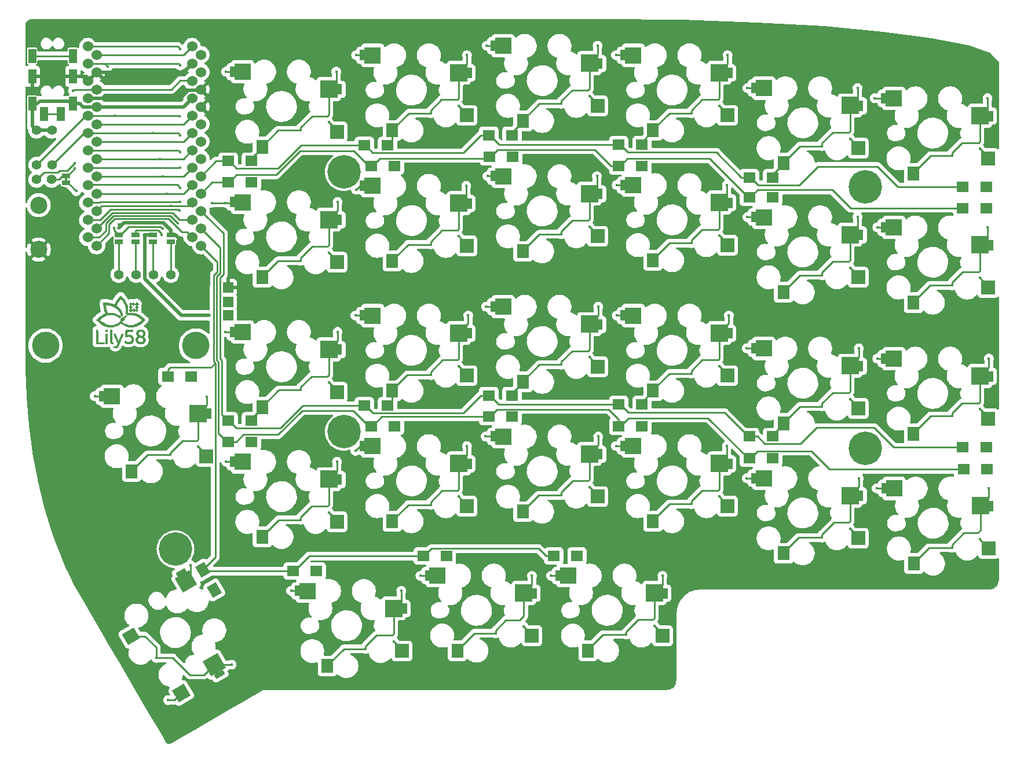
<source format=gbr>
%TF.GenerationSoftware,KiCad,Pcbnew,7.0.11-2.fc39*%
%TF.CreationDate,2024-05-11T16:30:22+02:00*%
%TF.ProjectId,Lily58_Pro,4c696c79-3538-45f5-9072-6f2e6b696361,rev?*%
%TF.SameCoordinates,Original*%
%TF.FileFunction,Copper,L1,Top*%
%TF.FilePolarity,Positive*%
%FSLAX46Y46*%
G04 Gerber Fmt 4.6, Leading zero omitted, Abs format (unit mm)*
G04 Created by KiCad (PCBNEW 7.0.11-2.fc39) date 2024-05-11 16:30:22*
%MOMM*%
%LPD*%
G01*
G04 APERTURE LIST*
G04 Aperture macros list*
%AMRotRect*
0 Rectangle, with rotation*
0 The origin of the aperture is its center*
0 $1 length*
0 $2 width*
0 $3 Rotation angle, in degrees counterclockwise*
0 Add horizontal line*
21,1,$1,$2,0,0,$3*%
G04 Aperture macros list end*
%TA.AperFunction,EtchedComponent*%
%ADD10C,0.010000*%
%TD*%
%TA.AperFunction,ComponentPad*%
%ADD11R,1.200000X2.100000*%
%TD*%
%TA.AperFunction,ComponentPad*%
%ADD12R,1.524000X1.524000*%
%TD*%
%TA.AperFunction,SMDPad,CuDef*%
%ADD13RotRect,0.700000X1.500000X300.000000*%
%TD*%
%TA.AperFunction,SMDPad,CuDef*%
%ADD14RotRect,2.400000X2.400000X120.000000*%
%TD*%
%TA.AperFunction,SMDPad,CuDef*%
%ADD15RotRect,2.500000X2.500000X120.000000*%
%TD*%
%TA.AperFunction,SMDPad,CuDef*%
%ADD16RotRect,1.800000X2.000000X120.000000*%
%TD*%
%TA.AperFunction,SMDPad,CuDef*%
%ADD17RotRect,2.000000X2.000000X120.000000*%
%TD*%
%TA.AperFunction,SMDPad,CuDef*%
%ADD18R,0.700000X1.500000*%
%TD*%
%TA.AperFunction,SMDPad,CuDef*%
%ADD19R,2.400000X2.400000*%
%TD*%
%TA.AperFunction,SMDPad,CuDef*%
%ADD20R,2.500000X2.500000*%
%TD*%
%TA.AperFunction,SMDPad,CuDef*%
%ADD21R,1.800000X2.000000*%
%TD*%
%TA.AperFunction,SMDPad,CuDef*%
%ADD22R,2.000000X2.000000*%
%TD*%
%TA.AperFunction,ComponentPad*%
%ADD23C,1.524000*%
%TD*%
%TA.AperFunction,ComponentPad*%
%ADD24C,4.900000*%
%TD*%
%TA.AperFunction,ComponentPad*%
%ADD25C,1.397000*%
%TD*%
%TA.AperFunction,SMDPad,CuDef*%
%ADD26R,1.143000X0.635000*%
%TD*%
%TA.AperFunction,ComponentPad*%
%ADD27C,2.500000*%
%TD*%
%TA.AperFunction,SMDPad,CuDef*%
%ADD28R,0.381000X0.381000*%
%TD*%
%TA.AperFunction,ComponentPad*%
%ADD29R,1.800000X1.500000*%
%TD*%
%TA.AperFunction,ComponentPad*%
%ADD30RotRect,1.800000X1.500000X300.000000*%
%TD*%
%TA.AperFunction,ComponentPad*%
%ADD31C,4.000000*%
%TD*%
%TA.AperFunction,ViaPad*%
%ADD32C,0.400000*%
%TD*%
%TA.AperFunction,Conductor*%
%ADD33C,0.250000*%
%TD*%
%TA.AperFunction,Conductor*%
%ADD34C,0.500000*%
%TD*%
G04 APERTURE END LIST*
%TO.C,G\u002A\u002A\u002A*%
D10*
X98418714Y-78718254D02*
X98434649Y-78731799D01*
X98456095Y-78751725D01*
X98480912Y-78775864D01*
X98506960Y-78802048D01*
X98532101Y-78828110D01*
X98554194Y-78851883D01*
X98571101Y-78871197D01*
X98580681Y-78883887D01*
X98582057Y-78887146D01*
X98577145Y-78895635D01*
X98563828Y-78911893D01*
X98544241Y-78933742D01*
X98520514Y-78959004D01*
X98494781Y-78985500D01*
X98469172Y-79011052D01*
X98445822Y-79033481D01*
X98426862Y-79050610D01*
X98414424Y-79060260D01*
X98411288Y-79061600D01*
X98403998Y-79056697D01*
X98388390Y-79043118D01*
X98366299Y-79022562D01*
X98339560Y-78996725D01*
X98317460Y-78974803D01*
X98230889Y-78888006D01*
X98317187Y-78800632D01*
X98346078Y-78771777D01*
X98371693Y-78746940D01*
X98392215Y-78727824D01*
X98405826Y-78716131D01*
X98410428Y-78713257D01*
X98418714Y-78718254D01*
%TA.AperFunction,EtchedComponent*%
G36*
X98418714Y-78718254D02*
G01*
X98434649Y-78731799D01*
X98456095Y-78751725D01*
X98480912Y-78775864D01*
X98506960Y-78802048D01*
X98532101Y-78828110D01*
X98554194Y-78851883D01*
X98571101Y-78871197D01*
X98580681Y-78883887D01*
X98582057Y-78887146D01*
X98577145Y-78895635D01*
X98563828Y-78911893D01*
X98544241Y-78933742D01*
X98520514Y-78959004D01*
X98494781Y-78985500D01*
X98469172Y-79011052D01*
X98445822Y-79033481D01*
X98426862Y-79050610D01*
X98414424Y-79060260D01*
X98411288Y-79061600D01*
X98403998Y-79056697D01*
X98388390Y-79043118D01*
X98366299Y-79022562D01*
X98339560Y-78996725D01*
X98317460Y-78974803D01*
X98230889Y-78888006D01*
X98317187Y-78800632D01*
X98346078Y-78771777D01*
X98371693Y-78746940D01*
X98392215Y-78727824D01*
X98405826Y-78716131D01*
X98410428Y-78713257D01*
X98418714Y-78718254D01*
G37*
%TD.AperFunction*%
X98822488Y-78689154D02*
X98838605Y-78702669D01*
X98860907Y-78722884D01*
X98887475Y-78747910D01*
X98916390Y-78775854D01*
X98945733Y-78804829D01*
X98973586Y-78832943D01*
X98998028Y-78858306D01*
X99017142Y-78879028D01*
X99029009Y-78893219D01*
X99032000Y-78898499D01*
X99027061Y-78905816D01*
X99013509Y-78921244D01*
X98993243Y-78942888D01*
X98968165Y-78968850D01*
X98940173Y-78997234D01*
X98911167Y-79026144D01*
X98883046Y-79053684D01*
X98857711Y-79077957D01*
X98837061Y-79097067D01*
X98822995Y-79109117D01*
X98817730Y-79112400D01*
X98810614Y-79107482D01*
X98794980Y-79093761D01*
X98772486Y-79072787D01*
X98744786Y-79046110D01*
X98713535Y-79015279D01*
X98707149Y-79008895D01*
X98675685Y-78976855D01*
X98648082Y-78947754D01*
X98625897Y-78923315D01*
X98610686Y-78905260D01*
X98604006Y-78895313D01*
X98603829Y-78894498D01*
X98608829Y-78885843D01*
X98622527Y-78869274D01*
X98642972Y-78846741D01*
X98668213Y-78820190D01*
X98696298Y-78791570D01*
X98725275Y-78762830D01*
X98753193Y-78735916D01*
X98778101Y-78712778D01*
X98798047Y-78695362D01*
X98811079Y-78685618D01*
X98814474Y-78684229D01*
X98822488Y-78689154D01*
%TA.AperFunction,EtchedComponent*%
G36*
X98822488Y-78689154D02*
G01*
X98838605Y-78702669D01*
X98860907Y-78722884D01*
X98887475Y-78747910D01*
X98916390Y-78775854D01*
X98945733Y-78804829D01*
X98973586Y-78832943D01*
X98998028Y-78858306D01*
X99017142Y-78879028D01*
X99029009Y-78893219D01*
X99032000Y-78898499D01*
X99027061Y-78905816D01*
X99013509Y-78921244D01*
X98993243Y-78942888D01*
X98968165Y-78968850D01*
X98940173Y-78997234D01*
X98911167Y-79026144D01*
X98883046Y-79053684D01*
X98857711Y-79077957D01*
X98837061Y-79097067D01*
X98822995Y-79109117D01*
X98817730Y-79112400D01*
X98810614Y-79107482D01*
X98794980Y-79093761D01*
X98772486Y-79072787D01*
X98744786Y-79046110D01*
X98713535Y-79015279D01*
X98707149Y-79008895D01*
X98675685Y-78976855D01*
X98648082Y-78947754D01*
X98625897Y-78923315D01*
X98610686Y-78905260D01*
X98604006Y-78895313D01*
X98603829Y-78894498D01*
X98608829Y-78885843D01*
X98622527Y-78869274D01*
X98642972Y-78846741D01*
X98668213Y-78820190D01*
X98696298Y-78791570D01*
X98725275Y-78762830D01*
X98753193Y-78735916D01*
X98778101Y-78712778D01*
X98798047Y-78695362D01*
X98811079Y-78685618D01*
X98814474Y-78684229D01*
X98822488Y-78689154D01*
G37*
%TD.AperFunction*%
X99316259Y-78645682D02*
X99332770Y-78659495D01*
X99355704Y-78680368D01*
X99383304Y-78706539D01*
X99413812Y-78736249D01*
X99445471Y-78767739D01*
X99476523Y-78799248D01*
X99505212Y-78829017D01*
X99529778Y-78855287D01*
X99548465Y-78876297D01*
X99559515Y-78890288D01*
X99561772Y-78894844D01*
X99556776Y-78903174D01*
X99542962Y-78919684D01*
X99522090Y-78942618D01*
X99495919Y-78970218D01*
X99466208Y-79000726D01*
X99434719Y-79032385D01*
X99403209Y-79063438D01*
X99373440Y-79092126D01*
X99347171Y-79116692D01*
X99326161Y-79135379D01*
X99312170Y-79146430D01*
X99307614Y-79148686D01*
X99299605Y-79143739D01*
X99283003Y-79129853D01*
X99259370Y-79108462D01*
X99230264Y-79080999D01*
X99197246Y-79048900D01*
X99175249Y-79027051D01*
X99141017Y-78992332D01*
X99110519Y-78960551D01*
X99085187Y-78933272D01*
X99066453Y-78912055D01*
X99055748Y-78898463D01*
X99053772Y-78894528D01*
X99058767Y-78886198D01*
X99072581Y-78869688D01*
X99093454Y-78846754D01*
X99119625Y-78819154D01*
X99149335Y-78788646D01*
X99180825Y-78756987D01*
X99212334Y-78725934D01*
X99242103Y-78697246D01*
X99268372Y-78672680D01*
X99289382Y-78653993D01*
X99303373Y-78642942D01*
X99307930Y-78640686D01*
X99316259Y-78645682D01*
%TA.AperFunction,EtchedComponent*%
G36*
X99316259Y-78645682D02*
G01*
X99332770Y-78659495D01*
X99355704Y-78680368D01*
X99383304Y-78706539D01*
X99413812Y-78736249D01*
X99445471Y-78767739D01*
X99476523Y-78799248D01*
X99505212Y-78829017D01*
X99529778Y-78855287D01*
X99548465Y-78876297D01*
X99559515Y-78890288D01*
X99561772Y-78894844D01*
X99556776Y-78903174D01*
X99542962Y-78919684D01*
X99522090Y-78942618D01*
X99495919Y-78970218D01*
X99466208Y-79000726D01*
X99434719Y-79032385D01*
X99403209Y-79063438D01*
X99373440Y-79092126D01*
X99347171Y-79116692D01*
X99326161Y-79135379D01*
X99312170Y-79146430D01*
X99307614Y-79148686D01*
X99299605Y-79143739D01*
X99283003Y-79129853D01*
X99259370Y-79108462D01*
X99230264Y-79080999D01*
X99197246Y-79048900D01*
X99175249Y-79027051D01*
X99141017Y-78992332D01*
X99110519Y-78960551D01*
X99085187Y-78933272D01*
X99066453Y-78912055D01*
X99055748Y-78898463D01*
X99053772Y-78894528D01*
X99058767Y-78886198D01*
X99072581Y-78869688D01*
X99093454Y-78846754D01*
X99119625Y-78819154D01*
X99149335Y-78788646D01*
X99180825Y-78756987D01*
X99212334Y-78725934D01*
X99242103Y-78697246D01*
X99268372Y-78672680D01*
X99289382Y-78653993D01*
X99303373Y-78642942D01*
X99307930Y-78640686D01*
X99316259Y-78645682D01*
G37*
%TD.AperFunction*%
X98419315Y-79088372D02*
X98435102Y-79102093D01*
X98456989Y-79122618D01*
X98483090Y-79148027D01*
X98511519Y-79176404D01*
X98540389Y-79205829D01*
X98567814Y-79234385D01*
X98591909Y-79260153D01*
X98610786Y-79281215D01*
X98622561Y-79295654D01*
X98625600Y-79301086D01*
X98620683Y-79309019D01*
X98607191Y-79325073D01*
X98587008Y-79347331D01*
X98562022Y-79373875D01*
X98534119Y-79402785D01*
X98505184Y-79432145D01*
X98477104Y-79460035D01*
X98451765Y-79484538D01*
X98431054Y-79503735D01*
X98416856Y-79515709D01*
X98411515Y-79518800D01*
X98404723Y-79513913D01*
X98389336Y-79500277D01*
X98366995Y-79479431D01*
X98339343Y-79452912D01*
X98308023Y-79422258D01*
X98301405Y-79415710D01*
X98269750Y-79383774D01*
X98241978Y-79354705D01*
X98219654Y-79330227D01*
X98204343Y-79312066D01*
X98197609Y-79301946D01*
X98197429Y-79301086D01*
X98202346Y-79293153D01*
X98215838Y-79277098D01*
X98236021Y-79254840D01*
X98261007Y-79228297D01*
X98288910Y-79199387D01*
X98317845Y-79170027D01*
X98345925Y-79142137D01*
X98371264Y-79117634D01*
X98391975Y-79098436D01*
X98406173Y-79086463D01*
X98411515Y-79083372D01*
X98419315Y-79088372D01*
%TA.AperFunction,EtchedComponent*%
G36*
X98419315Y-79088372D02*
G01*
X98435102Y-79102093D01*
X98456989Y-79122618D01*
X98483090Y-79148027D01*
X98511519Y-79176404D01*
X98540389Y-79205829D01*
X98567814Y-79234385D01*
X98591909Y-79260153D01*
X98610786Y-79281215D01*
X98622561Y-79295654D01*
X98625600Y-79301086D01*
X98620683Y-79309019D01*
X98607191Y-79325073D01*
X98587008Y-79347331D01*
X98562022Y-79373875D01*
X98534119Y-79402785D01*
X98505184Y-79432145D01*
X98477104Y-79460035D01*
X98451765Y-79484538D01*
X98431054Y-79503735D01*
X98416856Y-79515709D01*
X98411515Y-79518800D01*
X98404723Y-79513913D01*
X98389336Y-79500277D01*
X98366995Y-79479431D01*
X98339343Y-79452912D01*
X98308023Y-79422258D01*
X98301405Y-79415710D01*
X98269750Y-79383774D01*
X98241978Y-79354705D01*
X98219654Y-79330227D01*
X98204343Y-79312066D01*
X98197609Y-79301946D01*
X98197429Y-79301086D01*
X98202346Y-79293153D01*
X98215838Y-79277098D01*
X98236021Y-79254840D01*
X98261007Y-79228297D01*
X98288910Y-79199387D01*
X98317845Y-79170027D01*
X98345925Y-79142137D01*
X98371264Y-79117634D01*
X98391975Y-79098436D01*
X98406173Y-79086463D01*
X98411515Y-79083372D01*
X98419315Y-79088372D01*
G37*
%TD.AperFunction*%
X99412968Y-79272025D02*
X99444769Y-79304289D01*
X99472714Y-79333635D01*
X99495258Y-79358358D01*
X99510855Y-79376752D01*
X99517959Y-79387111D01*
X99518229Y-79388175D01*
X99513229Y-79396868D01*
X99499532Y-79413473D01*
X99479088Y-79436042D01*
X99453849Y-79462625D01*
X99425765Y-79491273D01*
X99396788Y-79520036D01*
X99368869Y-79546965D01*
X99343960Y-79570110D01*
X99324010Y-79587522D01*
X99310972Y-79597252D01*
X99307584Y-79598629D01*
X99299366Y-79593691D01*
X99282718Y-79579907D01*
X99259340Y-79558823D01*
X99230936Y-79531984D01*
X99199208Y-79500936D01*
X99191625Y-79493368D01*
X99086552Y-79388107D01*
X99197130Y-79277530D01*
X99307707Y-79166952D01*
X99412968Y-79272025D01*
%TA.AperFunction,EtchedComponent*%
G36*
X99412968Y-79272025D02*
G01*
X99444769Y-79304289D01*
X99472714Y-79333635D01*
X99495258Y-79358358D01*
X99510855Y-79376752D01*
X99517959Y-79387111D01*
X99518229Y-79388175D01*
X99513229Y-79396868D01*
X99499532Y-79413473D01*
X99479088Y-79436042D01*
X99453849Y-79462625D01*
X99425765Y-79491273D01*
X99396788Y-79520036D01*
X99368869Y-79546965D01*
X99343960Y-79570110D01*
X99324010Y-79587522D01*
X99310972Y-79597252D01*
X99307584Y-79598629D01*
X99299366Y-79593691D01*
X99282718Y-79579907D01*
X99259340Y-79558823D01*
X99230936Y-79531984D01*
X99199208Y-79500936D01*
X99191625Y-79493368D01*
X99086552Y-79388107D01*
X99197130Y-79277530D01*
X99307707Y-79166952D01*
X99412968Y-79272025D01*
G37*
%TD.AperFunction*%
X99316339Y-79632567D02*
X99332458Y-79645874D01*
X99354185Y-79665447D01*
X99379347Y-79689154D01*
X99405768Y-79714861D01*
X99431274Y-79740437D01*
X99453690Y-79763750D01*
X99470842Y-79782668D01*
X99480554Y-79795058D01*
X99481943Y-79798205D01*
X99477103Y-79805111D01*
X99463959Y-79820048D01*
X99444575Y-79840911D01*
X99421016Y-79865591D01*
X99395345Y-79891982D01*
X99369626Y-79917977D01*
X99345923Y-79941469D01*
X99326301Y-79960350D01*
X99312824Y-79972515D01*
X99307772Y-79976000D01*
X99301622Y-79971119D01*
X99287047Y-79957611D01*
X99265820Y-79937175D01*
X99239713Y-79911511D01*
X99218758Y-79890620D01*
X99190385Y-79861755D01*
X99166018Y-79836170D01*
X99147365Y-79815722D01*
X99136133Y-79802270D01*
X99133600Y-79797973D01*
X99138619Y-79789773D01*
X99152222Y-79773965D01*
X99172232Y-79752676D01*
X99196468Y-79728033D01*
X99222751Y-79702166D01*
X99248904Y-79677202D01*
X99272746Y-79655268D01*
X99292099Y-79638493D01*
X99304783Y-79629005D01*
X99308004Y-79627657D01*
X99316339Y-79632567D01*
%TA.AperFunction,EtchedComponent*%
G36*
X99316339Y-79632567D02*
G01*
X99332458Y-79645874D01*
X99354185Y-79665447D01*
X99379347Y-79689154D01*
X99405768Y-79714861D01*
X99431274Y-79740437D01*
X99453690Y-79763750D01*
X99470842Y-79782668D01*
X99480554Y-79795058D01*
X99481943Y-79798205D01*
X99477103Y-79805111D01*
X99463959Y-79820048D01*
X99444575Y-79840911D01*
X99421016Y-79865591D01*
X99395345Y-79891982D01*
X99369626Y-79917977D01*
X99345923Y-79941469D01*
X99326301Y-79960350D01*
X99312824Y-79972515D01*
X99307772Y-79976000D01*
X99301622Y-79971119D01*
X99287047Y-79957611D01*
X99265820Y-79937175D01*
X99239713Y-79911511D01*
X99218758Y-79890620D01*
X99190385Y-79861755D01*
X99166018Y-79836170D01*
X99147365Y-79815722D01*
X99136133Y-79802270D01*
X99133600Y-79797973D01*
X99138619Y-79789773D01*
X99152222Y-79773965D01*
X99172232Y-79752676D01*
X99196468Y-79728033D01*
X99222751Y-79702166D01*
X99248904Y-79677202D01*
X99272746Y-79655268D01*
X99292099Y-79638493D01*
X99304783Y-79629005D01*
X99308004Y-79627657D01*
X99316339Y-79632567D01*
G37*
%TD.AperFunction*%
X98913116Y-79582775D02*
X98922787Y-79590344D01*
X98939958Y-79605996D01*
X98962722Y-79627796D01*
X98989169Y-79653806D01*
X99017390Y-79682093D01*
X99045477Y-79710719D01*
X99071521Y-79737750D01*
X99093613Y-79761250D01*
X99109843Y-79779283D01*
X99118304Y-79789913D01*
X99119086Y-79791639D01*
X99114077Y-79799418D01*
X99100331Y-79815166D01*
X99079770Y-79836998D01*
X99054319Y-79863033D01*
X99025899Y-79891386D01*
X98996433Y-79920176D01*
X98967844Y-79947518D01*
X98942055Y-79971531D01*
X98920989Y-79990332D01*
X98906568Y-80002036D01*
X98901184Y-80005029D01*
X98892884Y-80000094D01*
X98876217Y-79986350D01*
X98852940Y-79965383D01*
X98824811Y-79938783D01*
X98793589Y-79908136D01*
X98790603Y-79905149D01*
X98759721Y-79873670D01*
X98732731Y-79845130D01*
X98711217Y-79821290D01*
X98696764Y-79803911D01*
X98690959Y-79794754D01*
X98690915Y-79794384D01*
X98695852Y-79786152D01*
X98709628Y-79769500D01*
X98730691Y-79746140D01*
X98757487Y-79717784D01*
X98788464Y-79686145D01*
X98795188Y-79679411D01*
X98831119Y-79643787D01*
X98858408Y-79617447D01*
X98878481Y-79599222D01*
X98892764Y-79587943D01*
X98902684Y-79582440D01*
X98909668Y-79581546D01*
X98913116Y-79582775D01*
%TA.AperFunction,EtchedComponent*%
G36*
X98913116Y-79582775D02*
G01*
X98922787Y-79590344D01*
X98939958Y-79605996D01*
X98962722Y-79627796D01*
X98989169Y-79653806D01*
X99017390Y-79682093D01*
X99045477Y-79710719D01*
X99071521Y-79737750D01*
X99093613Y-79761250D01*
X99109843Y-79779283D01*
X99118304Y-79789913D01*
X99119086Y-79791639D01*
X99114077Y-79799418D01*
X99100331Y-79815166D01*
X99079770Y-79836998D01*
X99054319Y-79863033D01*
X99025899Y-79891386D01*
X98996433Y-79920176D01*
X98967844Y-79947518D01*
X98942055Y-79971531D01*
X98920989Y-79990332D01*
X98906568Y-80002036D01*
X98901184Y-80005029D01*
X98892884Y-80000094D01*
X98876217Y-79986350D01*
X98852940Y-79965383D01*
X98824811Y-79938783D01*
X98793589Y-79908136D01*
X98790603Y-79905149D01*
X98759721Y-79873670D01*
X98732731Y-79845130D01*
X98711217Y-79821290D01*
X98696764Y-79803911D01*
X98690959Y-79794754D01*
X98690915Y-79794384D01*
X98695852Y-79786152D01*
X98709628Y-79769500D01*
X98730691Y-79746140D01*
X98757487Y-79717784D01*
X98788464Y-79686145D01*
X98795188Y-79679411D01*
X98831119Y-79643787D01*
X98858408Y-79617447D01*
X98878481Y-79599222D01*
X98892764Y-79587943D01*
X98902684Y-79582440D01*
X98909668Y-79581546D01*
X98913116Y-79582775D01*
G37*
%TD.AperFunction*%
X98421348Y-79545629D02*
X98439163Y-79559599D01*
X98463159Y-79580676D01*
X98491532Y-79607055D01*
X98522479Y-79636931D01*
X98554195Y-79668500D01*
X98584877Y-79699956D01*
X98612721Y-79729495D01*
X98635924Y-79755312D01*
X98652681Y-79775601D01*
X98661190Y-79788558D01*
X98661886Y-79791103D01*
X98656909Y-79800099D01*
X98643144Y-79817274D01*
X98622343Y-79840851D01*
X98596257Y-79869052D01*
X98566636Y-79900099D01*
X98535233Y-79932215D01*
X98503796Y-79963620D01*
X98474079Y-79992538D01*
X98447831Y-80017191D01*
X98426804Y-80035801D01*
X98412748Y-80046590D01*
X98408305Y-80048572D01*
X98400403Y-80043649D01*
X98383890Y-80029845D01*
X98360350Y-80008610D01*
X98331370Y-79981392D01*
X98298535Y-79949640D01*
X98279575Y-79930936D01*
X98245428Y-79896613D01*
X98214748Y-79865008D01*
X98189065Y-79837761D01*
X98169911Y-79816510D01*
X98158814Y-79802896D01*
X98156731Y-79799361D01*
X98157392Y-79792635D01*
X98163318Y-79782045D01*
X98175496Y-79766450D01*
X98194914Y-79744708D01*
X98222559Y-79715674D01*
X98259419Y-79678208D01*
X98274574Y-79662997D01*
X98317749Y-79620399D01*
X98353658Y-79586297D01*
X98381675Y-79561252D01*
X98401174Y-79545824D01*
X98411517Y-79540572D01*
X98421348Y-79545629D01*
%TA.AperFunction,EtchedComponent*%
G36*
X98421348Y-79545629D02*
G01*
X98439163Y-79559599D01*
X98463159Y-79580676D01*
X98491532Y-79607055D01*
X98522479Y-79636931D01*
X98554195Y-79668500D01*
X98584877Y-79699956D01*
X98612721Y-79729495D01*
X98635924Y-79755312D01*
X98652681Y-79775601D01*
X98661190Y-79788558D01*
X98661886Y-79791103D01*
X98656909Y-79800099D01*
X98643144Y-79817274D01*
X98622343Y-79840851D01*
X98596257Y-79869052D01*
X98566636Y-79900099D01*
X98535233Y-79932215D01*
X98503796Y-79963620D01*
X98474079Y-79992538D01*
X98447831Y-80017191D01*
X98426804Y-80035801D01*
X98412748Y-80046590D01*
X98408305Y-80048572D01*
X98400403Y-80043649D01*
X98383890Y-80029845D01*
X98360350Y-80008610D01*
X98331370Y-79981392D01*
X98298535Y-79949640D01*
X98279575Y-79930936D01*
X98245428Y-79896613D01*
X98214748Y-79865008D01*
X98189065Y-79837761D01*
X98169911Y-79816510D01*
X98158814Y-79802896D01*
X98156731Y-79799361D01*
X98157392Y-79792635D01*
X98163318Y-79782045D01*
X98175496Y-79766450D01*
X98194914Y-79744708D01*
X98222559Y-79715674D01*
X98259419Y-79678208D01*
X98274574Y-79662997D01*
X98317749Y-79620399D01*
X98353658Y-79586297D01*
X98381675Y-79561252D01*
X98401174Y-79545824D01*
X98411517Y-79540572D01*
X98421348Y-79545629D01*
G37*
%TD.AperFunction*%
X97078092Y-77751737D02*
X97237453Y-77924566D01*
X97386427Y-78107516D01*
X97524948Y-78300510D01*
X97548489Y-78335886D01*
X97656724Y-78510990D01*
X97750642Y-78685431D01*
X97830230Y-78859143D01*
X97895475Y-79032061D01*
X97946363Y-79204120D01*
X97982880Y-79375255D01*
X98005013Y-79545400D01*
X98012748Y-79714491D01*
X98006072Y-79882461D01*
X97984970Y-80049247D01*
X97949431Y-80214782D01*
X97943993Y-80235307D01*
X97935685Y-80266015D01*
X97864316Y-80288187D01*
X97825821Y-80300605D01*
X97784696Y-80314604D01*
X97747902Y-80327792D01*
X97736557Y-80332074D01*
X97710323Y-80341593D01*
X97689601Y-80348019D01*
X97677785Y-80350342D01*
X97676399Y-80350018D01*
X97676674Y-80341867D01*
X97680561Y-80323177D01*
X97687318Y-80297250D01*
X97691518Y-80282681D01*
X97729788Y-80131041D01*
X97754242Y-79979808D01*
X97764833Y-79828558D01*
X97761512Y-79676867D01*
X97744230Y-79524312D01*
X97712940Y-79370470D01*
X97667593Y-79214917D01*
X97608141Y-79057230D01*
X97534535Y-78896984D01*
X97532958Y-78893830D01*
X97493733Y-78817413D01*
X97456381Y-78749153D01*
X97417788Y-78683686D01*
X97374840Y-78615649D01*
X97345938Y-78571743D01*
X97276796Y-78472108D01*
X97201006Y-78370248D01*
X97122143Y-78270757D01*
X97043777Y-78178225D01*
X97012809Y-78143572D01*
X96979808Y-78107286D01*
X96963703Y-78121800D01*
X96949551Y-78136124D01*
X96928148Y-78159789D01*
X96901222Y-78190733D01*
X96870504Y-78226896D01*
X96837722Y-78266216D01*
X96804608Y-78306632D01*
X96772890Y-78346084D01*
X96744298Y-78382509D01*
X96737478Y-78391376D01*
X96668547Y-78485384D01*
X96599761Y-78586549D01*
X96534779Y-78689297D01*
X96478494Y-78785829D01*
X96456467Y-78826703D01*
X96433394Y-78871650D01*
X96410102Y-78918830D01*
X96387420Y-78966404D01*
X96366174Y-79012533D01*
X96347192Y-79055378D01*
X96331303Y-79093098D01*
X96319333Y-79123856D01*
X96312110Y-79145811D01*
X96310463Y-79157125D01*
X96310994Y-79158057D01*
X96317955Y-79162963D01*
X96334206Y-79174245D01*
X96357081Y-79190055D01*
X96375886Y-79203019D01*
X96507284Y-79302253D01*
X96629551Y-79412682D01*
X96742707Y-79534335D01*
X96846771Y-79667238D01*
X96941762Y-79811419D01*
X97027699Y-79966904D01*
X97104601Y-80133722D01*
X97172488Y-80311899D01*
X97188841Y-80360629D01*
X97202900Y-80404294D01*
X97216013Y-80446148D01*
X97227224Y-80483056D01*
X97235578Y-80511882D01*
X97239609Y-80527215D01*
X97244495Y-80550207D01*
X97245199Y-80563318D01*
X97241427Y-80570652D01*
X97236232Y-80574387D01*
X97225568Y-80581046D01*
X97205448Y-80593846D01*
X97178601Y-80611041D01*
X97147758Y-80630887D01*
X97142623Y-80634200D01*
X97112477Y-80653100D01*
X97086769Y-80668176D01*
X97067864Y-80678117D01*
X97058127Y-80681614D01*
X97057434Y-80681371D01*
X97053771Y-80672480D01*
X97047625Y-80653057D01*
X97040087Y-80626641D01*
X97036852Y-80614629D01*
X96989704Y-80456769D01*
X96933637Y-80304840D01*
X96869308Y-80160033D01*
X96797376Y-80023537D01*
X96718500Y-79896544D01*
X96633337Y-79780243D01*
X96542548Y-79675824D01*
X96486842Y-79620490D01*
X96367926Y-79518720D01*
X96238151Y-79426255D01*
X96097473Y-79343079D01*
X95945846Y-79269174D01*
X95783225Y-79204526D01*
X95609564Y-79149117D01*
X95424820Y-79102930D01*
X95228945Y-79065951D01*
X95021896Y-79038161D01*
X94834594Y-79021582D01*
X94770131Y-79017144D01*
X94775171Y-79099243D01*
X94794753Y-79319541D01*
X94825942Y-79531254D01*
X94868779Y-79734564D01*
X94923307Y-79929656D01*
X94989567Y-80116713D01*
X95024532Y-80201349D01*
X95038824Y-80234383D01*
X95135855Y-80218053D01*
X95300838Y-80197264D01*
X95466151Y-80190430D01*
X95632021Y-80197599D01*
X95798676Y-80218820D01*
X95966346Y-80254143D01*
X96135257Y-80303616D01*
X96305639Y-80367288D01*
X96477720Y-80445208D01*
X96651727Y-80537425D01*
X96667391Y-80546371D01*
X96709688Y-80571205D01*
X96754353Y-80598365D01*
X96799337Y-80626511D01*
X96842590Y-80654303D01*
X96882063Y-80680401D01*
X96915707Y-80703466D01*
X96941473Y-80722157D01*
X96957313Y-80735137D01*
X96959495Y-80737347D01*
X96965796Y-80745277D01*
X96967162Y-80752678D01*
X96962341Y-80762659D01*
X96950082Y-80778327D01*
X96936690Y-80794013D01*
X96913781Y-80822060D01*
X96890204Y-80853182D01*
X96873382Y-80877214D01*
X96846190Y-80918457D01*
X96779007Y-80871941D01*
X96641008Y-80782626D01*
X96497974Y-80701950D01*
X96351678Y-80630626D01*
X96203891Y-80569369D01*
X96056387Y-80518895D01*
X95910936Y-80479917D01*
X95769310Y-80453150D01*
X95726372Y-80447433D01*
X95670147Y-80442587D01*
X95604203Y-80439904D01*
X95533165Y-80439340D01*
X95461662Y-80440854D01*
X95394317Y-80444403D01*
X95335759Y-80449944D01*
X95326779Y-80451112D01*
X95171174Y-80479299D01*
X95013538Y-80521459D01*
X94854490Y-80577298D01*
X94694651Y-80646520D01*
X94534640Y-80728828D01*
X94375076Y-80823927D01*
X94216580Y-80931522D01*
X94059771Y-81051315D01*
X94045757Y-81062689D01*
X94010287Y-81091936D01*
X93974442Y-81122043D01*
X93941705Y-81150051D01*
X93915557Y-81172998D01*
X93908457Y-81179423D01*
X93861286Y-81222648D01*
X93879429Y-81242465D01*
X93906987Y-81270038D01*
X93944768Y-81304115D01*
X93990875Y-81343214D01*
X94043413Y-81385854D01*
X94100484Y-81430552D01*
X94160192Y-81475827D01*
X94220641Y-81520196D01*
X94279933Y-81562179D01*
X94336173Y-81600293D01*
X94343886Y-81605361D01*
X94494402Y-81698671D01*
X94641190Y-81778990D01*
X94785679Y-81846897D01*
X94929294Y-81902970D01*
X95073464Y-81947787D01*
X95219615Y-81981926D01*
X95314128Y-81998329D01*
X95368693Y-82004546D01*
X95433551Y-82008662D01*
X95504634Y-82010683D01*
X95577875Y-82010612D01*
X95649207Y-82008454D01*
X95714560Y-82004211D01*
X95769869Y-81997888D01*
X95769915Y-81997881D01*
X95925752Y-81967633D01*
X96083891Y-81923613D01*
X96243398Y-81866201D01*
X96403339Y-81795775D01*
X96562780Y-81712711D01*
X96720787Y-81617390D01*
X96738495Y-81605874D01*
X96798189Y-81564120D01*
X96845881Y-81524568D01*
X96883510Y-81485387D01*
X96913018Y-81444748D01*
X96917768Y-81436880D01*
X96942308Y-81385384D01*
X96961327Y-81326070D01*
X96972937Y-81265176D01*
X96974527Y-81249629D01*
X96979989Y-81194267D01*
X96986843Y-81149535D01*
X96995992Y-81111557D01*
X97008337Y-81076455D01*
X97021802Y-81046429D01*
X97039500Y-81013783D01*
X97060499Y-80980720D01*
X97080690Y-80953634D01*
X97083588Y-80950263D01*
X97100765Y-80933328D01*
X97124906Y-80912859D01*
X97153748Y-80890413D01*
X97185025Y-80867553D01*
X97216474Y-80845837D01*
X97245829Y-80826826D01*
X97270826Y-80812080D01*
X97289201Y-80803158D01*
X97298689Y-80801622D01*
X97298995Y-80801864D01*
X97303347Y-80813442D01*
X97306633Y-80836330D01*
X97308794Y-80867359D01*
X97309774Y-80903362D01*
X97309515Y-80941169D01*
X97307959Y-80977612D01*
X97305051Y-81009522D01*
X97303004Y-81023164D01*
X97292858Y-81079727D01*
X97309234Y-81059449D01*
X97323794Y-81039532D01*
X97343881Y-81009395D01*
X97367990Y-80971517D01*
X97394614Y-80928374D01*
X97422243Y-80882441D01*
X97449372Y-80836195D01*
X97474494Y-80792114D01*
X97496100Y-80752672D01*
X97497115Y-80750765D01*
X97547915Y-80655132D01*
X97619087Y-80623360D01*
X97651372Y-80609333D01*
X97687309Y-80594345D01*
X97724408Y-80579359D01*
X97760177Y-80565340D01*
X97792124Y-80553250D01*
X97817759Y-80544053D01*
X97834589Y-80538712D01*
X97840096Y-80537905D01*
X97838993Y-80546182D01*
X97831910Y-80565445D01*
X97819731Y-80593894D01*
X97803342Y-80629728D01*
X97783628Y-80671146D01*
X97761473Y-80716347D01*
X97737764Y-80763530D01*
X97713384Y-80810894D01*
X97689220Y-80856638D01*
X97666156Y-80898961D01*
X97645078Y-80936062D01*
X97641024Y-80942959D01*
X97589606Y-81027633D01*
X97542438Y-81100219D01*
X97498246Y-81162048D01*
X97455757Y-81214455D01*
X97413697Y-81258773D01*
X97370792Y-81296334D01*
X97325770Y-81328472D01*
X97277356Y-81356520D01*
X97224277Y-81381812D01*
X97220083Y-81383630D01*
X97190623Y-81396572D01*
X97171522Y-81406355D01*
X97159776Y-81415493D01*
X97152385Y-81426497D01*
X97146345Y-81441881D01*
X97144684Y-81446735D01*
X97135080Y-81472667D01*
X97124899Y-81496745D01*
X97120990Y-81504846D01*
X97113950Y-81520570D01*
X97114981Y-81530470D01*
X97124906Y-81541297D01*
X97125501Y-81541846D01*
X97137384Y-81551165D01*
X97158724Y-81566361D01*
X97186739Y-81585507D01*
X97218646Y-81606677D01*
X97226660Y-81611900D01*
X97389471Y-81710700D01*
X97552946Y-81796137D01*
X97716562Y-81868002D01*
X97879796Y-81926086D01*
X98042127Y-81970177D01*
X98186543Y-81997651D01*
X98237438Y-82003557D01*
X98298306Y-82007783D01*
X98365168Y-82010292D01*
X98434046Y-82011045D01*
X98500959Y-82010007D01*
X98561929Y-82007139D01*
X98612977Y-82002404D01*
X98618343Y-82001695D01*
X98780901Y-81972295D01*
X98944447Y-81928745D01*
X99108243Y-81871306D01*
X99271552Y-81800241D01*
X99433637Y-81715810D01*
X99450096Y-81706444D01*
X99541078Y-81651715D01*
X99636029Y-81589946D01*
X99731929Y-81523346D01*
X99825759Y-81454125D01*
X99914501Y-81384494D01*
X99995135Y-81316662D01*
X100048000Y-81268745D01*
X100095172Y-81224318D01*
X100058886Y-81190483D01*
X100026193Y-81161038D01*
X99985032Y-81125547D01*
X99938575Y-81086629D01*
X99889997Y-81046905D01*
X99842472Y-81008994D01*
X99799175Y-80975516D01*
X99790372Y-80968885D01*
X99633833Y-80858308D01*
X99475693Y-80759646D01*
X99316813Y-80673320D01*
X99158055Y-80599750D01*
X99000282Y-80539355D01*
X98844355Y-80492555D01*
X98781128Y-80477388D01*
X98685335Y-80459798D01*
X98582178Y-80447409D01*
X98476015Y-80440429D01*
X98371203Y-80439062D01*
X98272100Y-80443516D01*
X98208067Y-80450260D01*
X98148355Y-80459594D01*
X98083138Y-80471900D01*
X98017336Y-80486113D01*
X97955864Y-80501168D01*
X97903641Y-80515997D01*
X97900997Y-80516829D01*
X97874217Y-80525002D01*
X97858649Y-80528651D01*
X97851794Y-80528016D01*
X97851154Y-80523336D01*
X97851675Y-80521553D01*
X97855249Y-80510954D01*
X97862680Y-80489110D01*
X97873119Y-80458503D01*
X97885720Y-80421620D01*
X97897286Y-80387807D01*
X97911531Y-80345218D01*
X97922497Y-80313370D01*
X97932435Y-80290345D01*
X97943596Y-80274222D01*
X97958228Y-80263082D01*
X97978584Y-80255005D01*
X98006912Y-80248071D01*
X98045462Y-80240361D01*
X98077686Y-80233897D01*
X98248866Y-80205773D01*
X98419001Y-80192068D01*
X98587938Y-80192784D01*
X98755521Y-80207921D01*
X98886857Y-80230077D01*
X99049897Y-80269969D01*
X99215176Y-80323418D01*
X99381669Y-80389837D01*
X99548351Y-80468640D01*
X99714197Y-80559240D01*
X99878182Y-80661051D01*
X100039280Y-80773487D01*
X100196467Y-80895962D01*
X100348717Y-81027889D01*
X100450720Y-81124481D01*
X100552372Y-81224304D01*
X100439647Y-81334938D01*
X100292897Y-81471378D01*
X100139305Y-81599677D01*
X99980247Y-81718966D01*
X99817101Y-81828373D01*
X99651243Y-81927029D01*
X99484049Y-82014064D01*
X99316897Y-82088608D01*
X99151162Y-82149790D01*
X99149541Y-82150324D01*
X98983017Y-82198512D01*
X98818050Y-82232965D01*
X98654064Y-82253642D01*
X98490483Y-82260499D01*
X98326734Y-82253496D01*
X98162240Y-82232592D01*
X97996426Y-82197743D01*
X97828717Y-82148908D01*
X97658538Y-82086047D01*
X97537029Y-82033397D01*
X97461836Y-81997224D01*
X97382193Y-81955922D01*
X97301149Y-81911261D01*
X97221750Y-81865010D01*
X97147045Y-81818940D01*
X97080080Y-81774820D01*
X97029276Y-81738490D01*
X97002614Y-81719055D01*
X96984454Y-81708023D01*
X96972118Y-81704543D01*
X96962926Y-81707766D01*
X96955612Y-81715104D01*
X96946130Y-81723386D01*
X96927051Y-81737761D01*
X96900928Y-81756377D01*
X96870313Y-81777384D01*
X96862195Y-81782834D01*
X96694947Y-81887951D01*
X96526949Y-81980397D01*
X96358732Y-82060012D01*
X96190824Y-82126638D01*
X96023755Y-82180115D01*
X95858052Y-82220284D01*
X95694246Y-82246985D01*
X95532865Y-82260058D01*
X95374438Y-82259346D01*
X95298200Y-82253930D01*
X95128746Y-82231003D01*
X94957764Y-82193861D01*
X94785690Y-82142671D01*
X94612957Y-82077598D01*
X94439999Y-81998810D01*
X94267250Y-81906472D01*
X94095144Y-81800751D01*
X94066225Y-81781622D01*
X93957025Y-81705483D01*
X93846393Y-81622392D01*
X93737586Y-81535018D01*
X93633862Y-81446026D01*
X93538479Y-81358084D01*
X93487543Y-81307881D01*
X93404086Y-81223271D01*
X93513165Y-81116707D01*
X93664198Y-80977002D01*
X93822272Y-80845800D01*
X93985991Y-80723998D01*
X94153957Y-80612496D01*
X94324776Y-80512191D01*
X94497049Y-80423982D01*
X94669381Y-80348768D01*
X94759541Y-80314738D01*
X94765937Y-80311139D01*
X94767153Y-80304480D01*
X94762623Y-80291558D01*
X94751782Y-80269172D01*
X94751322Y-80268257D01*
X94736154Y-80235825D01*
X94717726Y-80192751D01*
X94697265Y-80142198D01*
X94675999Y-80087328D01*
X94655157Y-80031302D01*
X94635964Y-79977283D01*
X94620943Y-79932457D01*
X94571568Y-79762126D01*
X94530040Y-79582622D01*
X94496875Y-79397299D01*
X94472592Y-79209512D01*
X94457709Y-79022617D01*
X94452743Y-78842832D01*
X94452743Y-78698743D01*
X94581557Y-78698773D01*
X94753493Y-78703330D01*
X94928695Y-78716620D01*
X95104865Y-78738190D01*
X95279706Y-78767584D01*
X95450920Y-78804349D01*
X95616209Y-78848030D01*
X95773276Y-78898173D01*
X95919823Y-78954323D01*
X95958719Y-78971087D01*
X95992003Y-78985690D01*
X96020902Y-78998138D01*
X96042615Y-79007243D01*
X96054341Y-79011813D01*
X96055123Y-79012049D01*
X96062050Y-79006583D01*
X96072391Y-78988420D01*
X96085491Y-78958798D01*
X96092190Y-78941857D01*
X96167342Y-78764470D01*
X96256153Y-78587556D01*
X96357789Y-78412376D01*
X96471415Y-78240195D01*
X96596197Y-78072274D01*
X96731302Y-77909876D01*
X96875894Y-77754265D01*
X96878429Y-77751686D01*
X96978383Y-77650086D01*
X97078092Y-77751737D01*
%TA.AperFunction,EtchedComponent*%
G36*
X97078092Y-77751737D02*
G01*
X97237453Y-77924566D01*
X97386427Y-78107516D01*
X97524948Y-78300510D01*
X97548489Y-78335886D01*
X97656724Y-78510990D01*
X97750642Y-78685431D01*
X97830230Y-78859143D01*
X97895475Y-79032061D01*
X97946363Y-79204120D01*
X97982880Y-79375255D01*
X98005013Y-79545400D01*
X98012748Y-79714491D01*
X98006072Y-79882461D01*
X97984970Y-80049247D01*
X97949431Y-80214782D01*
X97943993Y-80235307D01*
X97935685Y-80266015D01*
X97864316Y-80288187D01*
X97825821Y-80300605D01*
X97784696Y-80314604D01*
X97747902Y-80327792D01*
X97736557Y-80332074D01*
X97710323Y-80341593D01*
X97689601Y-80348019D01*
X97677785Y-80350342D01*
X97676399Y-80350018D01*
X97676674Y-80341867D01*
X97680561Y-80323177D01*
X97687318Y-80297250D01*
X97691518Y-80282681D01*
X97729788Y-80131041D01*
X97754242Y-79979808D01*
X97764833Y-79828558D01*
X97761512Y-79676867D01*
X97744230Y-79524312D01*
X97712940Y-79370470D01*
X97667593Y-79214917D01*
X97608141Y-79057230D01*
X97534535Y-78896984D01*
X97532958Y-78893830D01*
X97493733Y-78817413D01*
X97456381Y-78749153D01*
X97417788Y-78683686D01*
X97374840Y-78615649D01*
X97345938Y-78571743D01*
X97276796Y-78472108D01*
X97201006Y-78370248D01*
X97122143Y-78270757D01*
X97043777Y-78178225D01*
X97012809Y-78143572D01*
X96979808Y-78107286D01*
X96963703Y-78121800D01*
X96949551Y-78136124D01*
X96928148Y-78159789D01*
X96901222Y-78190733D01*
X96870504Y-78226896D01*
X96837722Y-78266216D01*
X96804608Y-78306632D01*
X96772890Y-78346084D01*
X96744298Y-78382509D01*
X96737478Y-78391376D01*
X96668547Y-78485384D01*
X96599761Y-78586549D01*
X96534779Y-78689297D01*
X96478494Y-78785829D01*
X96456467Y-78826703D01*
X96433394Y-78871650D01*
X96410102Y-78918830D01*
X96387420Y-78966404D01*
X96366174Y-79012533D01*
X96347192Y-79055378D01*
X96331303Y-79093098D01*
X96319333Y-79123856D01*
X96312110Y-79145811D01*
X96310463Y-79157125D01*
X96310994Y-79158057D01*
X96317955Y-79162963D01*
X96334206Y-79174245D01*
X96357081Y-79190055D01*
X96375886Y-79203019D01*
X96507284Y-79302253D01*
X96629551Y-79412682D01*
X96742707Y-79534335D01*
X96846771Y-79667238D01*
X96941762Y-79811419D01*
X97027699Y-79966904D01*
X97104601Y-80133722D01*
X97172488Y-80311899D01*
X97188841Y-80360629D01*
X97202900Y-80404294D01*
X97216013Y-80446148D01*
X97227224Y-80483056D01*
X97235578Y-80511882D01*
X97239609Y-80527215D01*
X97244495Y-80550207D01*
X97245199Y-80563318D01*
X97241427Y-80570652D01*
X97236232Y-80574387D01*
X97225568Y-80581046D01*
X97205448Y-80593846D01*
X97178601Y-80611041D01*
X97147758Y-80630887D01*
X97142623Y-80634200D01*
X97112477Y-80653100D01*
X97086769Y-80668176D01*
X97067864Y-80678117D01*
X97058127Y-80681614D01*
X97057434Y-80681371D01*
X97053771Y-80672480D01*
X97047625Y-80653057D01*
X97040087Y-80626641D01*
X97036852Y-80614629D01*
X96989704Y-80456769D01*
X96933637Y-80304840D01*
X96869308Y-80160033D01*
X96797376Y-80023537D01*
X96718500Y-79896544D01*
X96633337Y-79780243D01*
X96542548Y-79675824D01*
X96486842Y-79620490D01*
X96367926Y-79518720D01*
X96238151Y-79426255D01*
X96097473Y-79343079D01*
X95945846Y-79269174D01*
X95783225Y-79204526D01*
X95609564Y-79149117D01*
X95424820Y-79102930D01*
X95228945Y-79065951D01*
X95021896Y-79038161D01*
X94834594Y-79021582D01*
X94770131Y-79017144D01*
X94775171Y-79099243D01*
X94794753Y-79319541D01*
X94825942Y-79531254D01*
X94868779Y-79734564D01*
X94923307Y-79929656D01*
X94989567Y-80116713D01*
X95024532Y-80201349D01*
X95038824Y-80234383D01*
X95135855Y-80218053D01*
X95300838Y-80197264D01*
X95466151Y-80190430D01*
X95632021Y-80197599D01*
X95798676Y-80218820D01*
X95966346Y-80254143D01*
X96135257Y-80303616D01*
X96305639Y-80367288D01*
X96477720Y-80445208D01*
X96651727Y-80537425D01*
X96667391Y-80546371D01*
X96709688Y-80571205D01*
X96754353Y-80598365D01*
X96799337Y-80626511D01*
X96842590Y-80654303D01*
X96882063Y-80680401D01*
X96915707Y-80703466D01*
X96941473Y-80722157D01*
X96957313Y-80735137D01*
X96959495Y-80737347D01*
X96965796Y-80745277D01*
X96967162Y-80752678D01*
X96962341Y-80762659D01*
X96950082Y-80778327D01*
X96936690Y-80794013D01*
X96913781Y-80822060D01*
X96890204Y-80853182D01*
X96873382Y-80877214D01*
X96846190Y-80918457D01*
X96779007Y-80871941D01*
X96641008Y-80782626D01*
X96497974Y-80701950D01*
X96351678Y-80630626D01*
X96203891Y-80569369D01*
X96056387Y-80518895D01*
X95910936Y-80479917D01*
X95769310Y-80453150D01*
X95726372Y-80447433D01*
X95670147Y-80442587D01*
X95604203Y-80439904D01*
X95533165Y-80439340D01*
X95461662Y-80440854D01*
X95394317Y-80444403D01*
X95335759Y-80449944D01*
X95326779Y-80451112D01*
X95171174Y-80479299D01*
X95013538Y-80521459D01*
X94854490Y-80577298D01*
X94694651Y-80646520D01*
X94534640Y-80728828D01*
X94375076Y-80823927D01*
X94216580Y-80931522D01*
X94059771Y-81051315D01*
X94045757Y-81062689D01*
X94010287Y-81091936D01*
X93974442Y-81122043D01*
X93941705Y-81150051D01*
X93915557Y-81172998D01*
X93908457Y-81179423D01*
X93861286Y-81222648D01*
X93879429Y-81242465D01*
X93906987Y-81270038D01*
X93944768Y-81304115D01*
X93990875Y-81343214D01*
X94043413Y-81385854D01*
X94100484Y-81430552D01*
X94160192Y-81475827D01*
X94220641Y-81520196D01*
X94279933Y-81562179D01*
X94336173Y-81600293D01*
X94343886Y-81605361D01*
X94494402Y-81698671D01*
X94641190Y-81778990D01*
X94785679Y-81846897D01*
X94929294Y-81902970D01*
X95073464Y-81947787D01*
X95219615Y-81981926D01*
X95314128Y-81998329D01*
X95368693Y-82004546D01*
X95433551Y-82008662D01*
X95504634Y-82010683D01*
X95577875Y-82010612D01*
X95649207Y-82008454D01*
X95714560Y-82004211D01*
X95769869Y-81997888D01*
X95769915Y-81997881D01*
X95925752Y-81967633D01*
X96083891Y-81923613D01*
X96243398Y-81866201D01*
X96403339Y-81795775D01*
X96562780Y-81712711D01*
X96720787Y-81617390D01*
X96738495Y-81605874D01*
X96798189Y-81564120D01*
X96845881Y-81524568D01*
X96883510Y-81485387D01*
X96913018Y-81444748D01*
X96917768Y-81436880D01*
X96942308Y-81385384D01*
X96961327Y-81326070D01*
X96972937Y-81265176D01*
X96974527Y-81249629D01*
X96979989Y-81194267D01*
X96986843Y-81149535D01*
X96995992Y-81111557D01*
X97008337Y-81076455D01*
X97021802Y-81046429D01*
X97039500Y-81013783D01*
X97060499Y-80980720D01*
X97080690Y-80953634D01*
X97083588Y-80950263D01*
X97100765Y-80933328D01*
X97124906Y-80912859D01*
X97153748Y-80890413D01*
X97185025Y-80867553D01*
X97216474Y-80845837D01*
X97245829Y-80826826D01*
X97270826Y-80812080D01*
X97289201Y-80803158D01*
X97298689Y-80801622D01*
X97298995Y-80801864D01*
X97303347Y-80813442D01*
X97306633Y-80836330D01*
X97308794Y-80867359D01*
X97309774Y-80903362D01*
X97309515Y-80941169D01*
X97307959Y-80977612D01*
X97305051Y-81009522D01*
X97303004Y-81023164D01*
X97292858Y-81079727D01*
X97309234Y-81059449D01*
X97323794Y-81039532D01*
X97343881Y-81009395D01*
X97367990Y-80971517D01*
X97394614Y-80928374D01*
X97422243Y-80882441D01*
X97449372Y-80836195D01*
X97474494Y-80792114D01*
X97496100Y-80752672D01*
X97497115Y-80750765D01*
X97547915Y-80655132D01*
X97619087Y-80623360D01*
X97651372Y-80609333D01*
X97687309Y-80594345D01*
X97724408Y-80579359D01*
X97760177Y-80565340D01*
X97792124Y-80553250D01*
X97817759Y-80544053D01*
X97834589Y-80538712D01*
X97840096Y-80537905D01*
X97838993Y-80546182D01*
X97831910Y-80565445D01*
X97819731Y-80593894D01*
X97803342Y-80629728D01*
X97783628Y-80671146D01*
X97761473Y-80716347D01*
X97737764Y-80763530D01*
X97713384Y-80810894D01*
X97689220Y-80856638D01*
X97666156Y-80898961D01*
X97645078Y-80936062D01*
X97641024Y-80942959D01*
X97589606Y-81027633D01*
X97542438Y-81100219D01*
X97498246Y-81162048D01*
X97455757Y-81214455D01*
X97413697Y-81258773D01*
X97370792Y-81296334D01*
X97325770Y-81328472D01*
X97277356Y-81356520D01*
X97224277Y-81381812D01*
X97220083Y-81383630D01*
X97190623Y-81396572D01*
X97171522Y-81406355D01*
X97159776Y-81415493D01*
X97152385Y-81426497D01*
X97146345Y-81441881D01*
X97144684Y-81446735D01*
X97135080Y-81472667D01*
X97124899Y-81496745D01*
X97120990Y-81504846D01*
X97113950Y-81520570D01*
X97114981Y-81530470D01*
X97124906Y-81541297D01*
X97125501Y-81541846D01*
X97137384Y-81551165D01*
X97158724Y-81566361D01*
X97186739Y-81585507D01*
X97218646Y-81606677D01*
X97226660Y-81611900D01*
X97389471Y-81710700D01*
X97552946Y-81796137D01*
X97716562Y-81868002D01*
X97879796Y-81926086D01*
X98042127Y-81970177D01*
X98186543Y-81997651D01*
X98237438Y-82003557D01*
X98298306Y-82007783D01*
X98365168Y-82010292D01*
X98434046Y-82011045D01*
X98500959Y-82010007D01*
X98561929Y-82007139D01*
X98612977Y-82002404D01*
X98618343Y-82001695D01*
X98780901Y-81972295D01*
X98944447Y-81928745D01*
X99108243Y-81871306D01*
X99271552Y-81800241D01*
X99433637Y-81715810D01*
X99450096Y-81706444D01*
X99541078Y-81651715D01*
X99636029Y-81589946D01*
X99731929Y-81523346D01*
X99825759Y-81454125D01*
X99914501Y-81384494D01*
X99995135Y-81316662D01*
X100048000Y-81268745D01*
X100095172Y-81224318D01*
X100058886Y-81190483D01*
X100026193Y-81161038D01*
X99985032Y-81125547D01*
X99938575Y-81086629D01*
X99889997Y-81046905D01*
X99842472Y-81008994D01*
X99799175Y-80975516D01*
X99790372Y-80968885D01*
X99633833Y-80858308D01*
X99475693Y-80759646D01*
X99316813Y-80673320D01*
X99158055Y-80599750D01*
X99000282Y-80539355D01*
X98844355Y-80492555D01*
X98781128Y-80477388D01*
X98685335Y-80459798D01*
X98582178Y-80447409D01*
X98476015Y-80440429D01*
X98371203Y-80439062D01*
X98272100Y-80443516D01*
X98208067Y-80450260D01*
X98148355Y-80459594D01*
X98083138Y-80471900D01*
X98017336Y-80486113D01*
X97955864Y-80501168D01*
X97903641Y-80515997D01*
X97900997Y-80516829D01*
X97874217Y-80525002D01*
X97858649Y-80528651D01*
X97851794Y-80528016D01*
X97851154Y-80523336D01*
X97851675Y-80521553D01*
X97855249Y-80510954D01*
X97862680Y-80489110D01*
X97873119Y-80458503D01*
X97885720Y-80421620D01*
X97897286Y-80387807D01*
X97911531Y-80345218D01*
X97922497Y-80313370D01*
X97932435Y-80290345D01*
X97943596Y-80274222D01*
X97958228Y-80263082D01*
X97978584Y-80255005D01*
X98006912Y-80248071D01*
X98045462Y-80240361D01*
X98077686Y-80233897D01*
X98248866Y-80205773D01*
X98419001Y-80192068D01*
X98587938Y-80192784D01*
X98755521Y-80207921D01*
X98886857Y-80230077D01*
X99049897Y-80269969D01*
X99215176Y-80323418D01*
X99381669Y-80389837D01*
X99548351Y-80468640D01*
X99714197Y-80559240D01*
X99878182Y-80661051D01*
X100039280Y-80773487D01*
X100196467Y-80895962D01*
X100348717Y-81027889D01*
X100450720Y-81124481D01*
X100552372Y-81224304D01*
X100439647Y-81334938D01*
X100292897Y-81471378D01*
X100139305Y-81599677D01*
X99980247Y-81718966D01*
X99817101Y-81828373D01*
X99651243Y-81927029D01*
X99484049Y-82014064D01*
X99316897Y-82088608D01*
X99151162Y-82149790D01*
X99149541Y-82150324D01*
X98983017Y-82198512D01*
X98818050Y-82232965D01*
X98654064Y-82253642D01*
X98490483Y-82260499D01*
X98326734Y-82253496D01*
X98162240Y-82232592D01*
X97996426Y-82197743D01*
X97828717Y-82148908D01*
X97658538Y-82086047D01*
X97537029Y-82033397D01*
X97461836Y-81997224D01*
X97382193Y-81955922D01*
X97301149Y-81911261D01*
X97221750Y-81865010D01*
X97147045Y-81818940D01*
X97080080Y-81774820D01*
X97029276Y-81738490D01*
X97002614Y-81719055D01*
X96984454Y-81708023D01*
X96972118Y-81704543D01*
X96962926Y-81707766D01*
X96955612Y-81715104D01*
X96946130Y-81723386D01*
X96927051Y-81737761D01*
X96900928Y-81756377D01*
X96870313Y-81777384D01*
X96862195Y-81782834D01*
X96694947Y-81887951D01*
X96526949Y-81980397D01*
X96358732Y-82060012D01*
X96190824Y-82126638D01*
X96023755Y-82180115D01*
X95858052Y-82220284D01*
X95694246Y-82246985D01*
X95532865Y-82260058D01*
X95374438Y-82259346D01*
X95298200Y-82253930D01*
X95128746Y-82231003D01*
X94957764Y-82193861D01*
X94785690Y-82142671D01*
X94612957Y-82077598D01*
X94439999Y-81998810D01*
X94267250Y-81906472D01*
X94095144Y-81800751D01*
X94066225Y-81781622D01*
X93957025Y-81705483D01*
X93846393Y-81622392D01*
X93737586Y-81535018D01*
X93633862Y-81446026D01*
X93538479Y-81358084D01*
X93487543Y-81307881D01*
X93404086Y-81223271D01*
X93513165Y-81116707D01*
X93664198Y-80977002D01*
X93822272Y-80845800D01*
X93985991Y-80723998D01*
X94153957Y-80612496D01*
X94324776Y-80512191D01*
X94497049Y-80423982D01*
X94669381Y-80348768D01*
X94759541Y-80314738D01*
X94765937Y-80311139D01*
X94767153Y-80304480D01*
X94762623Y-80291558D01*
X94751782Y-80269172D01*
X94751322Y-80268257D01*
X94736154Y-80235825D01*
X94717726Y-80192751D01*
X94697265Y-80142198D01*
X94675999Y-80087328D01*
X94655157Y-80031302D01*
X94635964Y-79977283D01*
X94620943Y-79932457D01*
X94571568Y-79762126D01*
X94530040Y-79582622D01*
X94496875Y-79397299D01*
X94472592Y-79209512D01*
X94457709Y-79022617D01*
X94452743Y-78842832D01*
X94452743Y-78698743D01*
X94581557Y-78698773D01*
X94753493Y-78703330D01*
X94928695Y-78716620D01*
X95104865Y-78738190D01*
X95279706Y-78767584D01*
X95450920Y-78804349D01*
X95616209Y-78848030D01*
X95773276Y-78898173D01*
X95919823Y-78954323D01*
X95958719Y-78971087D01*
X95992003Y-78985690D01*
X96020902Y-78998138D01*
X96042615Y-79007243D01*
X96054341Y-79011813D01*
X96055123Y-79012049D01*
X96062050Y-79006583D01*
X96072391Y-78988420D01*
X96085491Y-78958798D01*
X96092190Y-78941857D01*
X96167342Y-78764470D01*
X96256153Y-78587556D01*
X96357789Y-78412376D01*
X96471415Y-78240195D01*
X96596197Y-78072274D01*
X96731302Y-77909876D01*
X96875894Y-77754265D01*
X96878429Y-77751686D01*
X96978383Y-77650086D01*
X97078092Y-77751737D01*
G37*
%TD.AperFunction*%
X94909511Y-82662223D02*
X94939421Y-82663924D01*
X94958866Y-82666590D01*
X94971893Y-82671538D01*
X94982547Y-82680084D01*
X94990442Y-82688556D01*
X94999177Y-82698791D01*
X95005092Y-82708369D01*
X95008736Y-82720278D01*
X95010659Y-82737506D01*
X95011412Y-82763043D01*
X95011543Y-82799877D01*
X95011543Y-82803249D01*
X95010966Y-82839320D01*
X95009394Y-82871025D01*
X95007063Y-82895033D01*
X95004210Y-82908012D01*
X95004071Y-82908288D01*
X94989641Y-82925057D01*
X94966327Y-82936242D01*
X94932391Y-82942389D01*
X94890346Y-82944065D01*
X94857496Y-82942961D01*
X94829534Y-82940088D01*
X94810791Y-82935928D01*
X94808343Y-82934892D01*
X94789983Y-82921795D01*
X94777261Y-82902495D01*
X94769553Y-82874928D01*
X94766241Y-82837027D01*
X94766409Y-82795400D01*
X94769510Y-82747041D01*
X94776706Y-82711333D01*
X94789805Y-82686597D01*
X94810611Y-82671153D01*
X94840930Y-82663320D01*
X94882568Y-82661417D01*
X94909511Y-82662223D01*
%TA.AperFunction,EtchedComponent*%
G36*
X94909511Y-82662223D02*
G01*
X94939421Y-82663924D01*
X94958866Y-82666590D01*
X94971893Y-82671538D01*
X94982547Y-82680084D01*
X94990442Y-82688556D01*
X94999177Y-82698791D01*
X95005092Y-82708369D01*
X95008736Y-82720278D01*
X95010659Y-82737506D01*
X95011412Y-82763043D01*
X95011543Y-82799877D01*
X95011543Y-82803249D01*
X95010966Y-82839320D01*
X95009394Y-82871025D01*
X95007063Y-82895033D01*
X95004210Y-82908012D01*
X95004071Y-82908288D01*
X94989641Y-82925057D01*
X94966327Y-82936242D01*
X94932391Y-82942389D01*
X94890346Y-82944065D01*
X94857496Y-82942961D01*
X94829534Y-82940088D01*
X94810791Y-82935928D01*
X94808343Y-82934892D01*
X94789983Y-82921795D01*
X94777261Y-82902495D01*
X94769553Y-82874928D01*
X94766241Y-82837027D01*
X94766409Y-82795400D01*
X94769510Y-82747041D01*
X94776706Y-82711333D01*
X94789805Y-82686597D01*
X94810611Y-82671153D01*
X94840930Y-82663320D01*
X94882568Y-82661417D01*
X94909511Y-82662223D01*
G37*
%TD.AperFunction*%
X94900653Y-83242825D02*
X94930912Y-83244379D01*
X94950622Y-83246851D01*
X94963745Y-83251501D01*
X94974242Y-83259588D01*
X94983110Y-83269043D01*
X95004286Y-83292743D01*
X95004286Y-84685657D01*
X94983110Y-84709357D01*
X94971899Y-84721028D01*
X94961224Y-84728197D01*
X94947088Y-84732118D01*
X94925494Y-84734044D01*
X94901467Y-84734949D01*
X94858752Y-84734519D01*
X94828383Y-84730020D01*
X94817143Y-84726114D01*
X94809730Y-84722918D01*
X94803176Y-84719822D01*
X94797429Y-84715963D01*
X94792435Y-84710477D01*
X94788142Y-84702500D01*
X94784497Y-84691169D01*
X94781447Y-84675619D01*
X94778940Y-84654987D01*
X94776921Y-84628409D01*
X94775339Y-84595021D01*
X94774141Y-84553960D01*
X94773274Y-84504362D01*
X94772684Y-84445362D01*
X94772320Y-84376098D01*
X94772128Y-84295706D01*
X94772055Y-84203321D01*
X94772049Y-84098080D01*
X94772057Y-83989200D01*
X94772049Y-83871608D01*
X94772060Y-83767661D01*
X94772142Y-83676493D01*
X94772345Y-83597233D01*
X94772723Y-83529015D01*
X94773327Y-83470969D01*
X94774209Y-83422228D01*
X94775420Y-83381923D01*
X94777013Y-83349186D01*
X94779039Y-83323149D01*
X94781550Y-83302943D01*
X94784598Y-83287699D01*
X94788235Y-83276551D01*
X94792512Y-83268629D01*
X94797481Y-83263065D01*
X94803195Y-83258991D01*
X94809705Y-83255538D01*
X94816029Y-83252379D01*
X94833286Y-83245901D01*
X94855694Y-83242714D01*
X94887177Y-83242372D01*
X94900653Y-83242825D01*
%TA.AperFunction,EtchedComponent*%
G36*
X94900653Y-83242825D02*
G01*
X94930912Y-83244379D01*
X94950622Y-83246851D01*
X94963745Y-83251501D01*
X94974242Y-83259588D01*
X94983110Y-83269043D01*
X95004286Y-83292743D01*
X95004286Y-84685657D01*
X94983110Y-84709357D01*
X94971899Y-84721028D01*
X94961224Y-84728197D01*
X94947088Y-84732118D01*
X94925494Y-84734044D01*
X94901467Y-84734949D01*
X94858752Y-84734519D01*
X94828383Y-84730020D01*
X94817143Y-84726114D01*
X94809730Y-84722918D01*
X94803176Y-84719822D01*
X94797429Y-84715963D01*
X94792435Y-84710477D01*
X94788142Y-84702500D01*
X94784497Y-84691169D01*
X94781447Y-84675619D01*
X94778940Y-84654987D01*
X94776921Y-84628409D01*
X94775339Y-84595021D01*
X94774141Y-84553960D01*
X94773274Y-84504362D01*
X94772684Y-84445362D01*
X94772320Y-84376098D01*
X94772128Y-84295706D01*
X94772055Y-84203321D01*
X94772049Y-84098080D01*
X94772057Y-83989200D01*
X94772049Y-83871608D01*
X94772060Y-83767661D01*
X94772142Y-83676493D01*
X94772345Y-83597233D01*
X94772723Y-83529015D01*
X94773327Y-83470969D01*
X94774209Y-83422228D01*
X94775420Y-83381923D01*
X94777013Y-83349186D01*
X94779039Y-83323149D01*
X94781550Y-83302943D01*
X94784598Y-83287699D01*
X94788235Y-83276551D01*
X94792512Y-83268629D01*
X94797481Y-83263065D01*
X94803195Y-83258991D01*
X94809705Y-83255538D01*
X94816029Y-83252379D01*
X94833286Y-83245901D01*
X94855694Y-83242714D01*
X94887177Y-83242372D01*
X94900653Y-83242825D01*
G37*
%TD.AperFunction*%
X93506106Y-82662254D02*
X93537344Y-82664125D01*
X93558052Y-82667249D01*
X93572210Y-82672639D01*
X93583801Y-82681314D01*
X93584945Y-82682376D01*
X93600058Y-82702035D01*
X93610681Y-82725202D01*
X93610885Y-82725918D01*
X93612047Y-82737468D01*
X93613117Y-82763198D01*
X93614090Y-82802776D01*
X93614966Y-82855868D01*
X93615740Y-82922141D01*
X93616411Y-83001263D01*
X93616976Y-83092899D01*
X93617432Y-83196716D01*
X93617776Y-83312382D01*
X93618006Y-83439563D01*
X93618119Y-83577925D01*
X93618131Y-83635252D01*
X93618172Y-84518647D01*
X94064350Y-84520624D01*
X94510528Y-84522600D01*
X94534250Y-84546324D01*
X94546570Y-84559618D01*
X94553670Y-84571774D01*
X94556980Y-84587426D01*
X94557931Y-84611211D01*
X94557972Y-84623198D01*
X94555842Y-84662943D01*
X94548684Y-84691395D01*
X94535340Y-84711251D01*
X94514653Y-84725206D01*
X94514096Y-84725472D01*
X94501950Y-84727798D01*
X94476781Y-84729882D01*
X94440016Y-84731723D01*
X94393080Y-84733322D01*
X94337400Y-84734678D01*
X94274401Y-84735792D01*
X94205510Y-84736664D01*
X94132153Y-84737294D01*
X94055755Y-84737683D01*
X93977743Y-84737830D01*
X93899543Y-84737736D01*
X93822581Y-84737401D01*
X93748283Y-84736826D01*
X93678075Y-84736009D01*
X93613384Y-84734953D01*
X93555634Y-84733656D01*
X93506253Y-84732119D01*
X93466666Y-84730342D01*
X93438300Y-84728326D01*
X93422580Y-84726070D01*
X93420506Y-84725326D01*
X93414637Y-84722420D01*
X93409343Y-84719910D01*
X93404594Y-84717073D01*
X93400360Y-84713184D01*
X93396613Y-84707520D01*
X93393322Y-84699356D01*
X93390458Y-84687969D01*
X93387991Y-84672635D01*
X93385893Y-84652630D01*
X93384133Y-84627230D01*
X93382682Y-84595710D01*
X93381511Y-84557348D01*
X93380589Y-84511420D01*
X93379889Y-84457200D01*
X93379379Y-84393966D01*
X93379031Y-84320994D01*
X93378815Y-84237559D01*
X93378701Y-84142938D01*
X93378661Y-84036406D01*
X93378664Y-83917241D01*
X93378681Y-83784717D01*
X93378686Y-83698915D01*
X93378672Y-83557983D01*
X93378651Y-83430843D01*
X93378655Y-83316771D01*
X93378715Y-83215043D01*
X93378862Y-83124937D01*
X93379129Y-83045730D01*
X93379545Y-82976697D01*
X93380144Y-82917116D01*
X93380955Y-82866264D01*
X93382012Y-82823417D01*
X93383344Y-82787853D01*
X93384984Y-82758848D01*
X93386963Y-82735679D01*
X93389312Y-82717623D01*
X93392063Y-82703956D01*
X93395248Y-82693956D01*
X93398897Y-82686898D01*
X93403042Y-82682061D01*
X93407715Y-82678721D01*
X93412947Y-82676154D01*
X93418770Y-82673638D01*
X93423352Y-82671448D01*
X93441075Y-82665031D01*
X93464840Y-82662010D01*
X93498421Y-82661965D01*
X93506106Y-82662254D01*
%TA.AperFunction,EtchedComponent*%
G36*
X93506106Y-82662254D02*
G01*
X93537344Y-82664125D01*
X93558052Y-82667249D01*
X93572210Y-82672639D01*
X93583801Y-82681314D01*
X93584945Y-82682376D01*
X93600058Y-82702035D01*
X93610681Y-82725202D01*
X93610885Y-82725918D01*
X93612047Y-82737468D01*
X93613117Y-82763198D01*
X93614090Y-82802776D01*
X93614966Y-82855868D01*
X93615740Y-82922141D01*
X93616411Y-83001263D01*
X93616976Y-83092899D01*
X93617432Y-83196716D01*
X93617776Y-83312382D01*
X93618006Y-83439563D01*
X93618119Y-83577925D01*
X93618131Y-83635252D01*
X93618172Y-84518647D01*
X94064350Y-84520624D01*
X94510528Y-84522600D01*
X94534250Y-84546324D01*
X94546570Y-84559618D01*
X94553670Y-84571774D01*
X94556980Y-84587426D01*
X94557931Y-84611211D01*
X94557972Y-84623198D01*
X94555842Y-84662943D01*
X94548684Y-84691395D01*
X94535340Y-84711251D01*
X94514653Y-84725206D01*
X94514096Y-84725472D01*
X94501950Y-84727798D01*
X94476781Y-84729882D01*
X94440016Y-84731723D01*
X94393080Y-84733322D01*
X94337400Y-84734678D01*
X94274401Y-84735792D01*
X94205510Y-84736664D01*
X94132153Y-84737294D01*
X94055755Y-84737683D01*
X93977743Y-84737830D01*
X93899543Y-84737736D01*
X93822581Y-84737401D01*
X93748283Y-84736826D01*
X93678075Y-84736009D01*
X93613384Y-84734953D01*
X93555634Y-84733656D01*
X93506253Y-84732119D01*
X93466666Y-84730342D01*
X93438300Y-84728326D01*
X93422580Y-84726070D01*
X93420506Y-84725326D01*
X93414637Y-84722420D01*
X93409343Y-84719910D01*
X93404594Y-84717073D01*
X93400360Y-84713184D01*
X93396613Y-84707520D01*
X93393322Y-84699356D01*
X93390458Y-84687969D01*
X93387991Y-84672635D01*
X93385893Y-84652630D01*
X93384133Y-84627230D01*
X93382682Y-84595710D01*
X93381511Y-84557348D01*
X93380589Y-84511420D01*
X93379889Y-84457200D01*
X93379379Y-84393966D01*
X93379031Y-84320994D01*
X93378815Y-84237559D01*
X93378701Y-84142938D01*
X93378661Y-84036406D01*
X93378664Y-83917241D01*
X93378681Y-83784717D01*
X93378686Y-83698915D01*
X93378672Y-83557983D01*
X93378651Y-83430843D01*
X93378655Y-83316771D01*
X93378715Y-83215043D01*
X93378862Y-83124937D01*
X93379129Y-83045730D01*
X93379545Y-82976697D01*
X93380144Y-82917116D01*
X93380955Y-82866264D01*
X93382012Y-82823417D01*
X93383344Y-82787853D01*
X93384984Y-82758848D01*
X93386963Y-82735679D01*
X93389312Y-82717623D01*
X93392063Y-82703956D01*
X93395248Y-82693956D01*
X93398897Y-82686898D01*
X93403042Y-82682061D01*
X93407715Y-82678721D01*
X93412947Y-82676154D01*
X93418770Y-82673638D01*
X93423352Y-82671448D01*
X93441075Y-82665031D01*
X93464840Y-82662010D01*
X93498421Y-82661965D01*
X93506106Y-82662254D01*
G37*
%TD.AperFunction*%
X99929251Y-82641304D02*
X99993591Y-82646052D01*
X100052515Y-82653640D01*
X100098884Y-82663169D01*
X100192044Y-82693582D01*
X100274312Y-82733389D01*
X100346042Y-82782806D01*
X100407589Y-82842052D01*
X100426156Y-82864343D01*
X100470955Y-82932554D01*
X100502997Y-83006440D01*
X100522409Y-83084986D01*
X100529316Y-83167178D01*
X100523843Y-83252003D01*
X100506116Y-83338445D01*
X100476260Y-83425492D01*
X100434401Y-83512128D01*
X100380664Y-83597340D01*
X100326948Y-83666474D01*
X100288627Y-83711647D01*
X100340396Y-83747009D01*
X100409580Y-83801320D01*
X100468212Y-83862080D01*
X100515135Y-83927825D01*
X100549189Y-83997091D01*
X100557842Y-84021857D01*
X100567692Y-84066305D01*
X100573192Y-84119449D01*
X100574278Y-84176118D01*
X100570887Y-84231141D01*
X100562956Y-84279348D01*
X100561085Y-84286743D01*
X100530519Y-84372814D01*
X100487386Y-84452047D01*
X100432256Y-84523769D01*
X100365704Y-84587304D01*
X100288301Y-84641978D01*
X100234678Y-84671344D01*
X100170316Y-84700217D01*
X100108343Y-84721352D01*
X100044574Y-84735713D01*
X99974824Y-84744265D01*
X99902857Y-84747805D01*
X99859794Y-84748283D01*
X99818044Y-84747825D01*
X99781514Y-84746536D01*
X99754111Y-84744522D01*
X99746975Y-84743600D01*
X99652879Y-84723132D01*
X99561807Y-84692273D01*
X99476960Y-84652342D01*
X99401540Y-84604660D01*
X99391229Y-84596915D01*
X99325087Y-84537130D01*
X99268214Y-84467370D01*
X99222175Y-84389946D01*
X99188538Y-84307173D01*
X99183374Y-84289961D01*
X99175542Y-84258293D01*
X99170543Y-84226915D01*
X99167847Y-84191039D01*
X99166922Y-84145879D01*
X99166908Y-84141600D01*
X99168078Y-84110809D01*
X99453027Y-84110809D01*
X99456105Y-84165536D01*
X99464803Y-84214174D01*
X99467322Y-84223002D01*
X99494276Y-84286304D01*
X99533568Y-84344112D01*
X99583597Y-84394977D01*
X99642763Y-84437452D01*
X99709463Y-84470086D01*
X99757715Y-84485762D01*
X99794013Y-84492206D01*
X99839327Y-84495751D01*
X99888450Y-84496396D01*
X99936177Y-84494140D01*
X99977300Y-84488981D01*
X99991896Y-84485809D01*
X100059484Y-84462556D01*
X100119368Y-84430629D01*
X100170954Y-84391388D01*
X100213646Y-84346197D01*
X100246850Y-84296415D01*
X100269970Y-84243407D01*
X100282412Y-84188532D01*
X100283580Y-84133154D01*
X100272881Y-84078635D01*
X100249718Y-84026335D01*
X100213760Y-83977903D01*
X100192533Y-83956421D01*
X100169132Y-83936192D01*
X100142080Y-83916383D01*
X100109896Y-83896162D01*
X100071101Y-83874695D01*
X100024216Y-83851149D01*
X99967762Y-83824694D01*
X99900259Y-83794494D01*
X99845502Y-83770622D01*
X99697432Y-83706569D01*
X99662703Y-83732062D01*
X99611751Y-83775314D01*
X99564389Y-83826613D01*
X99522953Y-83882722D01*
X99489777Y-83940406D01*
X99467196Y-83996427D01*
X99464098Y-84007370D01*
X99455662Y-84056064D01*
X99453027Y-84110809D01*
X99168078Y-84110809D01*
X99169539Y-84072399D01*
X99178587Y-84011227D01*
X99195291Y-83952555D01*
X99220887Y-83890855D01*
X99224899Y-83882392D01*
X99256135Y-83826952D01*
X99296787Y-83769269D01*
X99343710Y-83712997D01*
X99393758Y-83661793D01*
X99443787Y-83619312D01*
X99462906Y-83605703D01*
X99491041Y-83586910D01*
X99466535Y-83569035D01*
X99451589Y-83556701D01*
X99429648Y-83536810D01*
X99403808Y-83512237D01*
X99380250Y-83488966D01*
X99329332Y-83431348D01*
X99291663Y-83373317D01*
X99266154Y-83312219D01*
X99251713Y-83245402D01*
X99247617Y-83176400D01*
X99529354Y-83176400D01*
X99529967Y-83210789D01*
X99532148Y-83235549D01*
X99536831Y-83255553D01*
X99544954Y-83275673D01*
X99550700Y-83287502D01*
X99575694Y-83326157D01*
X99611715Y-83366305D01*
X99655893Y-83405243D01*
X99705360Y-83440265D01*
X99725280Y-83452172D01*
X99749272Y-83464916D01*
X99781351Y-83480726D01*
X99819309Y-83498637D01*
X99860939Y-83517685D01*
X99904035Y-83536904D01*
X99946389Y-83555330D01*
X99985796Y-83571998D01*
X100020049Y-83585944D01*
X100046940Y-83596201D01*
X100064263Y-83601807D01*
X100069190Y-83602529D01*
X100078020Y-83596364D01*
X100092789Y-83581254D01*
X100110877Y-83559976D01*
X100118622Y-83550143D01*
X100157950Y-83492348D01*
X100192016Y-83428994D01*
X100219532Y-83363388D01*
X100239207Y-83298834D01*
X100249753Y-83238638D01*
X100251200Y-83210354D01*
X100244713Y-83141795D01*
X100225777Y-83079880D01*
X100195180Y-83025300D01*
X100153709Y-82978742D01*
X100102152Y-82940897D01*
X100041296Y-82912454D01*
X99971929Y-82894103D01*
X99894838Y-82886532D01*
X99881086Y-82886367D01*
X99804157Y-82891991D01*
X99734300Y-82908508D01*
X99672511Y-82935380D01*
X99619783Y-82972070D01*
X99577110Y-83018040D01*
X99548564Y-83065961D01*
X99539026Y-83088277D01*
X99533217Y-83108637D01*
X99530281Y-83131966D01*
X99529360Y-83163191D01*
X99529354Y-83176400D01*
X99247617Y-83176400D01*
X99247249Y-83170212D01*
X99247274Y-83165515D01*
X99254747Y-83079725D01*
X99275241Y-82999453D01*
X99308089Y-82925386D01*
X99352625Y-82858214D01*
X99408183Y-82798626D01*
X99474094Y-82747311D01*
X99549692Y-82704959D01*
X99634311Y-82672258D01*
X99727284Y-82649898D01*
X99749588Y-82646318D01*
X99802664Y-82641216D01*
X99864080Y-82639619D01*
X99929251Y-82641304D01*
%TA.AperFunction,EtchedComponent*%
G36*
X99929251Y-82641304D02*
G01*
X99993591Y-82646052D01*
X100052515Y-82653640D01*
X100098884Y-82663169D01*
X100192044Y-82693582D01*
X100274312Y-82733389D01*
X100346042Y-82782806D01*
X100407589Y-82842052D01*
X100426156Y-82864343D01*
X100470955Y-82932554D01*
X100502997Y-83006440D01*
X100522409Y-83084986D01*
X100529316Y-83167178D01*
X100523843Y-83252003D01*
X100506116Y-83338445D01*
X100476260Y-83425492D01*
X100434401Y-83512128D01*
X100380664Y-83597340D01*
X100326948Y-83666474D01*
X100288627Y-83711647D01*
X100340396Y-83747009D01*
X100409580Y-83801320D01*
X100468212Y-83862080D01*
X100515135Y-83927825D01*
X100549189Y-83997091D01*
X100557842Y-84021857D01*
X100567692Y-84066305D01*
X100573192Y-84119449D01*
X100574278Y-84176118D01*
X100570887Y-84231141D01*
X100562956Y-84279348D01*
X100561085Y-84286743D01*
X100530519Y-84372814D01*
X100487386Y-84452047D01*
X100432256Y-84523769D01*
X100365704Y-84587304D01*
X100288301Y-84641978D01*
X100234678Y-84671344D01*
X100170316Y-84700217D01*
X100108343Y-84721352D01*
X100044574Y-84735713D01*
X99974824Y-84744265D01*
X99902857Y-84747805D01*
X99859794Y-84748283D01*
X99818044Y-84747825D01*
X99781514Y-84746536D01*
X99754111Y-84744522D01*
X99746975Y-84743600D01*
X99652879Y-84723132D01*
X99561807Y-84692273D01*
X99476960Y-84652342D01*
X99401540Y-84604660D01*
X99391229Y-84596915D01*
X99325087Y-84537130D01*
X99268214Y-84467370D01*
X99222175Y-84389946D01*
X99188538Y-84307173D01*
X99183374Y-84289961D01*
X99175542Y-84258293D01*
X99170543Y-84226915D01*
X99167847Y-84191039D01*
X99166922Y-84145879D01*
X99166908Y-84141600D01*
X99168078Y-84110809D01*
X99453027Y-84110809D01*
X99456105Y-84165536D01*
X99464803Y-84214174D01*
X99467322Y-84223002D01*
X99494276Y-84286304D01*
X99533568Y-84344112D01*
X99583597Y-84394977D01*
X99642763Y-84437452D01*
X99709463Y-84470086D01*
X99757715Y-84485762D01*
X99794013Y-84492206D01*
X99839327Y-84495751D01*
X99888450Y-84496396D01*
X99936177Y-84494140D01*
X99977300Y-84488981D01*
X99991896Y-84485809D01*
X100059484Y-84462556D01*
X100119368Y-84430629D01*
X100170954Y-84391388D01*
X100213646Y-84346197D01*
X100246850Y-84296415D01*
X100269970Y-84243407D01*
X100282412Y-84188532D01*
X100283580Y-84133154D01*
X100272881Y-84078635D01*
X100249718Y-84026335D01*
X100213760Y-83977903D01*
X100192533Y-83956421D01*
X100169132Y-83936192D01*
X100142080Y-83916383D01*
X100109896Y-83896162D01*
X100071101Y-83874695D01*
X100024216Y-83851149D01*
X99967762Y-83824694D01*
X99900259Y-83794494D01*
X99845502Y-83770622D01*
X99697432Y-83706569D01*
X99662703Y-83732062D01*
X99611751Y-83775314D01*
X99564389Y-83826613D01*
X99522953Y-83882722D01*
X99489777Y-83940406D01*
X99467196Y-83996427D01*
X99464098Y-84007370D01*
X99455662Y-84056064D01*
X99453027Y-84110809D01*
X99168078Y-84110809D01*
X99169539Y-84072399D01*
X99178587Y-84011227D01*
X99195291Y-83952555D01*
X99220887Y-83890855D01*
X99224899Y-83882392D01*
X99256135Y-83826952D01*
X99296787Y-83769269D01*
X99343710Y-83712997D01*
X99393758Y-83661793D01*
X99443787Y-83619312D01*
X99462906Y-83605703D01*
X99491041Y-83586910D01*
X99466535Y-83569035D01*
X99451589Y-83556701D01*
X99429648Y-83536810D01*
X99403808Y-83512237D01*
X99380250Y-83488966D01*
X99329332Y-83431348D01*
X99291663Y-83373317D01*
X99266154Y-83312219D01*
X99251713Y-83245402D01*
X99247617Y-83176400D01*
X99529354Y-83176400D01*
X99529967Y-83210789D01*
X99532148Y-83235549D01*
X99536831Y-83255553D01*
X99544954Y-83275673D01*
X99550700Y-83287502D01*
X99575694Y-83326157D01*
X99611715Y-83366305D01*
X99655893Y-83405243D01*
X99705360Y-83440265D01*
X99725280Y-83452172D01*
X99749272Y-83464916D01*
X99781351Y-83480726D01*
X99819309Y-83498637D01*
X99860939Y-83517685D01*
X99904035Y-83536904D01*
X99946389Y-83555330D01*
X99985796Y-83571998D01*
X100020049Y-83585944D01*
X100046940Y-83596201D01*
X100064263Y-83601807D01*
X100069190Y-83602529D01*
X100078020Y-83596364D01*
X100092789Y-83581254D01*
X100110877Y-83559976D01*
X100118622Y-83550143D01*
X100157950Y-83492348D01*
X100192016Y-83428994D01*
X100219532Y-83363388D01*
X100239207Y-83298834D01*
X100249753Y-83238638D01*
X100251200Y-83210354D01*
X100244713Y-83141795D01*
X100225777Y-83079880D01*
X100195180Y-83025300D01*
X100153709Y-82978742D01*
X100102152Y-82940897D01*
X100041296Y-82912454D01*
X99971929Y-82894103D01*
X99894838Y-82886532D01*
X99881086Y-82886367D01*
X99804157Y-82891991D01*
X99734300Y-82908508D01*
X99672511Y-82935380D01*
X99619783Y-82972070D01*
X99577110Y-83018040D01*
X99548564Y-83065961D01*
X99539026Y-83088277D01*
X99533217Y-83108637D01*
X99530281Y-83131966D01*
X99529360Y-83163191D01*
X99529354Y-83176400D01*
X99247617Y-83176400D01*
X99247249Y-83170212D01*
X99247274Y-83165515D01*
X99254747Y-83079725D01*
X99275241Y-82999453D01*
X99308089Y-82925386D01*
X99352625Y-82858214D01*
X99408183Y-82798626D01*
X99474094Y-82747311D01*
X99549692Y-82704959D01*
X99634311Y-82672258D01*
X99727284Y-82649898D01*
X99749588Y-82646318D01*
X99802664Y-82641216D01*
X99864080Y-82639619D01*
X99929251Y-82641304D01*
G37*
%TD.AperFunction*%
X98300995Y-82672034D02*
X98384164Y-82672110D01*
X98454924Y-82672349D01*
X98514327Y-82672843D01*
X98563425Y-82673681D01*
X98603271Y-82674957D01*
X98634916Y-82676762D01*
X98659415Y-82679186D01*
X98677818Y-82682321D01*
X98691179Y-82686260D01*
X98700549Y-82691092D01*
X98706981Y-82696910D01*
X98711528Y-82703806D01*
X98715242Y-82711869D01*
X98717207Y-82716589D01*
X98722865Y-82739214D01*
X98726120Y-82770807D01*
X98726896Y-82806008D01*
X98725117Y-82839460D01*
X98720705Y-82865804D01*
X98719400Y-82870038D01*
X98707544Y-82890545D01*
X98692186Y-82905593D01*
X98686985Y-82908578D01*
X98680091Y-82911093D01*
X98670265Y-82913186D01*
X98656265Y-82914907D01*
X98636850Y-82916306D01*
X98610779Y-82917430D01*
X98576813Y-82918331D01*
X98533709Y-82919056D01*
X98480227Y-82919655D01*
X98415126Y-82920178D01*
X98337165Y-82920673D01*
X98308100Y-82920841D01*
X98236886Y-82921365D01*
X98170268Y-82922088D01*
X98109617Y-82922977D01*
X98056303Y-82924003D01*
X98011697Y-82925133D01*
X97977169Y-82926337D01*
X97954090Y-82927583D01*
X97943831Y-82928841D01*
X97943429Y-82929137D01*
X97942639Y-82937549D01*
X97940392Y-82958720D01*
X97936872Y-82990989D01*
X97932261Y-83032694D01*
X97926745Y-83082174D01*
X97920506Y-83137766D01*
X97914084Y-83194660D01*
X97907415Y-83254333D01*
X97901433Y-83309320D01*
X97896302Y-83357986D01*
X97892188Y-83398701D01*
X97889255Y-83429830D01*
X97887670Y-83449742D01*
X97887568Y-83456788D01*
X97895157Y-83455634D01*
X97911952Y-83449758D01*
X97929613Y-83442450D01*
X98004434Y-83417014D01*
X98086668Y-83402242D01*
X98173929Y-83398095D01*
X98263825Y-83404534D01*
X98353970Y-83421520D01*
X98441974Y-83449014D01*
X98446975Y-83450935D01*
X98518086Y-83482949D01*
X98581342Y-83521528D01*
X98641237Y-83569636D01*
X98673431Y-83600284D01*
X98728936Y-83661604D01*
X98772585Y-83723547D01*
X98806722Y-83789734D01*
X98823006Y-83831262D01*
X98850309Y-83929008D01*
X98863101Y-84026887D01*
X98861381Y-84124844D01*
X98845147Y-84222823D01*
X98827940Y-84283115D01*
X98790891Y-84372628D01*
X98741971Y-84454468D01*
X98682047Y-84527919D01*
X98611986Y-84592265D01*
X98532654Y-84646790D01*
X98444920Y-84690778D01*
X98349649Y-84723513D01*
X98274492Y-84740125D01*
X98224769Y-84746216D01*
X98166737Y-84749459D01*
X98106334Y-84749788D01*
X98049498Y-84747132D01*
X98012987Y-84743169D01*
X97920321Y-84723204D01*
X97828650Y-84691173D01*
X97741008Y-84648552D01*
X97660429Y-84596818D01*
X97589947Y-84537449D01*
X97589643Y-84537152D01*
X97567448Y-84514884D01*
X97553935Y-84498875D01*
X97546993Y-84485677D01*
X97544513Y-84471845D01*
X97544286Y-84463045D01*
X97545624Y-84447052D01*
X97550728Y-84431219D01*
X97561230Y-84412230D01*
X97578766Y-84386770D01*
X97588183Y-84373939D01*
X97617198Y-84337361D01*
X97642422Y-84312964D01*
X97666207Y-84300514D01*
X97690906Y-84299780D01*
X97718873Y-84310526D01*
X97752458Y-84332521D01*
X97780989Y-84354825D01*
X97832439Y-84391461D01*
X97890884Y-84424521D01*
X97950687Y-84451087D01*
X97994229Y-84465309D01*
X98036743Y-84473129D01*
X98087743Y-84477252D01*
X98141917Y-84477680D01*
X98193957Y-84474414D01*
X98238552Y-84467456D01*
X98247610Y-84465223D01*
X98325509Y-84437504D01*
X98393958Y-84399349D01*
X98452337Y-84351432D01*
X98500026Y-84294425D01*
X98536406Y-84229002D01*
X98560857Y-84155837D01*
X98568407Y-84116616D01*
X98571825Y-84045843D01*
X98561830Y-83975575D01*
X98539448Y-83907804D01*
X98505707Y-83844524D01*
X98461630Y-83787725D01*
X98408245Y-83739400D01*
X98357534Y-83707118D01*
X98309307Y-83683988D01*
X98263420Y-83667853D01*
X98215037Y-83657494D01*
X98159318Y-83651690D01*
X98132115Y-83650299D01*
X98069713Y-83649651D01*
X98016059Y-83653743D01*
X97965884Y-83663550D01*
X97913917Y-83680048D01*
X97865378Y-83699637D01*
X97828479Y-83714745D01*
X97800006Y-83724116D01*
X97775614Y-83728916D01*
X97751115Y-83730310D01*
X97704535Y-83725493D01*
X97664704Y-83711508D01*
X97633458Y-83689583D01*
X97612633Y-83660947D01*
X97604496Y-83632238D01*
X97604460Y-83617791D01*
X97605924Y-83590838D01*
X97608723Y-83552925D01*
X97612695Y-83505598D01*
X97617677Y-83450406D01*
X97623505Y-83388893D01*
X97630016Y-83322608D01*
X97637046Y-83253097D01*
X97644433Y-83181907D01*
X97652013Y-83110584D01*
X97659623Y-83040677D01*
X97667099Y-82973730D01*
X97674278Y-82911292D01*
X97680998Y-82854909D01*
X97687094Y-82806127D01*
X97692403Y-82766494D01*
X97696763Y-82737557D01*
X97700009Y-82720862D01*
X97701018Y-82717839D01*
X97715174Y-82698650D01*
X97730986Y-82684797D01*
X97735763Y-82682187D01*
X97742249Y-82679957D01*
X97751544Y-82678077D01*
X97764750Y-82676519D01*
X97782964Y-82675251D01*
X97807287Y-82674245D01*
X97838818Y-82673470D01*
X97878658Y-82672898D01*
X97927907Y-82672498D01*
X97987663Y-82672241D01*
X98059027Y-82672098D01*
X98143098Y-82672037D01*
X98204364Y-82672029D01*
X98300995Y-82672034D01*
%TA.AperFunction,EtchedComponent*%
G36*
X98300995Y-82672034D02*
G01*
X98384164Y-82672110D01*
X98454924Y-82672349D01*
X98514327Y-82672843D01*
X98563425Y-82673681D01*
X98603271Y-82674957D01*
X98634916Y-82676762D01*
X98659415Y-82679186D01*
X98677818Y-82682321D01*
X98691179Y-82686260D01*
X98700549Y-82691092D01*
X98706981Y-82696910D01*
X98711528Y-82703806D01*
X98715242Y-82711869D01*
X98717207Y-82716589D01*
X98722865Y-82739214D01*
X98726120Y-82770807D01*
X98726896Y-82806008D01*
X98725117Y-82839460D01*
X98720705Y-82865804D01*
X98719400Y-82870038D01*
X98707544Y-82890545D01*
X98692186Y-82905593D01*
X98686985Y-82908578D01*
X98680091Y-82911093D01*
X98670265Y-82913186D01*
X98656265Y-82914907D01*
X98636850Y-82916306D01*
X98610779Y-82917430D01*
X98576813Y-82918331D01*
X98533709Y-82919056D01*
X98480227Y-82919655D01*
X98415126Y-82920178D01*
X98337165Y-82920673D01*
X98308100Y-82920841D01*
X98236886Y-82921365D01*
X98170268Y-82922088D01*
X98109617Y-82922977D01*
X98056303Y-82924003D01*
X98011697Y-82925133D01*
X97977169Y-82926337D01*
X97954090Y-82927583D01*
X97943831Y-82928841D01*
X97943429Y-82929137D01*
X97942639Y-82937549D01*
X97940392Y-82958720D01*
X97936872Y-82990989D01*
X97932261Y-83032694D01*
X97926745Y-83082174D01*
X97920506Y-83137766D01*
X97914084Y-83194660D01*
X97907415Y-83254333D01*
X97901433Y-83309320D01*
X97896302Y-83357986D01*
X97892188Y-83398701D01*
X97889255Y-83429830D01*
X97887670Y-83449742D01*
X97887568Y-83456788D01*
X97895157Y-83455634D01*
X97911952Y-83449758D01*
X97929613Y-83442450D01*
X98004434Y-83417014D01*
X98086668Y-83402242D01*
X98173929Y-83398095D01*
X98263825Y-83404534D01*
X98353970Y-83421520D01*
X98441974Y-83449014D01*
X98446975Y-83450935D01*
X98518086Y-83482949D01*
X98581342Y-83521528D01*
X98641237Y-83569636D01*
X98673431Y-83600284D01*
X98728936Y-83661604D01*
X98772585Y-83723547D01*
X98806722Y-83789734D01*
X98823006Y-83831262D01*
X98850309Y-83929008D01*
X98863101Y-84026887D01*
X98861381Y-84124844D01*
X98845147Y-84222823D01*
X98827940Y-84283115D01*
X98790891Y-84372628D01*
X98741971Y-84454468D01*
X98682047Y-84527919D01*
X98611986Y-84592265D01*
X98532654Y-84646790D01*
X98444920Y-84690778D01*
X98349649Y-84723513D01*
X98274492Y-84740125D01*
X98224769Y-84746216D01*
X98166737Y-84749459D01*
X98106334Y-84749788D01*
X98049498Y-84747132D01*
X98012987Y-84743169D01*
X97920321Y-84723204D01*
X97828650Y-84691173D01*
X97741008Y-84648552D01*
X97660429Y-84596818D01*
X97589947Y-84537449D01*
X97589643Y-84537152D01*
X97567448Y-84514884D01*
X97553935Y-84498875D01*
X97546993Y-84485677D01*
X97544513Y-84471845D01*
X97544286Y-84463045D01*
X97545624Y-84447052D01*
X97550728Y-84431219D01*
X97561230Y-84412230D01*
X97578766Y-84386770D01*
X97588183Y-84373939D01*
X97617198Y-84337361D01*
X97642422Y-84312964D01*
X97666207Y-84300514D01*
X97690906Y-84299780D01*
X97718873Y-84310526D01*
X97752458Y-84332521D01*
X97780989Y-84354825D01*
X97832439Y-84391461D01*
X97890884Y-84424521D01*
X97950687Y-84451087D01*
X97994229Y-84465309D01*
X98036743Y-84473129D01*
X98087743Y-84477252D01*
X98141917Y-84477680D01*
X98193957Y-84474414D01*
X98238552Y-84467456D01*
X98247610Y-84465223D01*
X98325509Y-84437504D01*
X98393958Y-84399349D01*
X98452337Y-84351432D01*
X98500026Y-84294425D01*
X98536406Y-84229002D01*
X98560857Y-84155837D01*
X98568407Y-84116616D01*
X98571825Y-84045843D01*
X98561830Y-83975575D01*
X98539448Y-83907804D01*
X98505707Y-83844524D01*
X98461630Y-83787725D01*
X98408245Y-83739400D01*
X98357534Y-83707118D01*
X98309307Y-83683988D01*
X98263420Y-83667853D01*
X98215037Y-83657494D01*
X98159318Y-83651690D01*
X98132115Y-83650299D01*
X98069713Y-83649651D01*
X98016059Y-83653743D01*
X97965884Y-83663550D01*
X97913917Y-83680048D01*
X97865378Y-83699637D01*
X97828479Y-83714745D01*
X97800006Y-83724116D01*
X97775614Y-83728916D01*
X97751115Y-83730310D01*
X97704535Y-83725493D01*
X97664704Y-83711508D01*
X97633458Y-83689583D01*
X97612633Y-83660947D01*
X97604496Y-83632238D01*
X97604460Y-83617791D01*
X97605924Y-83590838D01*
X97608723Y-83552925D01*
X97612695Y-83505598D01*
X97617677Y-83450406D01*
X97623505Y-83388893D01*
X97630016Y-83322608D01*
X97637046Y-83253097D01*
X97644433Y-83181907D01*
X97652013Y-83110584D01*
X97659623Y-83040677D01*
X97667099Y-82973730D01*
X97674278Y-82911292D01*
X97680998Y-82854909D01*
X97687094Y-82806127D01*
X97692403Y-82766494D01*
X97696763Y-82737557D01*
X97700009Y-82720862D01*
X97701018Y-82717839D01*
X97715174Y-82698650D01*
X97730986Y-82684797D01*
X97735763Y-82682187D01*
X97742249Y-82679957D01*
X97751544Y-82678077D01*
X97764750Y-82676519D01*
X97782964Y-82675251D01*
X97807287Y-82674245D01*
X97838818Y-82673470D01*
X97878658Y-82672898D01*
X97927907Y-82672498D01*
X97987663Y-82672241D01*
X98059027Y-82672098D01*
X98143098Y-82672037D01*
X98204364Y-82672029D01*
X98300995Y-82672034D01*
G37*
%TD.AperFunction*%
X95577562Y-82662965D02*
X95614020Y-82670438D01*
X95639312Y-82685037D01*
X95648614Y-82695939D01*
X95650510Y-82699587D01*
X95652213Y-82704960D01*
X95653738Y-82712842D01*
X95655099Y-82724018D01*
X95656312Y-82739271D01*
X95657390Y-82759385D01*
X95658348Y-82785144D01*
X95659201Y-82817333D01*
X95659962Y-82856734D01*
X95660647Y-82904131D01*
X95661269Y-82960310D01*
X95661844Y-83026052D01*
X95662385Y-83102144D01*
X95662907Y-83189367D01*
X95663425Y-83288507D01*
X95663953Y-83400347D01*
X95664505Y-83525670D01*
X95664686Y-83567963D01*
X95668315Y-84421000D01*
X95686457Y-84457275D01*
X95710766Y-84493028D01*
X95742528Y-84516653D01*
X95783309Y-84529291D01*
X95785955Y-84529707D01*
X95824666Y-84538829D01*
X95851037Y-84553127D01*
X95866473Y-84573197D01*
X95872212Y-84595302D01*
X95874761Y-84625515D01*
X95874198Y-84658155D01*
X95870604Y-84687543D01*
X95864600Y-84706996D01*
X95845464Y-84728425D01*
X95814698Y-84741734D01*
X95772790Y-84746793D01*
X95726372Y-84744233D01*
X95655516Y-84729630D01*
X95593564Y-84703704D01*
X95540929Y-84666818D01*
X95498023Y-84619333D01*
X95465258Y-84561613D01*
X95443399Y-84495525D01*
X95441754Y-84486898D01*
X95440281Y-84475207D01*
X95438971Y-84459679D01*
X95437814Y-84439543D01*
X95436801Y-84414026D01*
X95435924Y-84382357D01*
X95435172Y-84343764D01*
X95434537Y-84297475D01*
X95434009Y-84242719D01*
X95433580Y-84178722D01*
X95433241Y-84104714D01*
X95432981Y-84019922D01*
X95432793Y-83923574D01*
X95432666Y-83814900D01*
X95432592Y-83693126D01*
X95432565Y-83581100D01*
X95432457Y-82712172D01*
X95453473Y-82688651D01*
X95465438Y-82676463D01*
X95477224Y-82669140D01*
X95493225Y-82665155D01*
X95517836Y-82662979D01*
X95529068Y-82662374D01*
X95577562Y-82662965D01*
%TA.AperFunction,EtchedComponent*%
G36*
X95577562Y-82662965D02*
G01*
X95614020Y-82670438D01*
X95639312Y-82685037D01*
X95648614Y-82695939D01*
X95650510Y-82699587D01*
X95652213Y-82704960D01*
X95653738Y-82712842D01*
X95655099Y-82724018D01*
X95656312Y-82739271D01*
X95657390Y-82759385D01*
X95658348Y-82785144D01*
X95659201Y-82817333D01*
X95659962Y-82856734D01*
X95660647Y-82904131D01*
X95661269Y-82960310D01*
X95661844Y-83026052D01*
X95662385Y-83102144D01*
X95662907Y-83189367D01*
X95663425Y-83288507D01*
X95663953Y-83400347D01*
X95664505Y-83525670D01*
X95664686Y-83567963D01*
X95668315Y-84421000D01*
X95686457Y-84457275D01*
X95710766Y-84493028D01*
X95742528Y-84516653D01*
X95783309Y-84529291D01*
X95785955Y-84529707D01*
X95824666Y-84538829D01*
X95851037Y-84553127D01*
X95866473Y-84573197D01*
X95872212Y-84595302D01*
X95874761Y-84625515D01*
X95874198Y-84658155D01*
X95870604Y-84687543D01*
X95864600Y-84706996D01*
X95845464Y-84728425D01*
X95814698Y-84741734D01*
X95772790Y-84746793D01*
X95726372Y-84744233D01*
X95655516Y-84729630D01*
X95593564Y-84703704D01*
X95540929Y-84666818D01*
X95498023Y-84619333D01*
X95465258Y-84561613D01*
X95443399Y-84495525D01*
X95441754Y-84486898D01*
X95440281Y-84475207D01*
X95438971Y-84459679D01*
X95437814Y-84439543D01*
X95436801Y-84414026D01*
X95435924Y-84382357D01*
X95435172Y-84343764D01*
X95434537Y-84297475D01*
X95434009Y-84242719D01*
X95433580Y-84178722D01*
X95433241Y-84104714D01*
X95432981Y-84019922D01*
X95432793Y-83923574D01*
X95432666Y-83814900D01*
X95432592Y-83693126D01*
X95432565Y-83581100D01*
X95432457Y-82712172D01*
X95453473Y-82688651D01*
X95465438Y-82676463D01*
X95477224Y-82669140D01*
X95493225Y-82665155D01*
X95517836Y-82662979D01*
X95529068Y-82662374D01*
X95577562Y-82662965D01*
G37*
%TD.AperFunction*%
X97248955Y-83243370D02*
X97278216Y-83248098D01*
X97289624Y-83252258D01*
X97311575Y-83271141D01*
X97322843Y-83297920D01*
X97322246Y-83329519D01*
X97321123Y-83334247D01*
X97317541Y-83344099D01*
X97308818Y-83366378D01*
X97295362Y-83400095D01*
X97277577Y-83444264D01*
X97255868Y-83497897D01*
X97230642Y-83560006D01*
X97202304Y-83629605D01*
X97171259Y-83705707D01*
X97137914Y-83787323D01*
X97102672Y-83873467D01*
X97065941Y-83963151D01*
X97028126Y-84055389D01*
X96989631Y-84149193D01*
X96950863Y-84243575D01*
X96912228Y-84337548D01*
X96874130Y-84430126D01*
X96836975Y-84520320D01*
X96801169Y-84607143D01*
X96767117Y-84689609D01*
X96735226Y-84766730D01*
X96705899Y-84837519D01*
X96679544Y-84900987D01*
X96656565Y-84956149D01*
X96637368Y-85002017D01*
X96622358Y-85037603D01*
X96611942Y-85061921D01*
X96606524Y-85073982D01*
X96606444Y-85074143D01*
X96569721Y-85135070D01*
X96523785Y-85192137D01*
X96471592Y-85242315D01*
X96416099Y-85282573D01*
X96387967Y-85298070D01*
X96314761Y-85326573D01*
X96239682Y-85341740D01*
X96164714Y-85343303D01*
X96110309Y-85335508D01*
X96068356Y-85324122D01*
X96025964Y-85308767D01*
X95988586Y-85291593D01*
X95967854Y-85279319D01*
X95951735Y-85262135D01*
X95939995Y-85238689D01*
X95939548Y-85237257D01*
X95935622Y-85221239D01*
X95935644Y-85207443D01*
X95940524Y-85191210D01*
X95951173Y-85167879D01*
X95954368Y-85161356D01*
X95975473Y-85125599D01*
X95998156Y-85103255D01*
X96024557Y-85093556D01*
X96056819Y-85095732D01*
X96097083Y-85109015D01*
X96098519Y-85109612D01*
X96152232Y-85127554D01*
X96200211Y-85133298D01*
X96244946Y-85126606D01*
X96288926Y-85107240D01*
X96316992Y-85088701D01*
X96345737Y-85064197D01*
X96372875Y-85033603D01*
X96399453Y-84995264D01*
X96426519Y-84947528D01*
X96455120Y-84888739D01*
X96481096Y-84829609D01*
X96533247Y-84706539D01*
X96244110Y-84020039D01*
X96194586Y-83902222D01*
X96149221Y-83793819D01*
X96108180Y-83695238D01*
X96071630Y-83606889D01*
X96039736Y-83529179D01*
X96012666Y-83462516D01*
X95990585Y-83407309D01*
X95973659Y-83363966D01*
X95962055Y-83332895D01*
X95955939Y-83314505D01*
X95954972Y-83309803D01*
X95961305Y-83283185D01*
X95972475Y-83265705D01*
X95981359Y-83256317D01*
X95990784Y-83250244D01*
X96004128Y-83246629D01*
X96024767Y-83244619D01*
X96056081Y-83243357D01*
X96061375Y-83243196D01*
X96105661Y-83243534D01*
X96138441Y-83248263D01*
X96162319Y-83258361D01*
X96179895Y-83274806D01*
X96190404Y-83291693D01*
X96195333Y-83302697D01*
X96205143Y-83325894D01*
X96219315Y-83360006D01*
X96237334Y-83403751D01*
X96258680Y-83455851D01*
X96282838Y-83515025D01*
X96309290Y-83579994D01*
X96337518Y-83649478D01*
X96367006Y-83722197D01*
X96397235Y-83796871D01*
X96427690Y-83872221D01*
X96457853Y-83946967D01*
X96487206Y-84019828D01*
X96515232Y-84089526D01*
X96541414Y-84154781D01*
X96565235Y-84214312D01*
X96586177Y-84266840D01*
X96603723Y-84311085D01*
X96617356Y-84345768D01*
X96626559Y-84369608D01*
X96630815Y-84381326D01*
X96630859Y-84381472D01*
X96637275Y-84399275D01*
X96642986Y-84409303D01*
X96644400Y-84410115D01*
X96649349Y-84403867D01*
X96655775Y-84388220D01*
X96657981Y-84381339D01*
X96662146Y-84369641D01*
X96671181Y-84345810D01*
X96684578Y-84311128D01*
X96701827Y-84266877D01*
X96722418Y-84214337D01*
X96745843Y-84154791D01*
X96771592Y-84089519D01*
X96799155Y-84019805D01*
X96828024Y-83946928D01*
X96857689Y-83872170D01*
X96887640Y-83796814D01*
X96917369Y-83722141D01*
X96946365Y-83649431D01*
X96974120Y-83579967D01*
X97000123Y-83515030D01*
X97023867Y-83455902D01*
X97044841Y-83403864D01*
X97062536Y-83360198D01*
X97076443Y-83326185D01*
X97086052Y-83303107D01*
X97090854Y-83292246D01*
X97090865Y-83292223D01*
X97107401Y-83268947D01*
X97130164Y-83253472D01*
X97161591Y-83244759D01*
X97204116Y-83241766D01*
X97209003Y-83241742D01*
X97248955Y-83243370D01*
%TA.AperFunction,EtchedComponent*%
G36*
X97248955Y-83243370D02*
G01*
X97278216Y-83248098D01*
X97289624Y-83252258D01*
X97311575Y-83271141D01*
X97322843Y-83297920D01*
X97322246Y-83329519D01*
X97321123Y-83334247D01*
X97317541Y-83344099D01*
X97308818Y-83366378D01*
X97295362Y-83400095D01*
X97277577Y-83444264D01*
X97255868Y-83497897D01*
X97230642Y-83560006D01*
X97202304Y-83629605D01*
X97171259Y-83705707D01*
X97137914Y-83787323D01*
X97102672Y-83873467D01*
X97065941Y-83963151D01*
X97028126Y-84055389D01*
X96989631Y-84149193D01*
X96950863Y-84243575D01*
X96912228Y-84337548D01*
X96874130Y-84430126D01*
X96836975Y-84520320D01*
X96801169Y-84607143D01*
X96767117Y-84689609D01*
X96735226Y-84766730D01*
X96705899Y-84837519D01*
X96679544Y-84900987D01*
X96656565Y-84956149D01*
X96637368Y-85002017D01*
X96622358Y-85037603D01*
X96611942Y-85061921D01*
X96606524Y-85073982D01*
X96606444Y-85074143D01*
X96569721Y-85135070D01*
X96523785Y-85192137D01*
X96471592Y-85242315D01*
X96416099Y-85282573D01*
X96387967Y-85298070D01*
X96314761Y-85326573D01*
X96239682Y-85341740D01*
X96164714Y-85343303D01*
X96110309Y-85335508D01*
X96068356Y-85324122D01*
X96025964Y-85308767D01*
X95988586Y-85291593D01*
X95967854Y-85279319D01*
X95951735Y-85262135D01*
X95939995Y-85238689D01*
X95939548Y-85237257D01*
X95935622Y-85221239D01*
X95935644Y-85207443D01*
X95940524Y-85191210D01*
X95951173Y-85167879D01*
X95954368Y-85161356D01*
X95975473Y-85125599D01*
X95998156Y-85103255D01*
X96024557Y-85093556D01*
X96056819Y-85095732D01*
X96097083Y-85109015D01*
X96098519Y-85109612D01*
X96152232Y-85127554D01*
X96200211Y-85133298D01*
X96244946Y-85126606D01*
X96288926Y-85107240D01*
X96316992Y-85088701D01*
X96345737Y-85064197D01*
X96372875Y-85033603D01*
X96399453Y-84995264D01*
X96426519Y-84947528D01*
X96455120Y-84888739D01*
X96481096Y-84829609D01*
X96533247Y-84706539D01*
X96244110Y-84020039D01*
X96194586Y-83902222D01*
X96149221Y-83793819D01*
X96108180Y-83695238D01*
X96071630Y-83606889D01*
X96039736Y-83529179D01*
X96012666Y-83462516D01*
X95990585Y-83407309D01*
X95973659Y-83363966D01*
X95962055Y-83332895D01*
X95955939Y-83314505D01*
X95954972Y-83309803D01*
X95961305Y-83283185D01*
X95972475Y-83265705D01*
X95981359Y-83256317D01*
X95990784Y-83250244D01*
X96004128Y-83246629D01*
X96024767Y-83244619D01*
X96056081Y-83243357D01*
X96061375Y-83243196D01*
X96105661Y-83243534D01*
X96138441Y-83248263D01*
X96162319Y-83258361D01*
X96179895Y-83274806D01*
X96190404Y-83291693D01*
X96195333Y-83302697D01*
X96205143Y-83325894D01*
X96219315Y-83360006D01*
X96237334Y-83403751D01*
X96258680Y-83455851D01*
X96282838Y-83515025D01*
X96309290Y-83579994D01*
X96337518Y-83649478D01*
X96367006Y-83722197D01*
X96397235Y-83796871D01*
X96427690Y-83872221D01*
X96457853Y-83946967D01*
X96487206Y-84019828D01*
X96515232Y-84089526D01*
X96541414Y-84154781D01*
X96565235Y-84214312D01*
X96586177Y-84266840D01*
X96603723Y-84311085D01*
X96617356Y-84345768D01*
X96626559Y-84369608D01*
X96630815Y-84381326D01*
X96630859Y-84381472D01*
X96637275Y-84399275D01*
X96642986Y-84409303D01*
X96644400Y-84410115D01*
X96649349Y-84403867D01*
X96655775Y-84388220D01*
X96657981Y-84381339D01*
X96662146Y-84369641D01*
X96671181Y-84345810D01*
X96684578Y-84311128D01*
X96701827Y-84266877D01*
X96722418Y-84214337D01*
X96745843Y-84154791D01*
X96771592Y-84089519D01*
X96799155Y-84019805D01*
X96828024Y-83946928D01*
X96857689Y-83872170D01*
X96887640Y-83796814D01*
X96917369Y-83722141D01*
X96946365Y-83649431D01*
X96974120Y-83579967D01*
X97000123Y-83515030D01*
X97023867Y-83455902D01*
X97044841Y-83403864D01*
X97062536Y-83360198D01*
X97076443Y-83326185D01*
X97086052Y-83303107D01*
X97090854Y-83292246D01*
X97090865Y-83292223D01*
X97107401Y-83268947D01*
X97130164Y-83253472D01*
X97161591Y-83244759D01*
X97204116Y-83241766D01*
X97209003Y-83241742D01*
X97248955Y-83243370D01*
G37*
%TD.AperFunction*%
%TD*%
D11*
%TO.P,J2,1*%
%TO.N,VCC*%
X84050000Y-49600000D03*
%TO.P,J2,4*%
%TO.N,Net-(J2-Pad4)*%
X88250000Y-51100000D03*
%TO.P,J2,3*%
%TO.N,Net-(J2-Pad3)*%
X84050000Y-42600000D03*
%TO.P,J2,2*%
%TO.N,GND*%
X84050000Y-45600000D03*
%TO.P,J2,3*%
%TO.N,Net-(J2-Pad3)*%
X90000000Y-42600000D03*
%TO.P,J2,2*%
%TO.N,GND*%
X90000000Y-45600000D03*
%TO.P,J2,1*%
%TO.N,VCC*%
X90000000Y-49600000D03*
%TO.P,J2,4*%
%TO.N,Net-(J2-Pad4)*%
X85800000Y-51100000D03*
%TD*%
D12*
%TO.P,J1,3*%
%TO.N,GND*%
X112700000Y-76500000D03*
%TO.P,J1,2*%
%TO.N,LED*%
X112700000Y-78600000D03*
%TO.P,J1,1*%
%TO.N,VCC*%
X112700000Y-80600000D03*
%TD*%
D13*
%TO.P,SW26,1*%
%TO.N,col4*%
X105816730Y-118214617D03*
%TO.P,SW26,2*%
%TO.N,Net-(D26-Pad2)*%
X111415064Y-133111216D03*
D14*
%TO.P,SW26,1*%
%TO.N,col4*%
X106549409Y-119523655D03*
D15*
%TO.P,SW26,2*%
%TO.N,Net-(D26-Pad2)*%
X110649705Y-131705575D03*
D16*
X98490450Y-127525129D03*
D17*
%TO.P,SW26,1*%
%TO.N,col4*%
X105845706Y-135864806D03*
%TD*%
D18*
%TO.P,SW29,1*%
%TO.N,col1*%
X160900000Y-118650000D03*
%TO.P,SW29,2*%
%TO.N,Net-(D29-Pad2)*%
X176600000Y-121250000D03*
D19*
%TO.P,SW29,1*%
%TO.N,col1*%
X162400000Y-118670000D03*
D20*
%TO.P,SW29,2*%
%TO.N,Net-(D29-Pad2)*%
X175000000Y-121209999D03*
D21*
X165300000Y-129650000D03*
D22*
%TO.P,SW29,1*%
%TO.N,col1*%
X176200000Y-127450000D03*
%TD*%
D18*
%TO.P,SW28,1*%
%TO.N,col2*%
X141800000Y-118650000D03*
%TO.P,SW28,2*%
%TO.N,Net-(D28-Pad2)*%
X157500000Y-121250000D03*
D19*
%TO.P,SW28,1*%
%TO.N,col2*%
X143300000Y-118670000D03*
D20*
%TO.P,SW28,2*%
%TO.N,Net-(D28-Pad2)*%
X155900000Y-121209999D03*
D21*
X146200000Y-129650000D03*
D22*
%TO.P,SW28,1*%
%TO.N,col2*%
X157100000Y-127450000D03*
%TD*%
D18*
%TO.P,SW27,1*%
%TO.N,col3*%
X122800000Y-120900000D03*
%TO.P,SW27,2*%
%TO.N,Net-(D27-Pad2)*%
X138500000Y-123500000D03*
D19*
%TO.P,SW27,1*%
%TO.N,col3*%
X124300000Y-120920000D03*
D20*
%TO.P,SW27,2*%
%TO.N,Net-(D27-Pad2)*%
X136900000Y-123459999D03*
D21*
X127200000Y-131900000D03*
D22*
%TO.P,SW27,1*%
%TO.N,col3*%
X138100000Y-129700000D03*
%TD*%
D18*
%TO.P,SW25,1*%
%TO.N,col5*%
X94200000Y-92400000D03*
%TO.P,SW25,2*%
%TO.N,Net-(D25-Pad2)*%
X109900000Y-95000000D03*
D19*
%TO.P,SW25,1*%
%TO.N,col5*%
X95700000Y-92420000D03*
D20*
%TO.P,SW25,2*%
%TO.N,Net-(D25-Pad2)*%
X108300000Y-94959999D03*
D21*
X98600000Y-103400000D03*
D22*
%TO.P,SW25,1*%
%TO.N,col5*%
X109500000Y-101200000D03*
%TD*%
D18*
%TO.P,SW24,1*%
%TO.N,col0*%
X208550000Y-105900000D03*
%TO.P,SW24,2*%
%TO.N,Net-(D24-Pad2)*%
X224250000Y-108500000D03*
D19*
%TO.P,SW24,1*%
%TO.N,col0*%
X210050000Y-105920000D03*
D20*
%TO.P,SW24,2*%
%TO.N,Net-(D24-Pad2)*%
X222650000Y-108459999D03*
D21*
X212950000Y-116900000D03*
D22*
%TO.P,SW24,1*%
%TO.N,col0*%
X223850000Y-114700000D03*
%TD*%
D18*
%TO.P,SW23,1*%
%TO.N,col1*%
X189500000Y-104400000D03*
%TO.P,SW23,2*%
%TO.N,Net-(D23-Pad2)*%
X205200000Y-107000000D03*
D19*
%TO.P,SW23,1*%
%TO.N,col1*%
X191000000Y-104420000D03*
D20*
%TO.P,SW23,2*%
%TO.N,Net-(D23-Pad2)*%
X203600000Y-106959999D03*
D21*
X193900000Y-115400000D03*
D22*
%TO.P,SW23,1*%
%TO.N,col1*%
X204800000Y-113200000D03*
%TD*%
D18*
%TO.P,SW22,1*%
%TO.N,col2*%
X170400000Y-99700000D03*
%TO.P,SW22,2*%
%TO.N,Net-(D22-Pad2)*%
X186100000Y-102300000D03*
D19*
%TO.P,SW22,1*%
%TO.N,col2*%
X171900000Y-99720000D03*
D20*
%TO.P,SW22,2*%
%TO.N,Net-(D22-Pad2)*%
X184500000Y-102259999D03*
D21*
X174800000Y-110700000D03*
D22*
%TO.P,SW22,1*%
%TO.N,col2*%
X185700000Y-108500000D03*
%TD*%
D18*
%TO.P,SW21,1*%
%TO.N,col3*%
X151400000Y-98300000D03*
%TO.P,SW21,2*%
%TO.N,Net-(D21-Pad2)*%
X167100000Y-100900000D03*
D19*
%TO.P,SW21,1*%
%TO.N,col3*%
X152900000Y-98320000D03*
D20*
%TO.P,SW21,2*%
%TO.N,Net-(D21-Pad2)*%
X165500000Y-100859999D03*
D21*
X155800000Y-109300000D03*
D22*
%TO.P,SW21,1*%
%TO.N,col3*%
X166700000Y-107100000D03*
%TD*%
D18*
%TO.P,SW20,1*%
%TO.N,col4*%
X132300000Y-99700000D03*
%TO.P,SW20,2*%
%TO.N,Net-(D20-Pad2)*%
X148000000Y-102300000D03*
D19*
%TO.P,SW20,1*%
%TO.N,col4*%
X133800000Y-99720000D03*
D20*
%TO.P,SW20,2*%
%TO.N,Net-(D20-Pad2)*%
X146400000Y-102259999D03*
D21*
X136700000Y-110700000D03*
D22*
%TO.P,SW20,1*%
%TO.N,col4*%
X147600000Y-108500000D03*
%TD*%
D18*
%TO.P,SW19,1*%
%TO.N,col5*%
X113300000Y-102000000D03*
%TO.P,SW19,2*%
%TO.N,Net-(D19-Pad2)*%
X129000000Y-104600000D03*
D19*
%TO.P,SW19,1*%
%TO.N,col5*%
X114800000Y-102020000D03*
D20*
%TO.P,SW19,2*%
%TO.N,Net-(D19-Pad2)*%
X127400000Y-104559999D03*
D21*
X117700000Y-113000000D03*
D22*
%TO.P,SW19,1*%
%TO.N,col5*%
X128600000Y-110800000D03*
%TD*%
D18*
%TO.P,SW18,1*%
%TO.N,col0*%
X208500000Y-86900000D03*
%TO.P,SW18,2*%
%TO.N,Net-(D18-Pad2)*%
X224200000Y-89500000D03*
D19*
%TO.P,SW18,1*%
%TO.N,col0*%
X210000000Y-86920000D03*
D20*
%TO.P,SW18,2*%
%TO.N,Net-(D18-Pad2)*%
X222600000Y-89459999D03*
D21*
X212900000Y-97900000D03*
D22*
%TO.P,SW18,1*%
%TO.N,col0*%
X223800000Y-95700000D03*
%TD*%
D18*
%TO.P,SW17,1*%
%TO.N,col1*%
X189500000Y-85400000D03*
%TO.P,SW17,2*%
%TO.N,Net-(D17-Pad2)*%
X205200000Y-88000000D03*
D19*
%TO.P,SW17,1*%
%TO.N,col1*%
X191000000Y-85420000D03*
D20*
%TO.P,SW17,2*%
%TO.N,Net-(D17-Pad2)*%
X203600000Y-87959999D03*
D21*
X193900000Y-96400000D03*
D22*
%TO.P,SW17,1*%
%TO.N,col1*%
X204800000Y-94200000D03*
%TD*%
D18*
%TO.P,SW16,1*%
%TO.N,col2*%
X170400000Y-80600000D03*
%TO.P,SW16,2*%
%TO.N,Net-(D16-Pad2)*%
X186100000Y-83200000D03*
D19*
%TO.P,SW16,1*%
%TO.N,col2*%
X171900000Y-80620000D03*
D20*
%TO.P,SW16,2*%
%TO.N,Net-(D16-Pad2)*%
X184500000Y-83159999D03*
D21*
X174800000Y-91600000D03*
D22*
%TO.P,SW16,1*%
%TO.N,col2*%
X185700000Y-89400000D03*
%TD*%
D18*
%TO.P,SW15,1*%
%TO.N,col3*%
X151400000Y-79300000D03*
%TO.P,SW15,2*%
%TO.N,Net-(D15-Pad2)*%
X167100000Y-81900000D03*
D19*
%TO.P,SW15,1*%
%TO.N,col3*%
X152900000Y-79320000D03*
D20*
%TO.P,SW15,2*%
%TO.N,Net-(D15-Pad2)*%
X165500000Y-81859999D03*
D21*
X155800000Y-90300000D03*
D22*
%TO.P,SW15,1*%
%TO.N,col3*%
X166700000Y-88100000D03*
%TD*%
D18*
%TO.P,SW14,1*%
%TO.N,col4*%
X132300000Y-80600000D03*
%TO.P,SW14,2*%
%TO.N,Net-(D14-Pad2)*%
X148000000Y-83200000D03*
D19*
%TO.P,SW14,1*%
%TO.N,col4*%
X133800000Y-80620000D03*
D20*
%TO.P,SW14,2*%
%TO.N,Net-(D14-Pad2)*%
X146400000Y-83159999D03*
D21*
X136700000Y-91600000D03*
D22*
%TO.P,SW14,1*%
%TO.N,col4*%
X147600000Y-89400000D03*
%TD*%
D18*
%TO.P,SW13,1*%
%TO.N,col5*%
X113300000Y-83000000D03*
%TO.P,SW13,2*%
%TO.N,Net-(D13-Pad2)*%
X129000000Y-85600000D03*
D19*
%TO.P,SW13,1*%
%TO.N,col5*%
X114800000Y-83020000D03*
D20*
%TO.P,SW13,2*%
%TO.N,Net-(D13-Pad2)*%
X127400000Y-85559999D03*
D21*
X117700000Y-94000000D03*
D22*
%TO.P,SW13,1*%
%TO.N,col5*%
X128600000Y-91800000D03*
%TD*%
D18*
%TO.P,SW12,1*%
%TO.N,col0*%
X208500000Y-67700000D03*
%TO.P,SW12,2*%
%TO.N,Net-(D12-Pad2)*%
X224200000Y-70300000D03*
D19*
%TO.P,SW12,1*%
%TO.N,col0*%
X210000000Y-67720000D03*
D20*
%TO.P,SW12,2*%
%TO.N,Net-(D12-Pad2)*%
X222600000Y-70259999D03*
D21*
X212900000Y-78700000D03*
D22*
%TO.P,SW12,1*%
%TO.N,col0*%
X223800000Y-76500000D03*
%TD*%
D18*
%TO.P,SW11,1*%
%TO.N,col1*%
X189500000Y-66200000D03*
%TO.P,SW11,2*%
%TO.N,Net-(D11-Pad2)*%
X205200000Y-68800000D03*
D19*
%TO.P,SW11,1*%
%TO.N,col1*%
X191000000Y-66220000D03*
D20*
%TO.P,SW11,2*%
%TO.N,Net-(D11-Pad2)*%
X203600000Y-68759999D03*
D21*
X193900000Y-77200000D03*
D22*
%TO.P,SW11,1*%
%TO.N,col1*%
X204800000Y-75000000D03*
%TD*%
D18*
%TO.P,SW10,1*%
%TO.N,col2*%
X170400000Y-61500000D03*
%TO.P,SW10,2*%
%TO.N,Net-(D10-Pad2)*%
X186100000Y-64100000D03*
D19*
%TO.P,SW10,1*%
%TO.N,col2*%
X171900000Y-61520000D03*
D20*
%TO.P,SW10,2*%
%TO.N,Net-(D10-Pad2)*%
X184500000Y-64059999D03*
D21*
X174800000Y-72500000D03*
D22*
%TO.P,SW10,1*%
%TO.N,col2*%
X185700000Y-70300000D03*
%TD*%
D18*
%TO.P,SW9,1*%
%TO.N,col3*%
X151400000Y-60200000D03*
%TO.P,SW9,2*%
%TO.N,Net-(D9-Pad2)*%
X167100000Y-62800000D03*
D19*
%TO.P,SW9,1*%
%TO.N,col3*%
X152900000Y-60220000D03*
D20*
%TO.P,SW9,2*%
%TO.N,Net-(D9-Pad2)*%
X165500000Y-62759999D03*
D21*
X155800000Y-71200000D03*
D22*
%TO.P,SW9,1*%
%TO.N,col3*%
X166700000Y-69000000D03*
%TD*%
D18*
%TO.P,SW8,1*%
%TO.N,col4*%
X132300000Y-61600000D03*
%TO.P,SW8,2*%
%TO.N,Net-(D8-Pad2)*%
X148000000Y-64200000D03*
D19*
%TO.P,SW8,1*%
%TO.N,col4*%
X133800000Y-61620000D03*
D20*
%TO.P,SW8,2*%
%TO.N,Net-(D8-Pad2)*%
X146400000Y-64159999D03*
D21*
X136700000Y-72600000D03*
D22*
%TO.P,SW8,1*%
%TO.N,col4*%
X147600000Y-70400000D03*
%TD*%
D18*
%TO.P,SW7,1*%
%TO.N,col5*%
X113300000Y-64000000D03*
%TO.P,SW7,2*%
%TO.N,Net-(D7-Pad2)*%
X129000000Y-66600000D03*
D19*
%TO.P,SW7,1*%
%TO.N,col5*%
X114800000Y-64020000D03*
D20*
%TO.P,SW7,2*%
%TO.N,Net-(D7-Pad2)*%
X127400000Y-66559999D03*
D21*
X117700000Y-75000000D03*
D22*
%TO.P,SW7,1*%
%TO.N,col5*%
X128600000Y-72800000D03*
%TD*%
D18*
%TO.P,SW6,1*%
%TO.N,col0*%
X208500000Y-48800000D03*
%TO.P,SW6,2*%
%TO.N,Net-(D6-Pad2)*%
X224200000Y-51400000D03*
D19*
%TO.P,SW6,1*%
%TO.N,col0*%
X210000000Y-48820000D03*
D20*
%TO.P,SW6,2*%
%TO.N,Net-(D6-Pad2)*%
X222600000Y-51359999D03*
D21*
X212900000Y-59800000D03*
D22*
%TO.P,SW6,1*%
%TO.N,col0*%
X223800000Y-57600000D03*
%TD*%
D18*
%TO.P,SW5,1*%
%TO.N,col1*%
X189500000Y-47300000D03*
%TO.P,SW5,2*%
%TO.N,Net-(D5-Pad2)*%
X205200000Y-49900000D03*
D19*
%TO.P,SW5,1*%
%TO.N,col1*%
X191000000Y-47320000D03*
D20*
%TO.P,SW5,2*%
%TO.N,Net-(D5-Pad2)*%
X203600000Y-49859999D03*
D21*
X193900000Y-58300000D03*
D22*
%TO.P,SW5,1*%
%TO.N,col1*%
X204800000Y-56100000D03*
%TD*%
D18*
%TO.P,SW4,1*%
%TO.N,col2*%
X170400000Y-42500000D03*
%TO.P,SW4,2*%
%TO.N,Net-(D4-Pad2)*%
X186100000Y-45100000D03*
D19*
%TO.P,SW4,1*%
%TO.N,col2*%
X171900000Y-42520000D03*
D20*
%TO.P,SW4,2*%
%TO.N,Net-(D4-Pad2)*%
X184500000Y-45059999D03*
D21*
X174800000Y-53500000D03*
D22*
%TO.P,SW4,1*%
%TO.N,col2*%
X185700000Y-51300000D03*
%TD*%
D18*
%TO.P,SW3,1*%
%TO.N,col3*%
X151400000Y-41110000D03*
%TO.P,SW3,2*%
%TO.N,Net-(D3-Pad2)*%
X167100000Y-43710000D03*
D19*
%TO.P,SW3,1*%
%TO.N,col3*%
X152900000Y-41130000D03*
D20*
%TO.P,SW3,2*%
%TO.N,Net-(D3-Pad2)*%
X165500000Y-43669999D03*
D21*
X155800000Y-52110000D03*
D22*
%TO.P,SW3,1*%
%TO.N,col3*%
X166700000Y-49910000D03*
%TD*%
D18*
%TO.P,SW2,1*%
%TO.N,col4*%
X132300000Y-42500000D03*
%TO.P,SW2,2*%
%TO.N,Net-(D2-Pad2)*%
X148000000Y-45100000D03*
D19*
%TO.P,SW2,1*%
%TO.N,col4*%
X133800000Y-42520000D03*
D20*
%TO.P,SW2,2*%
%TO.N,Net-(D2-Pad2)*%
X146400000Y-45059999D03*
D21*
X136700000Y-53500000D03*
D22*
%TO.P,SW2,1*%
%TO.N,col4*%
X147600000Y-51300000D03*
%TD*%
D18*
%TO.P,SW1,1*%
%TO.N,col5*%
X113300000Y-44900000D03*
%TO.P,SW1,2*%
%TO.N,Net-(D1-Pad2)*%
X129000000Y-47500000D03*
D19*
%TO.P,SW1,1*%
%TO.N,col5*%
X114800000Y-44920000D03*
D20*
%TO.P,SW1,2*%
%TO.N,Net-(D1-Pad2)*%
X127400000Y-47459999D03*
D21*
X117700000Y-55900000D03*
D22*
%TO.P,SW1,1*%
%TO.N,col5*%
X128600000Y-53700000D03*
%TD*%
D23*
%TO.P,U1,24*%
%TO.N,Net-(U1-Pad24)*%
X107420000Y-41230000D03*
%TO.P,U1,23*%
%TO.N,GND*%
X107420000Y-43770000D03*
%TO.P,U1,22*%
%TO.N,RESET*%
X107420000Y-46310000D03*
%TO.P,U1,21*%
%TO.N,VCC*%
X107420000Y-48850000D03*
%TO.P,U1,20*%
%TO.N,Net-(U1-Pad20)*%
X107420000Y-51390000D03*
%TO.P,U1,19*%
%TO.N,Net-(U1-Pad19)*%
X107420000Y-53930000D03*
%TO.P,U1,18*%
%TO.N,col0*%
X107420000Y-56470000D03*
%TO.P,U1,17*%
%TO.N,col1*%
X107420000Y-59010000D03*
%TO.P,U1,16*%
%TO.N,col2*%
X107420000Y-61550000D03*
%TO.P,U1,15*%
%TO.N,col3*%
X107420000Y-64090000D03*
%TO.P,U1,14*%
%TO.N,col4*%
X107420000Y-66630000D03*
%TO.P,U1,13*%
%TO.N,col5*%
X107420000Y-69170000D03*
%TO.P,U1,12*%
%TO.N,row4*%
X92180000Y-69170000D03*
%TO.P,U1,11*%
%TO.N,row3*%
X92180000Y-66630000D03*
%TO.P,U1,10*%
%TO.N,row2*%
X92180000Y-64090000D03*
%TO.P,U1,9*%
%TO.N,row1*%
X92180000Y-61550000D03*
%TO.P,U1,8*%
%TO.N,row0*%
X92180000Y-59010000D03*
%TO.P,U1,7*%
%TO.N,Net-(U1-Pad7)*%
X92180000Y-56470000D03*
%TO.P,U1,6*%
%TO.N,SCL*%
X92180000Y-53930000D03*
%TO.P,U1,5*%
%TO.N,SDA*%
X92180000Y-51390000D03*
%TO.P,U1,4*%
%TO.N,GND*%
X92180000Y-48850000D03*
%TO.P,U1,3*%
X92180000Y-46310000D03*
%TO.P,U1,2*%
%TO.N,DATA*%
X92180000Y-43770000D03*
%TO.P,U1,1*%
%TO.N,LED*%
X92180000Y-41230000D03*
%TO.P,U1,5*%
%TO.N,SDA*%
X108718815Y-52585745D03*
%TO.P,U1,7*%
%TO.N,Net-(U1-Pad7)*%
X108718815Y-57665745D03*
%TO.P,U1,24*%
%TO.N,Net-(U1-Pad24)*%
X93478815Y-42425745D03*
%TO.P,U1,2*%
%TO.N,DATA*%
X108718815Y-44965745D03*
%TO.P,U1,11*%
%TO.N,row3*%
X108718815Y-67825745D03*
%TO.P,U1,13*%
%TO.N,col5*%
X93478815Y-70365745D03*
%TO.P,U1,8*%
%TO.N,row0*%
X108718815Y-60205745D03*
%TO.P,U1,9*%
%TO.N,row1*%
X108718815Y-62745745D03*
%TO.P,U1,17*%
%TO.N,col1*%
X93478815Y-60205745D03*
%TO.P,U1,15*%
%TO.N,col3*%
X93478815Y-65285745D03*
%TO.P,U1,20*%
%TO.N,Net-(U1-Pad20)*%
X93478815Y-52585745D03*
%TO.P,U1,21*%
%TO.N,VCC*%
X93478815Y-50045745D03*
%TO.P,U1,23*%
%TO.N,GND*%
X93478815Y-44965745D03*
%TO.P,U1,19*%
%TO.N,Net-(U1-Pad19)*%
X93478815Y-55125745D03*
%TO.P,U1,12*%
%TO.N,row4*%
X108718815Y-70365745D03*
%TO.P,U1,16*%
%TO.N,col2*%
X93478815Y-62745745D03*
%TO.P,U1,1*%
%TO.N,LED*%
X108718815Y-42425745D03*
%TO.P,U1,3*%
%TO.N,GND*%
X108718815Y-47505745D03*
%TO.P,U1,14*%
%TO.N,col4*%
X93478815Y-67825745D03*
%TO.P,U1,4*%
%TO.N,GND*%
X108718815Y-50045745D03*
%TO.P,U1,6*%
%TO.N,SCL*%
X108718815Y-55125745D03*
%TO.P,U1,18*%
%TO.N,col0*%
X93478815Y-57665745D03*
%TO.P,U1,10*%
%TO.N,row2*%
X108718815Y-65285745D03*
%TO.P,U1,22*%
%TO.N,RESET*%
X93478815Y-47505745D03*
%TD*%
D24*
%TO.P,TH3,*%
%TO.N,*%
X129600000Y-59600000D03*
%TD*%
%TO.P,TH4,*%
%TO.N,*%
X205800000Y-61800000D03*
%TD*%
%TO.P,TH5,*%
%TO.N,*%
X129600000Y-97600000D03*
%TD*%
%TO.P,TH6,*%
%TO.N,*%
X205800000Y-100000000D03*
%TD*%
%TO.P,TH7,*%
%TO.N,*%
X105000000Y-114800000D03*
%TD*%
D25*
%TO.P,P1,1*%
%TO.N,Net-(J2-Pad4)*%
X84700000Y-60700000D03*
%TD*%
%TO.P,P2,1*%
%TO.N,Net-(J2-Pad3)*%
X86900000Y-60700000D03*
%TD*%
%TO.P,R2,2*%
%TO.N,SCL*%
X86938035Y-58579272D03*
%TO.P,R2,1*%
%TO.N,VCC*%
X86938035Y-53499272D03*
%TD*%
%TO.P,R1,1*%
%TO.N,VCC*%
X84688035Y-53499272D03*
%TO.P,R1,2*%
%TO.N,SDA*%
X84688035Y-58579272D03*
%TD*%
D26*
%TO.P,JP1,2*%
%TO.N,GND*%
X104300000Y-68799620D03*
%TO.P,JP1,1*%
%TO.N,Net-(J3-Pad4)*%
X104300000Y-69800380D03*
%TD*%
%TO.P,JP2,1*%
%TO.N,Net-(J3-Pad3)*%
X101700000Y-69800380D03*
%TO.P,JP2,2*%
%TO.N,VCC*%
X101700000Y-68799620D03*
%TD*%
%TO.P,JP3,2*%
%TO.N,SCL*%
X99200000Y-68799620D03*
%TO.P,JP3,1*%
%TO.N,Net-(J3-Pad2)*%
X99200000Y-69800380D03*
%TD*%
%TO.P,JP4,1*%
%TO.N,Net-(J3-Pad1)*%
X96700000Y-69800380D03*
%TO.P,JP4,2*%
%TO.N,SDA*%
X96700000Y-68799620D03*
%TD*%
D27*
%TO.P,RSW1,1*%
%TO.N,GND*%
X85000000Y-70950000D03*
%TO.P,RSW1,2*%
%TO.N,RESET*%
X85000000Y-64450000D03*
%TD*%
D28*
%TO.P,W1,*%
%TO.N,*%
X89000000Y-60700000D03*
D26*
%TO.P,W1,2*%
%TO.N,Net-(J2-Pad3)*%
X89000000Y-60199620D03*
%TO.P,W1,1*%
%TO.N,DATA*%
X89000000Y-61200380D03*
%TD*%
D29*
%TO.P,D1,1*%
%TO.N,row0*%
X112700000Y-58000000D03*
%TO.P,D1,2*%
%TO.N,Net-(D1-Pad2)*%
X116100000Y-58000000D03*
%TD*%
%TO.P,D2,1*%
%TO.N,row0*%
X132600000Y-55700000D03*
%TO.P,D2,2*%
%TO.N,Net-(D2-Pad2)*%
X136000000Y-55700000D03*
%TD*%
%TO.P,D3,1*%
%TO.N,row0*%
X150800000Y-54200000D03*
%TO.P,D3,2*%
%TO.N,Net-(D3-Pad2)*%
X154200000Y-54200000D03*
%TD*%
%TO.P,D4,1*%
%TO.N,row0*%
X169800000Y-55600000D03*
%TO.P,D4,2*%
%TO.N,Net-(D4-Pad2)*%
X173200000Y-55600000D03*
%TD*%
%TO.P,D5,2*%
%TO.N,Net-(D5-Pad2)*%
X192300000Y-60400000D03*
%TO.P,D5,1*%
%TO.N,row0*%
X188900000Y-60400000D03*
%TD*%
%TO.P,D6,1*%
%TO.N,row0*%
X220100000Y-61800000D03*
%TO.P,D6,2*%
%TO.N,Net-(D6-Pad2)*%
X223500000Y-61800000D03*
%TD*%
%TO.P,D7,2*%
%TO.N,Net-(D7-Pad2)*%
X116100000Y-61100000D03*
%TO.P,D7,1*%
%TO.N,row1*%
X112700000Y-61100000D03*
%TD*%
%TO.P,D8,2*%
%TO.N,Net-(D8-Pad2)*%
X137000000Y-58700000D03*
%TO.P,D8,1*%
%TO.N,row1*%
X133600000Y-58700000D03*
%TD*%
%TO.P,D9,2*%
%TO.N,Net-(D9-Pad2)*%
X154300000Y-57400000D03*
%TO.P,D9,1*%
%TO.N,row1*%
X150900000Y-57400000D03*
%TD*%
%TO.P,D10,1*%
%TO.N,row1*%
X169800000Y-58700000D03*
%TO.P,D10,2*%
%TO.N,Net-(D10-Pad2)*%
X173200000Y-58700000D03*
%TD*%
%TO.P,D11,2*%
%TO.N,Net-(D11-Pad2)*%
X192300000Y-63300000D03*
%TO.P,D11,1*%
%TO.N,row1*%
X188900000Y-63300000D03*
%TD*%
%TO.P,D12,2*%
%TO.N,Net-(D12-Pad2)*%
X223500000Y-64900000D03*
%TO.P,D12,1*%
%TO.N,row1*%
X220100000Y-64900000D03*
%TD*%
%TO.P,D13,1*%
%TO.N,row2*%
X112700000Y-96000000D03*
%TO.P,D13,2*%
%TO.N,Net-(D13-Pad2)*%
X116100000Y-96000000D03*
%TD*%
%TO.P,D14,2*%
%TO.N,Net-(D14-Pad2)*%
X136000000Y-93800000D03*
%TO.P,D14,1*%
%TO.N,row2*%
X132600000Y-93800000D03*
%TD*%
%TO.P,D15,2*%
%TO.N,Net-(D15-Pad2)*%
X154200000Y-92300000D03*
%TO.P,D15,1*%
%TO.N,row2*%
X150800000Y-92300000D03*
%TD*%
%TO.P,D16,1*%
%TO.N,row2*%
X169800000Y-93600000D03*
%TO.P,D16,2*%
%TO.N,Net-(D16-Pad2)*%
X173200000Y-93600000D03*
%TD*%
%TO.P,D17,1*%
%TO.N,row2*%
X188900000Y-98300000D03*
%TO.P,D17,2*%
%TO.N,Net-(D17-Pad2)*%
X192300000Y-98300000D03*
%TD*%
%TO.P,D18,2*%
%TO.N,Net-(D18-Pad2)*%
X223500000Y-99900000D03*
%TO.P,D18,1*%
%TO.N,row2*%
X220100000Y-99900000D03*
%TD*%
%TO.P,D19,2*%
%TO.N,Net-(D19-Pad2)*%
X116100000Y-99100000D03*
%TO.P,D19,1*%
%TO.N,row3*%
X112700000Y-99100000D03*
%TD*%
%TO.P,D20,1*%
%TO.N,row3*%
X133600000Y-96800000D03*
%TO.P,D20,2*%
%TO.N,Net-(D20-Pad2)*%
X137000000Y-96800000D03*
%TD*%
%TO.P,D21,2*%
%TO.N,Net-(D21-Pad2)*%
X154200000Y-95400000D03*
%TO.P,D21,1*%
%TO.N,row3*%
X150800000Y-95400000D03*
%TD*%
%TO.P,D22,1*%
%TO.N,row3*%
X169800000Y-96800000D03*
%TO.P,D22,2*%
%TO.N,Net-(D22-Pad2)*%
X173200000Y-96800000D03*
%TD*%
%TO.P,D23,2*%
%TO.N,Net-(D23-Pad2)*%
X192300000Y-101500000D03*
%TO.P,D23,1*%
%TO.N,row3*%
X188900000Y-101500000D03*
%TD*%
%TO.P,D24,1*%
%TO.N,row3*%
X220200000Y-103100000D03*
%TO.P,D24,2*%
%TO.N,Net-(D24-Pad2)*%
X223600000Y-103100000D03*
%TD*%
%TO.P,D25,1*%
%TO.N,row4*%
X103900000Y-89500000D03*
%TO.P,D25,2*%
%TO.N,Net-(D25-Pad2)*%
X107300000Y-89500000D03*
%TD*%
D30*
%TO.P,D26,2*%
%TO.N,Net-(D26-Pad2)*%
X110650000Y-120772243D03*
%TO.P,D26,1*%
%TO.N,row4*%
X108950000Y-117827757D03*
%TD*%
D29*
%TO.P,D27,1*%
%TO.N,row4*%
X122200000Y-118000000D03*
%TO.P,D27,2*%
%TO.N,Net-(D27-Pad2)*%
X125600000Y-118000000D03*
%TD*%
%TO.P,D28,2*%
%TO.N,Net-(D28-Pad2)*%
X144600000Y-115800000D03*
%TO.P,D28,1*%
%TO.N,row4*%
X141200000Y-115800000D03*
%TD*%
%TO.P,D29,1*%
%TO.N,row4*%
X160300000Y-115800000D03*
%TO.P,D29,2*%
%TO.N,Net-(D29-Pad2)*%
X163700000Y-115800000D03*
%TD*%
D31*
%TO.P,TH1,*%
%TO.N,*%
X86000000Y-85000000D03*
%TD*%
%TO.P,TH2,*%
%TO.N,*%
X108000000Y-85000000D03*
%TD*%
D25*
%TO.P,J3,1*%
%TO.N,Net-(J3-Pad1)*%
X96700000Y-74600000D03*
%TO.P,J3,2*%
%TO.N,Net-(J3-Pad2)*%
X99240000Y-74600000D03*
%TO.P,J3,3*%
%TO.N,Net-(J3-Pad3)*%
X101780000Y-74600000D03*
%TO.P,J3,4*%
%TO.N,Net-(J3-Pad4)*%
X104320000Y-74600000D03*
%TD*%
D32*
%TO.N,Net-(D1-Pad2)*%
X123299992Y-53500000D03*
X128500000Y-44900000D03*
%TO.N,row4*%
X105327833Y-67072169D03*
%TO.N,Net-(D2-Pad2)*%
X142300000Y-50999994D03*
X147600000Y-42500000D03*
%TO.N,Net-(D3-Pad2)*%
X161400000Y-49600000D03*
X166700000Y-41100000D03*
%TO.N,row0*%
X105700000Y-59000000D03*
%TO.N,Net-(D4-Pad2)*%
X180400000Y-51000004D03*
X185700000Y-42500000D03*
%TO.N,row1*%
X105700000Y-61900000D03*
%TO.N,Net-(D5-Pad2)*%
X199499992Y-55800000D03*
X204700000Y-47300000D03*
%TO.N,row2*%
X105700000Y-64000000D03*
%TO.N,Net-(D6-Pad2)*%
X218500000Y-57199986D03*
X223700000Y-48800000D03*
%TO.N,row3*%
X105600000Y-65200000D03*
%TO.N,Net-(D7-Pad2)*%
X123300008Y-72600000D03*
X128700000Y-64000000D03*
%TO.N,Net-(D8-Pad2)*%
X142300006Y-70200000D03*
X147500000Y-61600000D03*
%TO.N,Net-(D9-Pad2)*%
X161399994Y-68700000D03*
X166600000Y-60200000D03*
%TO.N,Net-(D10-Pad2)*%
X180400000Y-70000010D03*
X185600000Y-61500000D03*
%TO.N,Net-(D11-Pad2)*%
X199500002Y-74700000D03*
X204700000Y-66200000D03*
%TO.N,Net-(D12-Pad2)*%
X218500000Y-76199996D03*
X223700000Y-67700000D03*
%TO.N,Net-(D13-Pad2)*%
X123300000Y-91500008D03*
X128700000Y-83000002D03*
%TO.N,Net-(D14-Pad2)*%
X142299992Y-89300000D03*
X147800000Y-80600000D03*
%TO.N,Net-(D15-Pad2)*%
X161400000Y-87799988D03*
X166800000Y-79300000D03*
%TO.N,Net-(D16-Pad2)*%
X180400004Y-89100000D03*
X185900000Y-80600000D03*
%TO.N,Net-(D17-Pad2)*%
X199500000Y-93900001D03*
X204900000Y-85400000D03*
%TO.N,Net-(D18-Pad2)*%
X218500000Y-95300000D03*
X223900000Y-86900000D03*
%TO.N,Net-(D19-Pad2)*%
X123300000Y-110499994D03*
X128600000Y-102000000D03*
%TO.N,Net-(D20-Pad2)*%
X142300000Y-108300008D03*
X147600000Y-99700000D03*
%TO.N,Net-(D21-Pad2)*%
X161400000Y-106900000D03*
X166800000Y-98300000D03*
%TO.N,Net-(D22-Pad2)*%
X180399994Y-108200000D03*
X185600000Y-99700000D03*
%TO.N,Net-(D23-Pad2)*%
X199500006Y-113100000D03*
X204900000Y-104400000D03*
%TO.N,Net-(D24-Pad2)*%
X218500000Y-114599992D03*
X223900000Y-105900000D03*
%TO.N,Net-(D25-Pad2)*%
X104200000Y-100999988D03*
X109600000Y-92500010D03*
%TO.N,Net-(D26-Pad2)*%
X102200000Y-130700000D03*
X113199996Y-131700000D03*
%TO.N,Net-(D27-Pad2)*%
X132800008Y-129400000D03*
X138000000Y-120900000D03*
%TO.N,Net-(D28-Pad2)*%
X151800000Y-127100000D03*
X157100000Y-118700000D03*
%TO.N,VCC*%
X100400008Y-68800000D03*
X100400000Y-50045745D03*
X109900000Y-80600000D03*
%TO.N,GND*%
X96700000Y-67800000D03*
X96900000Y-48800000D03*
X96900000Y-44965745D03*
X109800000Y-76200000D03*
%TO.N,col0*%
X222600000Y-56200000D03*
X222600000Y-75100000D03*
X222600000Y-94300000D03*
X222600000Y-113300000D03*
X102675000Y-57665745D03*
X207200000Y-48800000D03*
X207600000Y-67700000D03*
X207600012Y-86900000D03*
X207500000Y-105900000D03*
%TO.N,col1*%
X203600000Y-54700000D03*
X203600000Y-73600000D03*
X203600000Y-92800000D03*
X203600000Y-111800000D03*
X175000000Y-126000000D03*
X103175000Y-60205745D03*
X188600000Y-47300000D03*
X188600000Y-66200000D03*
X188500000Y-85400000D03*
X188500000Y-104400000D03*
X159900000Y-118700000D03*
%TO.N,col2*%
X184500000Y-49900000D03*
X184500000Y-68900000D03*
X184500000Y-88000000D03*
X184500000Y-107100000D03*
X155900000Y-126100000D03*
X103700000Y-62745745D03*
X169400000Y-42500000D03*
X169500000Y-61500000D03*
X169500000Y-80600000D03*
X169400000Y-99700000D03*
X140800000Y-118700000D03*
%TO.N,col3*%
X165500000Y-48500000D03*
X165500000Y-67600000D03*
X165500000Y-86700000D03*
X165500000Y-105700000D03*
X136900000Y-128300000D03*
X104300000Y-64575000D03*
X150500000Y-41100000D03*
X150600000Y-60200000D03*
X150400000Y-79300000D03*
X121900000Y-120900000D03*
X150300000Y-98300000D03*
%TO.N,col4*%
X146400000Y-49900000D03*
X146400000Y-69000000D03*
X146400000Y-88000000D03*
X146400000Y-107100000D03*
X103900000Y-136900000D03*
X105000000Y-66000000D03*
X131400000Y-42500000D03*
X131300000Y-80600000D03*
X131300000Y-100400000D03*
X107200000Y-117100000D03*
X131400000Y-62200000D03*
%TO.N,col5*%
X127400000Y-52300000D03*
X127400000Y-71400000D03*
X127400000Y-90400000D03*
X127400000Y-109400000D03*
X108300000Y-99800000D03*
X110300000Y-64100000D03*
X112399986Y-44900000D03*
X112300000Y-64100000D03*
X112300000Y-83000000D03*
X112400000Y-101999990D03*
X93200000Y-92400000D03*
%TO.N,SDA*%
X103100000Y-67900000D03*
X105600000Y-51400000D03*
X96050000Y-67805847D03*
X96100000Y-51390000D03*
%TO.N,LED*%
X105700006Y-41600000D03*
%TO.N,SCL*%
X105700018Y-54200000D03*
X103000000Y-68800000D03*
X101700000Y-53930000D03*
%TO.N,RESET*%
X90000000Y-47700000D03*
%TO.N,Net-(D29-Pad2)*%
X170900006Y-127300000D03*
X176200000Y-118700000D03*
%TO.N,Net-(U1-Pad7)*%
X105699992Y-56700000D03*
%TO.N,DATA*%
X90500004Y-62400000D03*
X105700000Y-44000000D03*
X95100000Y-44200000D03*
%TO.N,Net-(J2-Pad4)*%
X90274990Y-58284864D03*
%TO.N,Net-(J2-Pad3)*%
X90300000Y-59100000D03*
%TD*%
D33*
%TO.N,Net-(D1-Pad2)*%
X116100000Y-57600000D02*
X116100000Y-58000000D01*
X117700000Y-56000000D02*
X116100000Y-57600000D01*
X117700000Y-55900000D02*
X117700000Y-56000000D01*
X127400000Y-51200000D02*
X127200000Y-51400000D01*
X122875728Y-53500000D02*
X123299992Y-53500000D01*
X127200000Y-51400000D02*
X124975728Y-51400000D01*
X124975728Y-51400000D02*
X123299992Y-53075736D01*
X123299992Y-53075736D02*
X123299992Y-53500000D01*
X117700000Y-55900000D02*
X117700000Y-55800000D01*
X127400000Y-47460000D02*
X127400000Y-51200000D01*
X117700000Y-55800000D02*
X120000000Y-53500000D01*
X120000000Y-53500000D02*
X122875728Y-53500000D01*
X128500000Y-46360000D02*
X127400000Y-47460000D01*
X128500000Y-44900000D02*
X128500000Y-46360000D01*
X127440000Y-47500000D02*
X127400000Y-47460000D01*
X129000000Y-47500000D02*
X127440000Y-47500000D01*
%TO.N,row4*%
X104200000Y-88200000D02*
X110200000Y-88200000D01*
X103900000Y-88500000D02*
X104200000Y-88200000D01*
X103900000Y-89500000D02*
X103900000Y-88500000D01*
X141350000Y-115800000D02*
X141200000Y-115800000D01*
X142425001Y-114724999D02*
X141350000Y-115800000D01*
X159150000Y-115800000D02*
X158074999Y-114724999D01*
X158074999Y-114724999D02*
X142425001Y-114724999D01*
X160300000Y-115800000D02*
X159150000Y-115800000D01*
X122350000Y-118000000D02*
X122200000Y-118000000D01*
X124550000Y-115800000D02*
X122350000Y-118000000D01*
X141200000Y-115800000D02*
X124550000Y-115800000D01*
X109122243Y-118000000D02*
X108950000Y-117827757D01*
X122200000Y-118000000D02*
X109122243Y-118000000D01*
X108950000Y-117827757D02*
X110825001Y-115952756D01*
X110825001Y-87574999D02*
X110825001Y-88900000D01*
X110825001Y-88900000D02*
X110825001Y-88825001D01*
X110825001Y-115952756D02*
X110825001Y-88900000D01*
X110200000Y-88200000D02*
X110825001Y-87574999D01*
X105300001Y-67100001D02*
X105300001Y-67100001D01*
X104255686Y-66000022D02*
X105127834Y-66872170D01*
X94800000Y-67140970D02*
X95940948Y-66000022D01*
X105127834Y-66872170D02*
X105327833Y-67072169D01*
X93830000Y-69170000D02*
X94800000Y-68200000D01*
X94800000Y-68200000D02*
X94800000Y-67140970D01*
X92180000Y-69170000D02*
X93830000Y-69170000D01*
X95940948Y-66000022D02*
X104255686Y-66000022D01*
X111100000Y-72746930D02*
X108718815Y-70365745D01*
X110600000Y-74718176D02*
X111100000Y-74218176D01*
X111100000Y-74218176D02*
X111100000Y-72746930D01*
X110600000Y-87349998D02*
X110600000Y-74718176D01*
X110825001Y-87574999D02*
X110600000Y-87349998D01*
%TO.N,Net-(D2-Pad2)*%
X136700000Y-53500000D02*
X136700000Y-53600000D01*
X146400000Y-45060000D02*
X146400000Y-48800000D01*
X142300000Y-50575730D02*
X142300000Y-50999994D01*
X146400000Y-48800000D02*
X146200000Y-49000000D01*
X143875730Y-49000000D02*
X142300000Y-50575730D01*
X136700000Y-53400000D02*
X139100006Y-50999994D01*
X139100006Y-50999994D02*
X141875736Y-50999994D01*
X146200000Y-49000000D02*
X143875730Y-49000000D01*
X141875736Y-50999994D02*
X142300000Y-50999994D01*
X146440000Y-45100000D02*
X146400000Y-45060000D01*
X148000000Y-45100000D02*
X146440000Y-45100000D01*
X147600000Y-43860000D02*
X146400000Y-45060000D01*
X147600000Y-42500000D02*
X147600000Y-43860000D01*
X136700000Y-55000000D02*
X136000000Y-55700000D01*
X136700000Y-53500000D02*
X136700000Y-55000000D01*
%TO.N,Net-(D3-Pad2)*%
X154200000Y-53810000D02*
X154200000Y-54200000D01*
X155800000Y-52210000D02*
X154200000Y-53810000D01*
X155800000Y-52110000D02*
X155800000Y-52210000D01*
X160975736Y-49600000D02*
X161400000Y-49600000D01*
X161400000Y-49175736D02*
X161400000Y-49600000D01*
X162975736Y-47600000D02*
X161400000Y-49175736D01*
X158200000Y-49600000D02*
X160975736Y-49600000D01*
X165500000Y-47400000D02*
X165300000Y-47600000D01*
X165500000Y-43660000D02*
X165500000Y-47400000D01*
X155800000Y-52000000D02*
X158200000Y-49600000D01*
X165300000Y-47600000D02*
X162975736Y-47600000D01*
X165540000Y-43710000D02*
X165500000Y-43670000D01*
X167100000Y-43710000D02*
X165540000Y-43710000D01*
X166700000Y-42470000D02*
X165500000Y-43670000D01*
X166700000Y-41100000D02*
X166700000Y-42470000D01*
%TO.N,row0*%
X110924560Y-58000000D02*
X108718815Y-60205745D01*
X112700000Y-58000000D02*
X110924560Y-58000000D01*
X171100000Y-56700000D02*
X170000000Y-55600000D01*
X187750000Y-60400000D02*
X184050000Y-56700000D01*
X170000000Y-55600000D02*
X169800000Y-55600000D01*
X184050000Y-56700000D02*
X171100000Y-56700000D01*
X188900000Y-60400000D02*
X187750000Y-60400000D01*
X169800000Y-55600000D02*
X152300000Y-55600000D01*
X150950000Y-54200000D02*
X150800000Y-54200000D01*
X152300000Y-55550000D02*
X150950000Y-54200000D01*
X152300000Y-55600000D02*
X152300000Y-55550000D01*
X120026001Y-59075001D02*
X113925001Y-59075001D01*
X113925001Y-59075001D02*
X112850000Y-58000000D01*
X112850000Y-58000000D02*
X112700000Y-58000000D01*
X92180000Y-59010000D02*
X105690000Y-59010000D01*
X105690000Y-59010000D02*
X105700000Y-59000000D01*
X147074999Y-56775001D02*
X133825001Y-56775001D01*
X132750000Y-55700000D02*
X132600000Y-55700000D01*
X133825001Y-56775001D02*
X132750000Y-55700000D01*
X149650000Y-54200000D02*
X147074999Y-56775001D01*
X150800000Y-54200000D02*
X149650000Y-54200000D01*
X123401002Y-55700000D02*
X120026001Y-59075001D01*
X132600000Y-55700000D02*
X123401002Y-55700000D01*
X189100000Y-60400000D02*
X188900000Y-60400000D01*
X220100000Y-61800000D02*
X210600000Y-61800000D01*
X196201002Y-61500000D02*
X190200000Y-61500000D01*
X198901002Y-58800000D02*
X196201002Y-61500000D01*
X207600000Y-58800000D02*
X198901002Y-58800000D01*
X190200000Y-61500000D02*
X189100000Y-60400000D01*
X210600000Y-61800000D02*
X207600000Y-58800000D01*
%TO.N,Net-(D4-Pad2)*%
X173200000Y-55200000D02*
X173200000Y-55600000D01*
X174800000Y-53600000D02*
X173200000Y-55200000D01*
X174800000Y-53500000D02*
X174800000Y-53600000D01*
X177199996Y-51000004D02*
X179975736Y-51000004D01*
X184500000Y-45060000D02*
X184500000Y-48800000D01*
X184500000Y-48800000D02*
X184300000Y-49000000D01*
X184300000Y-49000000D02*
X181975740Y-49000000D01*
X180400000Y-50575740D02*
X180400000Y-51000004D01*
X174800000Y-53400000D02*
X177199996Y-51000004D01*
X181975740Y-49000000D02*
X180400000Y-50575740D01*
X179975736Y-51000004D02*
X180400000Y-51000004D01*
X185700000Y-43860000D02*
X184500000Y-45060000D01*
X185700000Y-42500000D02*
X185700000Y-43860000D01*
X184540000Y-45100000D02*
X184500000Y-45060000D01*
X186100000Y-45100000D02*
X184540000Y-45100000D01*
%TO.N,row1*%
X110364560Y-61100000D02*
X108718815Y-62745745D01*
X112700000Y-61100000D02*
X110364560Y-61100000D01*
X189050000Y-63300000D02*
X188900000Y-63300000D01*
X190125001Y-62224999D02*
X189050000Y-63300000D01*
X201024999Y-62224999D02*
X190125001Y-62224999D01*
X203700000Y-64900000D02*
X201024999Y-62224999D01*
X220100000Y-64900000D02*
X203700000Y-64900000D01*
X171075001Y-57624999D02*
X170000000Y-58700000D01*
X183074999Y-57624999D02*
X171075001Y-57624999D01*
X188750000Y-63300000D02*
X183074999Y-57624999D01*
X170000000Y-58700000D02*
X169800000Y-58700000D01*
X188900000Y-63300000D02*
X188750000Y-63300000D01*
X166274999Y-56324999D02*
X152075001Y-56324999D01*
X168650000Y-58700000D02*
X166274999Y-56324999D01*
X169800000Y-58700000D02*
X168650000Y-58700000D01*
X151050000Y-57400000D02*
X150900000Y-57400000D01*
X152075001Y-56374999D02*
X151050000Y-57400000D01*
X152075001Y-56324999D02*
X152075001Y-56374999D01*
X134850000Y-57600000D02*
X133750000Y-58700000D01*
X133750000Y-58700000D02*
X133600000Y-58700000D01*
X150700000Y-57600000D02*
X134850000Y-57600000D01*
X150900000Y-57400000D02*
X150700000Y-57600000D01*
X105500001Y-61700001D02*
X105700000Y-61900000D01*
X92230000Y-61450000D02*
X105250000Y-61450000D01*
X105250000Y-61450000D02*
X105500001Y-61700001D01*
X112850000Y-61100000D02*
X112700000Y-61100000D01*
X113925001Y-60024999D02*
X112850000Y-61100000D01*
X119712413Y-60024999D02*
X113925001Y-60024999D01*
X123237412Y-56500000D02*
X119712413Y-60024999D01*
X131100000Y-56500000D02*
X123237412Y-56500000D01*
X133300000Y-58700000D02*
X131100000Y-56500000D01*
X133600000Y-58700000D02*
X133300000Y-58700000D01*
%TO.N,Net-(D5-Pad2)*%
X192300000Y-60000000D02*
X192300000Y-60400000D01*
X193900000Y-58400000D02*
X192300000Y-60000000D01*
X193900000Y-58300000D02*
X193900000Y-58400000D01*
X196300000Y-55800000D02*
X199075728Y-55800000D01*
X201075728Y-53800000D02*
X199499992Y-55375736D01*
X193900000Y-58200000D02*
X196300000Y-55800000D01*
X203600000Y-49860000D02*
X203600000Y-53600000D01*
X199075728Y-55800000D02*
X199499992Y-55800000D01*
X203400000Y-53800000D02*
X201075728Y-53800000D01*
X203600000Y-53600000D02*
X203400000Y-53800000D01*
X199499992Y-55375736D02*
X199499992Y-55800000D01*
X204700000Y-48760000D02*
X203600000Y-49860000D01*
X204700000Y-47300000D02*
X204700000Y-48760000D01*
X203640000Y-49900000D02*
X203600000Y-49860000D01*
X205200000Y-49900000D02*
X203640000Y-49900000D01*
%TO.N,row2*%
X170000000Y-93600000D02*
X169800000Y-93600000D01*
X171200000Y-94800000D02*
X170000000Y-93600000D01*
X185250000Y-94800000D02*
X171200000Y-94800000D01*
X188750000Y-98300000D02*
X185250000Y-94800000D01*
X188900000Y-98300000D02*
X188750000Y-98300000D01*
X150950000Y-92300000D02*
X150800000Y-92300000D01*
X152250000Y-93600000D02*
X150950000Y-92300000D01*
X169800000Y-93600000D02*
X152250000Y-93600000D01*
X112800000Y-96000000D02*
X112700000Y-96000000D01*
X120300000Y-97100000D02*
X113900000Y-97100000D01*
X113900000Y-97100000D02*
X112800000Y-96000000D01*
X93905755Y-64090000D02*
X93995755Y-64000000D01*
X92180000Y-64090000D02*
X93905755Y-64090000D01*
X93995755Y-64000000D02*
X105417158Y-64000000D01*
X105417158Y-64000000D02*
X105700000Y-64000000D01*
X190050000Y-98300000D02*
X188900000Y-98300000D01*
X191125001Y-99375001D02*
X190050000Y-98300000D01*
X198749800Y-97000000D02*
X196374799Y-99375001D01*
X196374799Y-99375001D02*
X191125001Y-99375001D01*
X207100000Y-97000000D02*
X198749800Y-97000000D01*
X210000000Y-99900000D02*
X207100000Y-97000000D01*
X220100000Y-99900000D02*
X210000000Y-99900000D01*
X109480814Y-66047744D02*
X108718815Y-65285745D01*
X112000022Y-74590976D02*
X112000022Y-72374130D01*
X111500021Y-75090977D02*
X112000022Y-74590976D01*
X111800000Y-87200000D02*
X111500021Y-86900021D01*
X111800000Y-95100000D02*
X111800000Y-87200000D01*
X112700000Y-96000000D02*
X111800000Y-95100000D01*
X111500021Y-86900021D02*
X111500021Y-75090977D01*
X112000000Y-72374108D02*
X112000000Y-68566930D01*
X112000000Y-68566930D02*
X109480814Y-66047744D01*
X112000022Y-72374130D02*
X112000000Y-72374108D01*
X123600000Y-93800000D02*
X120300000Y-97100000D01*
X132600000Y-93800000D02*
X123600000Y-93800000D01*
X132750000Y-93800000D02*
X132600000Y-93800000D01*
X133850000Y-94900000D02*
X132750000Y-93800000D01*
X149650000Y-92300000D02*
X147050000Y-94900000D01*
X147050000Y-94900000D02*
X133850000Y-94900000D01*
X150800000Y-92300000D02*
X149650000Y-92300000D01*
%TO.N,Net-(D6-Pad2)*%
X215400014Y-57199986D02*
X218075736Y-57199986D01*
X218075736Y-57199986D02*
X218500000Y-57199986D01*
X212900000Y-59700000D02*
X215400014Y-57199986D01*
X218500000Y-56800000D02*
X218500000Y-57199986D01*
X220000000Y-55300000D02*
X218500000Y-56800000D01*
X222600000Y-55100000D02*
X222400000Y-55300000D01*
X222400000Y-55300000D02*
X220000000Y-55300000D01*
X222600000Y-51360000D02*
X222600000Y-55100000D01*
X223700000Y-50260000D02*
X222600000Y-51360000D01*
X223700000Y-48800000D02*
X223700000Y-50260000D01*
X222640000Y-51400000D02*
X222600000Y-51360000D01*
X224200000Y-51400000D02*
X222640000Y-51400000D01*
%TO.N,row3*%
X190125001Y-100424999D02*
X189050000Y-101500000D01*
X197946001Y-100424999D02*
X190125001Y-100424999D01*
X189050000Y-101500000D02*
X188900000Y-101500000D01*
X200621002Y-103100000D02*
X197946001Y-100424999D01*
X220200000Y-103100000D02*
X200621002Y-103100000D01*
X182850000Y-95600000D02*
X171200000Y-95600000D01*
X188750000Y-101500000D02*
X182850000Y-95600000D01*
X170000000Y-96800000D02*
X169800000Y-96800000D01*
X171200000Y-95600000D02*
X170000000Y-96800000D01*
X188900000Y-101500000D02*
X188750000Y-101500000D01*
X168324999Y-94324999D02*
X151975001Y-94324999D01*
X169800000Y-95800000D02*
X168324999Y-94324999D01*
X169800000Y-96800000D02*
X169800000Y-95800000D01*
X150950000Y-95400000D02*
X150800000Y-95400000D01*
X151975001Y-94374999D02*
X150950000Y-95400000D01*
X151975001Y-94324999D02*
X151975001Y-94374999D01*
X135150000Y-95400000D02*
X133750000Y-96800000D01*
X150800000Y-95400000D02*
X135150000Y-95400000D01*
X105500000Y-65100000D02*
X105600000Y-65200000D01*
X95500000Y-65100000D02*
X105500000Y-65100000D01*
X93970000Y-66630000D02*
X95500000Y-65100000D01*
X92180000Y-66630000D02*
X93970000Y-66630000D01*
X111549989Y-70656919D02*
X111549989Y-72560508D01*
X111550011Y-74404576D02*
X111050010Y-74904577D01*
X111549989Y-72560508D02*
X111550011Y-72560530D01*
X108718815Y-67825745D02*
X111549989Y-70656919D01*
X111550011Y-72560530D02*
X111550011Y-74404576D01*
X111050010Y-74904577D02*
X111050010Y-87150010D01*
X111050010Y-87150010D02*
X111275012Y-87375012D01*
X112550000Y-99100000D02*
X112700000Y-99100000D01*
X111275012Y-87375012D02*
X111275012Y-97825012D01*
X111275012Y-97825012D02*
X112550000Y-99100000D01*
X133750000Y-96800000D02*
X133600000Y-96800000D01*
X113850000Y-99100000D02*
X112700000Y-99100000D01*
X114925001Y-98024999D02*
X113850000Y-99100000D01*
X123536410Y-94500000D02*
X120011411Y-98024999D01*
X131000000Y-94500000D02*
X123536410Y-94500000D01*
X120011411Y-98024999D02*
X114925001Y-98024999D01*
X133300000Y-96800000D02*
X131000000Y-94500000D01*
X133600000Y-96800000D02*
X133300000Y-96800000D01*
%TO.N,Net-(D7-Pad2)*%
X127200000Y-70500000D02*
X124975744Y-70500000D01*
X117700000Y-74900000D02*
X120000000Y-72600000D01*
X127400000Y-70300000D02*
X127200000Y-70500000D01*
X124975744Y-70500000D02*
X123300008Y-72175736D01*
X120000000Y-72600000D02*
X122875744Y-72600000D01*
X122875744Y-72600000D02*
X123300008Y-72600000D01*
X123300008Y-72175736D02*
X123300008Y-72600000D01*
X127400000Y-66560000D02*
X127400000Y-70300000D01*
X127440000Y-66600000D02*
X127400000Y-66560000D01*
X129000000Y-66600000D02*
X127440000Y-66600000D01*
X127400000Y-66560000D02*
X128700000Y-65260000D01*
X128700000Y-64282842D02*
X128700000Y-64000000D01*
X128700000Y-65260000D02*
X128700000Y-64282842D01*
%TO.N,Net-(D8-Pad2)*%
X142300006Y-69775736D02*
X142300006Y-70200000D01*
X146400000Y-64160000D02*
X146400000Y-67900000D01*
X141875742Y-70200000D02*
X142300006Y-70200000D01*
X146200000Y-68100000D02*
X143975742Y-68100000D01*
X146400000Y-67900000D02*
X146200000Y-68100000D01*
X136700000Y-72500000D02*
X139000000Y-70200000D01*
X143975742Y-68100000D02*
X142300006Y-69775736D01*
X139000000Y-70200000D02*
X141875742Y-70200000D01*
X147500000Y-63059999D02*
X146400000Y-64159999D01*
X147500000Y-61600000D02*
X147500000Y-63059999D01*
X146440001Y-64200000D02*
X146400000Y-64159999D01*
X148000000Y-64200000D02*
X146440001Y-64200000D01*
%TO.N,Net-(D9-Pad2)*%
X165500000Y-62760000D02*
X165500000Y-66500000D01*
X162975730Y-66700000D02*
X161399994Y-68275736D01*
X158200000Y-68700000D02*
X160975730Y-68700000D01*
X165500000Y-66500000D02*
X165300000Y-66700000D01*
X161399994Y-68275736D02*
X161399994Y-68700000D01*
X165300000Y-66700000D02*
X162975730Y-66700000D01*
X155800000Y-71100000D02*
X158200000Y-68700000D01*
X160975730Y-68700000D02*
X161399994Y-68700000D01*
X166600000Y-61660000D02*
X165500000Y-62760000D01*
X166600000Y-60200000D02*
X166600000Y-61660000D01*
X165540000Y-62800000D02*
X165500000Y-62760000D01*
X167100000Y-62800000D02*
X165540000Y-62800000D01*
%TO.N,Net-(D10-Pad2)*%
X174800000Y-72400000D02*
X177199990Y-70000010D01*
X184300000Y-68000000D02*
X181975746Y-68000000D01*
X184500000Y-64060000D02*
X184500000Y-67800000D01*
X181975746Y-68000000D02*
X180400000Y-69575746D01*
X180400000Y-69575746D02*
X180400000Y-70000010D01*
X179975736Y-70000010D02*
X180400000Y-70000010D01*
X184500000Y-67800000D02*
X184300000Y-68000000D01*
X177199990Y-70000010D02*
X179975736Y-70000010D01*
X185600000Y-62960000D02*
X184500000Y-64060000D01*
X185600000Y-61500000D02*
X185600000Y-62960000D01*
X184540000Y-64100000D02*
X184500000Y-64060000D01*
X186100000Y-64100000D02*
X184540000Y-64100000D01*
%TO.N,Net-(D11-Pad2)*%
X203600000Y-68760000D02*
X203600000Y-72500000D01*
X203600000Y-72500000D02*
X203400000Y-72700000D01*
X203400000Y-72700000D02*
X201075738Y-72700000D01*
X201075738Y-72700000D02*
X199500002Y-74275736D01*
X199500002Y-74275736D02*
X199500002Y-74700000D01*
X196300000Y-74700000D02*
X199075738Y-74700000D01*
X199075738Y-74700000D02*
X199500002Y-74700000D01*
X193900000Y-77100000D02*
X196300000Y-74700000D01*
X204700000Y-67660000D02*
X203600000Y-68760000D01*
X204700000Y-66200000D02*
X204700000Y-67660000D01*
X203640000Y-68800000D02*
X203600000Y-68760000D01*
X205200000Y-68800000D02*
X203640000Y-68800000D01*
%TO.N,Net-(D12-Pad2)*%
X218075736Y-76199996D02*
X218500000Y-76199996D01*
X215300004Y-76199996D02*
X218075736Y-76199996D01*
X222600000Y-70260000D02*
X222600000Y-74000000D01*
X218500000Y-75775732D02*
X218500000Y-76199996D01*
X222400000Y-74200000D02*
X220075732Y-74200000D01*
X212900000Y-78600000D02*
X215300004Y-76199996D01*
X222600000Y-74000000D02*
X222400000Y-74200000D01*
X220075732Y-74200000D02*
X218500000Y-75775732D01*
X223700000Y-69160000D02*
X222600000Y-70260000D01*
X223700000Y-67700000D02*
X223700000Y-69160000D01*
X222640000Y-70300000D02*
X222600000Y-70260000D01*
X224200000Y-70300000D02*
X222640000Y-70300000D01*
%TO.N,Net-(D13-Pad2)*%
X117700000Y-94100000D02*
X116100000Y-95700000D01*
X116100000Y-95700000D02*
X116100000Y-96000000D01*
X117700000Y-94000000D02*
X117700000Y-94100000D01*
X122875736Y-91500008D02*
X123300000Y-91500008D01*
X124875744Y-89500000D02*
X123300000Y-91075744D01*
X117700000Y-93900000D02*
X120099992Y-91500008D01*
X120099992Y-91500008D02*
X122875736Y-91500008D01*
X127400000Y-85560000D02*
X127400000Y-89300000D01*
X127200000Y-89500000D02*
X124875744Y-89500000D01*
X127400000Y-89300000D02*
X127200000Y-89500000D01*
X123300000Y-91075744D02*
X123300000Y-91500008D01*
X127440000Y-85600000D02*
X127400000Y-85560000D01*
X129000000Y-85600000D02*
X127440000Y-85600000D01*
X128700000Y-83282844D02*
X128700000Y-83000002D01*
X128700000Y-84260000D02*
X128700000Y-83282844D01*
X127400000Y-85560000D02*
X128700000Y-84260000D01*
%TO.N,Net-(D14-Pad2)*%
X136700000Y-91600000D02*
X136700000Y-91700000D01*
X138900000Y-89300000D02*
X141875728Y-89300000D01*
X146400000Y-86900000D02*
X146200000Y-87100000D01*
X141875728Y-89300000D02*
X142299992Y-89300000D01*
X136700000Y-91500000D02*
X138900000Y-89300000D01*
X144075728Y-87100000D02*
X142299992Y-88875736D01*
X146400000Y-83160000D02*
X146400000Y-86900000D01*
X146200000Y-87100000D02*
X144075728Y-87100000D01*
X142299992Y-88875736D02*
X142299992Y-89300000D01*
X147800000Y-81760000D02*
X146400000Y-83160000D01*
X147800000Y-80600000D02*
X147800000Y-81760000D01*
X146440000Y-83200000D02*
X146400000Y-83160000D01*
X148000000Y-83200000D02*
X146440000Y-83200000D01*
X136700000Y-93100000D02*
X136000000Y-93800000D01*
X136700000Y-91600000D02*
X136700000Y-93100000D01*
%TO.N,Net-(D15-Pad2)*%
X154200000Y-92000000D02*
X154200000Y-92300000D01*
X155800000Y-90400000D02*
X154200000Y-92000000D01*
X155800000Y-90300000D02*
X155800000Y-90400000D01*
X158200012Y-87799988D02*
X160975736Y-87799988D01*
X161400000Y-87375724D02*
X161400000Y-87799988D01*
X155800000Y-90200000D02*
X158200012Y-87799988D01*
X165500000Y-85600000D02*
X165300000Y-85800000D01*
X160975736Y-87799988D02*
X161400000Y-87799988D01*
X162975724Y-85800000D02*
X161400000Y-87375724D01*
X165500000Y-81860000D02*
X165500000Y-85600000D01*
X165300000Y-85800000D02*
X162975724Y-85800000D01*
X166800000Y-80560000D02*
X165500000Y-81860000D01*
X166800000Y-79300000D02*
X166800000Y-80560000D01*
X165540000Y-81900000D02*
X165500000Y-81860000D01*
X167100000Y-81900000D02*
X165540000Y-81900000D01*
%TO.N,Net-(D16-Pad2)*%
X173200000Y-93300000D02*
X173200000Y-93600000D01*
X174800000Y-91700000D02*
X173200000Y-93300000D01*
X174800000Y-91600000D02*
X174800000Y-91700000D01*
X179975740Y-89100000D02*
X180400004Y-89100000D01*
X180400004Y-88675736D02*
X180400004Y-89100000D01*
X174800000Y-91500000D02*
X177200000Y-89100000D01*
X181975740Y-87100000D02*
X180400004Y-88675736D01*
X177200000Y-89100000D02*
X179975740Y-89100000D01*
X184500000Y-83160000D02*
X184500000Y-86900000D01*
X184500000Y-86900000D02*
X184300000Y-87100000D01*
X184300000Y-87100000D02*
X181975740Y-87100000D01*
X185900000Y-81760000D02*
X184500000Y-83160000D01*
X185900000Y-80600000D02*
X185900000Y-81760000D01*
X184540000Y-83200000D02*
X184500000Y-83160000D01*
X186100000Y-83200000D02*
X184540000Y-83200000D01*
%TO.N,Net-(D17-Pad2)*%
X192300000Y-98100000D02*
X192300000Y-98300000D01*
X193900000Y-96500000D02*
X192300000Y-98100000D01*
X193900000Y-96400000D02*
X193900000Y-96500000D01*
X203600000Y-91700000D02*
X203400000Y-91900000D01*
X199075736Y-93900001D02*
X199500000Y-93900001D01*
X201075737Y-91900000D02*
X199500000Y-93475737D01*
X193900000Y-96300000D02*
X196299999Y-93900001D01*
X199500000Y-93475737D02*
X199500000Y-93900001D01*
X196299999Y-93900001D02*
X199075736Y-93900001D01*
X203600000Y-87960000D02*
X203600000Y-91700000D01*
X203400000Y-91900000D02*
X201075737Y-91900000D01*
X204900000Y-86660000D02*
X203600000Y-87960000D01*
X204900000Y-85400000D02*
X204900000Y-86660000D01*
X203640000Y-88000000D02*
X203600000Y-87960000D01*
X205200000Y-88000000D02*
X203640000Y-88000000D01*
%TO.N,Net-(D18-Pad2)*%
X212900000Y-97800000D02*
X215400000Y-95300000D01*
X215400000Y-95300000D02*
X218075736Y-95300000D01*
X218075736Y-95300000D02*
X218500000Y-95300000D01*
X218500000Y-94900000D02*
X218500000Y-95300000D01*
X222400000Y-93400000D02*
X220000000Y-93400000D01*
X222600000Y-93200000D02*
X222400000Y-93400000D01*
X220000000Y-93400000D02*
X218500000Y-94900000D01*
X222600000Y-89460000D02*
X222600000Y-93200000D01*
X223900000Y-88160000D02*
X222600000Y-89460000D01*
X223900000Y-86900000D02*
X223900000Y-88160000D01*
X222640000Y-89500000D02*
X222600000Y-89460000D01*
X224200000Y-89500000D02*
X222640000Y-89500000D01*
%TO.N,Net-(D19-Pad2)*%
X127200000Y-108500000D02*
X124875730Y-108500000D01*
X124875730Y-108500000D02*
X123300000Y-110075730D01*
X127400000Y-104560000D02*
X127400000Y-108300000D01*
X117700000Y-112900000D02*
X120100006Y-110499994D01*
X120100006Y-110499994D02*
X122875736Y-110499994D01*
X127400000Y-108300000D02*
X127200000Y-108500000D01*
X123300000Y-110075730D02*
X123300000Y-110499994D01*
X122875736Y-110499994D02*
X123300000Y-110499994D01*
X128600000Y-103360000D02*
X127400000Y-104560000D01*
X128600000Y-102000000D02*
X128600000Y-103360000D01*
X127440000Y-104600000D02*
X127400000Y-104560000D01*
X129000000Y-104600000D02*
X127440000Y-104600000D01*
%TO.N,Net-(D20-Pad2)*%
X146400000Y-102260000D02*
X146400000Y-106000000D01*
X136700000Y-110600000D02*
X138999992Y-108300008D01*
X141875736Y-108300008D02*
X142300000Y-108300008D01*
X146400000Y-106000000D02*
X146200000Y-106200000D01*
X146200000Y-106200000D02*
X143975744Y-106200000D01*
X138999992Y-108300008D02*
X141875736Y-108300008D01*
X143975744Y-106200000D02*
X142300000Y-107875744D01*
X142300000Y-107875744D02*
X142300000Y-108300008D01*
X147600000Y-101060000D02*
X146400000Y-102260000D01*
X147600000Y-99700000D02*
X147600000Y-101060000D01*
X146440000Y-102300000D02*
X146400000Y-102260000D01*
X148000000Y-102300000D02*
X146440000Y-102300000D01*
%TO.N,Net-(D21-Pad2)*%
X160975736Y-106900000D02*
X161400000Y-106900000D01*
X155800000Y-109200000D02*
X158100000Y-106900000D01*
X158100000Y-106900000D02*
X160975736Y-106900000D01*
X163075736Y-104800000D02*
X161400000Y-106475736D01*
X165500000Y-104600000D02*
X165300000Y-104800000D01*
X165300000Y-104800000D02*
X163075736Y-104800000D01*
X165500000Y-100860000D02*
X165500000Y-104600000D01*
X161400000Y-106475736D02*
X161400000Y-106900000D01*
X165540001Y-100900000D02*
X165500000Y-100859999D01*
X167100000Y-100900000D02*
X165540001Y-100900000D01*
X166800000Y-99559999D02*
X165500000Y-100859999D01*
X166800000Y-98300000D02*
X166800000Y-99559999D01*
%TO.N,Net-(D22-Pad2)*%
X180399994Y-107775736D02*
X180399994Y-108200000D01*
X181975730Y-106200000D02*
X180399994Y-107775736D01*
X177200000Y-108200000D02*
X179975730Y-108200000D01*
X184500000Y-106000000D02*
X184300000Y-106200000D01*
X184300000Y-106200000D02*
X181975730Y-106200000D01*
X174800000Y-110600000D02*
X177200000Y-108200000D01*
X184500000Y-102260000D02*
X184500000Y-106000000D01*
X179975730Y-108200000D02*
X180399994Y-108200000D01*
X185600000Y-101160000D02*
X184500000Y-102260000D01*
X185600000Y-99700000D02*
X185600000Y-101160000D01*
X184540000Y-102300000D02*
X184500000Y-102260000D01*
X186100000Y-102300000D02*
X184540000Y-102300000D01*
%TO.N,Net-(D23-Pad2)*%
X203600000Y-110700000D02*
X203400000Y-110900000D01*
X199075742Y-113100000D02*
X199500006Y-113100000D01*
X201275742Y-110900000D02*
X199500006Y-112675736D01*
X196100000Y-113100000D02*
X199075742Y-113100000D01*
X193900000Y-115300000D02*
X196100000Y-113100000D01*
X203600000Y-106960000D02*
X203600000Y-110700000D01*
X203400000Y-110900000D02*
X201275742Y-110900000D01*
X199500006Y-112675736D02*
X199500006Y-113100000D01*
X204900000Y-105660000D02*
X203600000Y-106960000D01*
X204900000Y-104400000D02*
X204900000Y-105660000D01*
X203640000Y-107000000D02*
X203600000Y-106960000D01*
X205200000Y-107000000D02*
X203640000Y-107000000D01*
%TO.N,Net-(D24-Pad2)*%
X215150008Y-114599992D02*
X218075736Y-114599992D01*
X212950000Y-116900000D02*
X212950000Y-116800000D01*
X218075736Y-114599992D02*
X218500000Y-114599992D01*
X212950000Y-116800000D02*
X215150008Y-114599992D01*
X222650000Y-108460000D02*
X222650000Y-112050000D01*
X222650000Y-112050000D02*
X222300000Y-112400000D01*
X220275728Y-112400000D02*
X218500000Y-114175728D01*
X222300000Y-112400000D02*
X220275728Y-112400000D01*
X218500000Y-114175728D02*
X218500000Y-114599992D01*
X223900000Y-107210000D02*
X222650000Y-108460000D01*
X223900000Y-105900000D02*
X223900000Y-107210000D01*
X222690000Y-108500000D02*
X222650000Y-108460000D01*
X224250000Y-108500000D02*
X222690000Y-108500000D01*
%TO.N,Net-(D25-Pad2)*%
X98600000Y-103300000D02*
X100900012Y-100999988D01*
X103775736Y-100999988D02*
X104200000Y-100999988D01*
X100900012Y-100999988D02*
X103775736Y-100999988D01*
X108340001Y-95000000D02*
X108300000Y-94959999D01*
X109900000Y-95000000D02*
X108340001Y-95000000D01*
X104200000Y-100717146D02*
X106017146Y-98900000D01*
X104200000Y-100999988D02*
X104200000Y-100717146D01*
X106017146Y-98900000D02*
X108100000Y-98900000D01*
X109600000Y-93659999D02*
X108300000Y-94959999D01*
X109600000Y-92500010D02*
X109600000Y-93659999D01*
X108300000Y-98700000D02*
X108100000Y-98900000D01*
X108300000Y-94959999D02*
X108300000Y-98700000D01*
%TO.N,Net-(D26-Pad2)*%
X102200000Y-129200000D02*
X102200000Y-130700000D01*
X100525129Y-127525129D02*
X102200000Y-129200000D01*
X98490450Y-127525129D02*
X100525129Y-127525129D01*
X104600000Y-130700000D02*
X102624264Y-130700000D01*
X102624264Y-130700000D02*
X102200000Y-130700000D01*
X107100000Y-133200000D02*
X104600000Y-130700000D01*
X109155280Y-133200000D02*
X107100000Y-133200000D01*
X110649705Y-131705575D02*
X109155280Y-133200000D01*
X110649705Y-132345857D02*
X111415064Y-133111216D01*
X110649705Y-131705575D02*
X110649705Y-132345857D01*
X110649705Y-131705575D02*
X113194421Y-131705575D01*
%TO.N,Net-(D27-Pad2)*%
X136700000Y-127400000D02*
X134375744Y-127400000D01*
X132800008Y-128975736D02*
X132800008Y-129400000D01*
X136900000Y-123460000D02*
X136900000Y-127200000D01*
X134375744Y-127400000D02*
X132800008Y-128975736D01*
X136900000Y-127200000D02*
X136700000Y-127400000D01*
X129600000Y-129400000D02*
X132375744Y-129400000D01*
X127200000Y-131800000D02*
X129600000Y-129400000D01*
X132375744Y-129400000D02*
X132800008Y-129400000D01*
X138000000Y-122360000D02*
X136900000Y-123460000D01*
X138000000Y-120900000D02*
X138000000Y-122360000D01*
X136940000Y-123500000D02*
X136900000Y-123460000D01*
X138500000Y-123500000D02*
X136940000Y-123500000D01*
%TO.N,Net-(D28-Pad2)*%
X148700000Y-127100000D02*
X151375736Y-127100000D01*
X146200000Y-129600000D02*
X148700000Y-127100000D01*
X151375736Y-127100000D02*
X151800000Y-127100000D01*
X157100000Y-120010000D02*
X155900000Y-121210000D01*
X157100000Y-118700000D02*
X157100000Y-120010000D01*
X155940000Y-121250000D02*
X155900000Y-121210000D01*
X157500000Y-121250000D02*
X155940000Y-121250000D01*
X153275736Y-125200000D02*
X151800000Y-126675736D01*
X151800000Y-126675736D02*
X151800000Y-127100000D01*
X155300000Y-125200000D02*
X153275736Y-125200000D01*
X155900000Y-124600000D02*
X155300000Y-125200000D01*
X155900000Y-121210000D02*
X155900000Y-124600000D01*
D34*
%TO.N,VCC*%
X86938035Y-53499272D02*
X84688035Y-53499272D01*
X107420000Y-48850000D02*
X106224255Y-50045745D01*
X93424560Y-50100000D02*
X93478815Y-50045745D01*
X92401185Y-50045745D02*
X93478815Y-50045745D01*
X92384929Y-50062001D02*
X92401185Y-50045745D01*
X91462001Y-50062001D02*
X92384929Y-50062001D01*
X84150000Y-49600000D02*
X84766000Y-49600000D01*
X89732000Y-49600000D02*
X91000000Y-49600000D01*
X89332000Y-49200000D02*
X89732000Y-49600000D01*
X91000000Y-49600000D02*
X91462001Y-50062001D01*
X85166000Y-49200000D02*
X89332000Y-49200000D01*
X84766000Y-49600000D02*
X85166000Y-49200000D01*
X100400388Y-68799620D02*
X100400008Y-68800000D01*
X101700000Y-68799620D02*
X100400388Y-68799620D01*
X100400000Y-50045745D02*
X93478815Y-50045745D01*
X106224255Y-50045745D02*
X100400000Y-50045745D01*
X84050000Y-52861237D02*
X84688035Y-53499272D01*
X84050000Y-49600000D02*
X84050000Y-52861237D01*
X100500000Y-68899992D02*
X100500000Y-75239766D01*
X100400008Y-68800000D02*
X100500000Y-68899992D01*
X105860234Y-80600000D02*
X100500000Y-75239766D01*
X109900000Y-80600000D02*
X105860234Y-80600000D01*
%TO.N,GND*%
X84150000Y-45600000D02*
X90100000Y-45600000D01*
X92180000Y-46264560D02*
X93478815Y-44965745D01*
X92180000Y-46310000D02*
X92180000Y-46264560D01*
X91670000Y-45800000D02*
X92180000Y-46310000D01*
X90100000Y-45600000D02*
X91970000Y-45600000D01*
X106224255Y-44965745D02*
X107420000Y-43770000D01*
X106876238Y-47600000D02*
X108700000Y-47600000D01*
X105676238Y-48800000D02*
X106876238Y-47600000D01*
X92180000Y-48850000D02*
X92230000Y-48800000D01*
X97474956Y-67025044D02*
X103225042Y-67025044D01*
X104300000Y-68100002D02*
X104300000Y-68799620D01*
X96700000Y-67800000D02*
X97474956Y-67025044D01*
X103225042Y-67025044D02*
X104300000Y-68100002D01*
X92230000Y-48800000D02*
X96900000Y-48800000D01*
X93478815Y-44965745D02*
X96900000Y-44965745D01*
X96900000Y-44965745D02*
X106224255Y-44965745D01*
X105676238Y-48800000D02*
X96900000Y-48800000D01*
X109800000Y-75917158D02*
X109800000Y-76200000D01*
X109800000Y-73601378D02*
X109800000Y-75917158D01*
X104300000Y-68799620D02*
X104998242Y-68799620D01*
X104998242Y-68799620D02*
X109800000Y-73601378D01*
D33*
%TO.N,col0*%
X106170000Y-57670000D02*
X107470000Y-56370000D01*
X106165745Y-57665745D02*
X106170000Y-57670000D01*
X223800000Y-57400000D02*
X223800000Y-57600000D01*
X222600000Y-56200000D02*
X223800000Y-57400000D01*
X223800000Y-76300000D02*
X223800000Y-76500000D01*
X222600000Y-75100000D02*
X223800000Y-76300000D01*
X223800000Y-95500000D02*
X223800000Y-95700000D01*
X222600000Y-94300000D02*
X223800000Y-95500000D01*
X222600000Y-113450000D02*
X223850000Y-114700000D01*
X222600000Y-113300000D02*
X222600000Y-113450000D01*
X102675000Y-57665745D02*
X93478815Y-57665745D01*
X106165745Y-57665745D02*
X102675000Y-57665745D01*
X208520000Y-48820000D02*
X208500000Y-48800000D01*
X210100000Y-48820000D02*
X208520000Y-48820000D01*
X208500000Y-48800000D02*
X207200000Y-48800000D01*
X208520000Y-67720000D02*
X208500000Y-67700000D01*
X210100000Y-67720000D02*
X208520000Y-67720000D01*
X208500000Y-67700000D02*
X207600000Y-67700000D01*
X208520000Y-86920000D02*
X208500000Y-86900000D01*
X210100000Y-86920000D02*
X208520000Y-86920000D01*
X208500000Y-86900000D02*
X207600012Y-86900000D01*
X208570000Y-105920000D02*
X208550000Y-105900000D01*
X210150000Y-105920000D02*
X208570000Y-105920000D01*
X208550000Y-105900000D02*
X207500000Y-105900000D01*
%TO.N,col1*%
X204800000Y-55900000D02*
X204800000Y-56100000D01*
X203600000Y-54700000D02*
X204800000Y-55900000D01*
X204800000Y-74800000D02*
X204800000Y-75000000D01*
X203600000Y-73600000D02*
X204800000Y-74800000D01*
X204800000Y-94000000D02*
X204800000Y-94200000D01*
X203600000Y-92800000D02*
X204800000Y-94000000D01*
X204800000Y-113000000D02*
X204800000Y-113200000D01*
X203600000Y-111800000D02*
X204800000Y-113000000D01*
X176200000Y-127200000D02*
X176200000Y-127400000D01*
X175000000Y-126000000D02*
X176200000Y-127200000D01*
X106224255Y-60205745D02*
X107420000Y-59010000D01*
X103175000Y-60205745D02*
X106224255Y-60205745D01*
X93478815Y-60205745D02*
X103175000Y-60205745D01*
X189520000Y-47320000D02*
X189500000Y-47300000D01*
X191100000Y-47320000D02*
X189520000Y-47320000D01*
X189500000Y-47300000D02*
X188600000Y-47300000D01*
X189520000Y-66220000D02*
X189500000Y-66200000D01*
X191100000Y-66220000D02*
X189520000Y-66220000D01*
X189500000Y-66200000D02*
X188600000Y-66200000D01*
X189520000Y-85420000D02*
X189500000Y-85400000D01*
X191100000Y-85420000D02*
X189520000Y-85420000D01*
X189500000Y-85400000D02*
X188500000Y-85400000D01*
X189520000Y-104420000D02*
X189500000Y-104400000D01*
X191100000Y-104420000D02*
X189520000Y-104420000D01*
X189500000Y-104400000D02*
X188500000Y-104400000D01*
X160920000Y-118670000D02*
X160900000Y-118650000D01*
X162500000Y-118670000D02*
X160920000Y-118670000D01*
X159950000Y-118650000D02*
X159900000Y-118700000D01*
X160900000Y-118650000D02*
X159950000Y-118650000D01*
%TO.N,col2*%
X185700000Y-51100000D02*
X185700000Y-51300000D01*
X184500000Y-49900000D02*
X185700000Y-51100000D01*
X185700000Y-70100000D02*
X185700000Y-70300000D01*
X184500000Y-68900000D02*
X185700000Y-70100000D01*
X184500000Y-88000000D02*
X185700000Y-89200000D01*
X185700000Y-89200000D02*
X185700000Y-89400000D01*
X185700000Y-108300000D02*
X185700000Y-108500000D01*
X184500000Y-107100000D02*
X185700000Y-108300000D01*
X157100000Y-127300000D02*
X157100000Y-127500000D01*
X155900000Y-126100000D02*
X157100000Y-127300000D01*
X107420000Y-61550000D02*
X106224255Y-62745745D01*
X103700000Y-62745745D02*
X93478815Y-62745745D01*
X106224255Y-62745745D02*
X103700000Y-62745745D01*
X170420000Y-42520000D02*
X170400000Y-42500000D01*
X172000000Y-42520000D02*
X170420000Y-42520000D01*
X170400000Y-42500000D02*
X169400000Y-42500000D01*
X170420000Y-61520000D02*
X170400000Y-61500000D01*
X172000000Y-61520000D02*
X170420000Y-61520000D01*
X170400000Y-61500000D02*
X169500000Y-61500000D01*
X170420000Y-80620000D02*
X170400000Y-80600000D01*
X172000000Y-80620000D02*
X170420000Y-80620000D01*
X170400000Y-80600000D02*
X169500000Y-80600000D01*
X170420000Y-99720000D02*
X170400000Y-99700000D01*
X172000000Y-99720000D02*
X170420000Y-99720000D01*
X170400000Y-99700000D02*
X169400000Y-99700000D01*
X141820000Y-118670000D02*
X141800000Y-118650000D01*
X143400000Y-118670000D02*
X141820000Y-118670000D01*
X140850000Y-118650000D02*
X140800000Y-118700000D01*
X141800000Y-118650000D02*
X140850000Y-118650000D01*
%TO.N,col3*%
X165500000Y-48500000D02*
X166700000Y-49700000D01*
X166700000Y-49700000D02*
X166700000Y-49900000D01*
X165500000Y-67600000D02*
X166700000Y-68800000D01*
X166700000Y-68800000D02*
X166700000Y-69000000D01*
X166700000Y-87900000D02*
X166700000Y-88100000D01*
X165500000Y-86700000D02*
X166700000Y-87900000D01*
X166700000Y-106900000D02*
X166700000Y-107100000D01*
X165500000Y-105700000D02*
X166700000Y-106900000D01*
X138100000Y-129500000D02*
X138100000Y-129700000D01*
X136900000Y-128300000D02*
X138100000Y-129500000D01*
X106935000Y-64575000D02*
X107420000Y-64090000D01*
X104300000Y-64575000D02*
X106935000Y-64575000D01*
X94189560Y-64575000D02*
X93478815Y-65285745D01*
X104300000Y-64575000D02*
X94189560Y-64575000D01*
X152980000Y-41110000D02*
X153000000Y-41130000D01*
X151400000Y-41110000D02*
X152980000Y-41110000D01*
X150510000Y-41110000D02*
X150500000Y-41100000D01*
X151400000Y-41110000D02*
X150510000Y-41110000D01*
X151420000Y-60220000D02*
X151400000Y-60200000D01*
X153000000Y-60220000D02*
X151420000Y-60220000D01*
X151400000Y-60200000D02*
X150600000Y-60200000D01*
X151420000Y-79320000D02*
X151400000Y-79300000D01*
X153000000Y-79320000D02*
X151420000Y-79320000D01*
X151400000Y-79300000D02*
X150400000Y-79300000D01*
X122820000Y-120920000D02*
X122800000Y-120900000D01*
X124400000Y-120920000D02*
X122820000Y-120920000D01*
X122800000Y-120900000D02*
X121900000Y-120900000D01*
X151420000Y-98320000D02*
X151400000Y-98300000D01*
X153000000Y-98320000D02*
X151420000Y-98320000D01*
X151400000Y-98300000D02*
X150300000Y-98300000D01*
%TO.N,col4*%
X146400000Y-49900000D02*
X147600000Y-51100000D01*
X147600000Y-51100000D02*
X147600000Y-51300000D01*
X146400000Y-69000000D02*
X147600000Y-70200000D01*
X147600000Y-70200000D02*
X147600000Y-70400000D01*
X146400000Y-88000000D02*
X147600000Y-89200000D01*
X147600000Y-89200000D02*
X147600000Y-89400000D01*
X146400000Y-107100000D02*
X147600000Y-108300000D01*
X104810512Y-136900000D02*
X105845706Y-135864806D01*
X103900000Y-136900000D02*
X104810512Y-136900000D01*
X105199999Y-66199999D02*
X105000000Y-66000000D01*
X105630000Y-66630000D02*
X105199999Y-66199999D01*
X107420000Y-66630000D02*
X105630000Y-66630000D01*
X95754549Y-65550011D02*
X104550011Y-65550011D01*
X93478815Y-67825745D02*
X95754549Y-65550011D01*
X104800001Y-65800001D02*
X105000000Y-66000000D01*
X104550011Y-65550011D02*
X104800001Y-65800001D01*
X132320000Y-42520000D02*
X132300000Y-42500000D01*
X133900000Y-42520000D02*
X132320000Y-42520000D01*
X132300000Y-42500000D02*
X131400000Y-42500000D01*
X133880000Y-80600000D02*
X133900000Y-80620000D01*
X132300000Y-80600000D02*
X133880000Y-80600000D01*
X132300000Y-80600000D02*
X131300000Y-80600000D01*
X132320000Y-99720000D02*
X132300000Y-99700000D01*
X133900000Y-99720000D02*
X132320000Y-99720000D01*
X132000000Y-99700000D02*
X131300000Y-100400000D01*
X132300000Y-99700000D02*
X132000000Y-99700000D01*
X105816730Y-118827579D02*
X106599409Y-119610258D01*
X105816730Y-118214617D02*
X105816730Y-118827579D01*
X107200000Y-119009667D02*
X106599409Y-119610258D01*
X107200000Y-117100000D02*
X107200000Y-119009667D01*
X132320000Y-61620000D02*
X132300000Y-61600000D01*
X133800000Y-61620000D02*
X132320000Y-61620000D01*
X132000000Y-61600000D02*
X131400000Y-62200000D01*
X132300000Y-61600000D02*
X132000000Y-61600000D01*
%TO.N,col5*%
X128600000Y-53500000D02*
X128600000Y-53700000D01*
X127400000Y-52300000D02*
X128600000Y-53500000D01*
X127400000Y-71400000D02*
X128600000Y-72600000D01*
X128600000Y-72600000D02*
X128600000Y-72800000D01*
X127400000Y-90400000D02*
X128600000Y-91600000D01*
X128600000Y-91600000D02*
X128600000Y-91800000D01*
X128600000Y-110600000D02*
X128600000Y-110800000D01*
X127400000Y-109400000D02*
X128600000Y-110600000D01*
X109500000Y-101000000D02*
X109500000Y-101200000D01*
X108300000Y-99800000D02*
X109500000Y-101000000D01*
X95300000Y-67280659D02*
X96130626Y-66450033D01*
X106658001Y-68408001D02*
X107420000Y-69170000D01*
X93478815Y-70365745D02*
X95300000Y-68544560D01*
X95300000Y-68544560D02*
X95300000Y-67280659D01*
X96130626Y-66450033D02*
X103963219Y-66450033D01*
X103963219Y-66450033D02*
X105921187Y-68408001D01*
X105921187Y-68408001D02*
X106658001Y-68408001D01*
X112419986Y-44920000D02*
X112399986Y-44900000D01*
X113320000Y-44920000D02*
X113300000Y-44900000D01*
X114900000Y-44920000D02*
X113320000Y-44920000D01*
X113300000Y-44900000D02*
X112399986Y-44900000D01*
X113320000Y-64020000D02*
X113300000Y-64000000D01*
X114900000Y-64020000D02*
X113320000Y-64020000D01*
X113300000Y-64100000D02*
X112300000Y-64100000D01*
X112300000Y-64100000D02*
X110300000Y-64100000D01*
X113320000Y-83020000D02*
X113300000Y-83000000D01*
X114900000Y-83020000D02*
X113320000Y-83020000D01*
X113300000Y-83000000D02*
X112300000Y-83000000D01*
X113320000Y-102020000D02*
X113300000Y-102000000D01*
X114900000Y-102020000D02*
X113320000Y-102020000D01*
X113300000Y-102000000D02*
X112400010Y-102000000D01*
X112400010Y-102000000D02*
X112400000Y-101999990D01*
X94220000Y-92420000D02*
X94200000Y-92400000D01*
X95700000Y-92420000D02*
X94220000Y-92420000D01*
X94200000Y-92400000D02*
X93200000Y-92400000D01*
%TO.N,SDA*%
X91877307Y-51390000D02*
X92180000Y-51390000D01*
X84688035Y-58579272D02*
X91877307Y-51390000D01*
X96050000Y-68149620D02*
X96050000Y-67805847D01*
X96700000Y-68799620D02*
X96050000Y-68149620D01*
X102900001Y-67700001D02*
X103100000Y-67900000D01*
X98153565Y-67600055D02*
X102800055Y-67600055D01*
X96700000Y-68799620D02*
X96954000Y-68799620D01*
X96954000Y-68799620D02*
X98153565Y-67600055D01*
X102800055Y-67600055D02*
X102900001Y-67700001D01*
X92180000Y-51390000D02*
X96100000Y-51390000D01*
X105590000Y-51390000D02*
X105600000Y-51400000D01*
X96100000Y-51390000D02*
X105590000Y-51390000D01*
%TO.N,LED*%
X105330006Y-41230000D02*
X105500007Y-41400001D01*
X105500007Y-41400001D02*
X105700006Y-41600000D01*
X92180000Y-41230000D02*
X105330006Y-41230000D01*
%TO.N,SCL*%
X91587307Y-53930000D02*
X92180000Y-53930000D01*
X86938035Y-58579272D02*
X91587307Y-53930000D01*
X103000000Y-68625618D02*
X103000000Y-68800000D01*
X102474382Y-68100000D02*
X103000000Y-68625618D01*
X99200000Y-68100000D02*
X102474382Y-68100000D01*
X99200000Y-68799620D02*
X99200000Y-68100000D01*
X92180000Y-53930000D02*
X101700000Y-53930000D01*
X105430018Y-53930000D02*
X101700000Y-53930000D01*
X105700018Y-54200000D02*
X105430018Y-53930000D01*
%TO.N,RESET*%
X107460000Y-46200000D02*
X107470000Y-46210000D01*
X105700000Y-46200000D02*
X107460000Y-46200000D01*
X104394255Y-47505745D02*
X105700000Y-46200000D01*
X93478815Y-47505745D02*
X104394255Y-47505745D01*
X90194255Y-47505745D02*
X90000000Y-47700000D01*
X93478815Y-47505745D02*
X90194255Y-47505745D01*
%TO.N,Net-(D29-Pad2)*%
X172675742Y-125100000D02*
X170900006Y-126875736D01*
X170900006Y-126875736D02*
X170900006Y-127300000D01*
X165300000Y-129500000D02*
X167500000Y-127300000D01*
X170475742Y-127300000D02*
X170900006Y-127300000D01*
X167500000Y-127300000D02*
X170475742Y-127300000D01*
X174800000Y-125100000D02*
X172675742Y-125100000D01*
X176200000Y-120010000D02*
X175000000Y-121210000D01*
X176200000Y-118700000D02*
X176200000Y-120010000D01*
X175040000Y-121250000D02*
X175000000Y-121210000D01*
X176600000Y-121250000D02*
X175040000Y-121250000D01*
X175000000Y-124900000D02*
X174800000Y-125100000D01*
X175000000Y-121210000D02*
X175000000Y-124900000D01*
%TO.N,Net-(U1-Pad24)*%
X106224255Y-42425745D02*
X107420000Y-41230000D01*
X93478815Y-42425745D02*
X106224255Y-42425745D01*
%TO.N,Net-(U1-Pad20)*%
X106224255Y-52585745D02*
X107420000Y-51390000D01*
X93478815Y-52585745D02*
X106224255Y-52585745D01*
%TO.N,Net-(U1-Pad19)*%
X106224255Y-55125745D02*
X107420000Y-53930000D01*
X93478815Y-55125745D02*
X106224255Y-55125745D01*
%TO.N,Net-(U1-Pad7)*%
X92180000Y-56470000D02*
X105469992Y-56470000D01*
X105469992Y-56470000D02*
X105499993Y-56500001D01*
X105499993Y-56500001D02*
X105699992Y-56700000D01*
%TO.N,DATA*%
X92180000Y-43770000D02*
X94700000Y-43770000D01*
X94700000Y-43770000D02*
X94970000Y-43770000D01*
X89000000Y-61215881D02*
X89315885Y-61215881D01*
X89315885Y-61215881D02*
X90300005Y-62200001D01*
X90300005Y-62200001D02*
X90500004Y-62400000D01*
X105500001Y-43800001D02*
X105700000Y-44000000D01*
X94700000Y-43770000D02*
X105470000Y-43770000D01*
X105470000Y-43770000D02*
X105500001Y-43800001D01*
X94700000Y-43800000D02*
X95100000Y-44200000D01*
X94700000Y-43770000D02*
X94700000Y-43800000D01*
%TO.N,Net-(J2-Pad4)*%
X85900000Y-51100000D02*
X88350000Y-51100000D01*
X85751557Y-59676499D02*
X84700000Y-60728056D01*
X87823501Y-59676499D02*
X85751557Y-59676499D01*
X89159854Y-59400000D02*
X88100000Y-59400000D01*
X88100000Y-59400000D02*
X87823501Y-59676499D01*
X90274990Y-58284864D02*
X89159854Y-59400000D01*
%TO.N,Net-(J2-Pad3)*%
X84150000Y-42600000D02*
X90100000Y-42600000D01*
X89215501Y-60184499D02*
X89015121Y-60184499D01*
X90300000Y-59100000D02*
X89215501Y-60184499D01*
X88526758Y-60199620D02*
X88534378Y-60199620D01*
X88026378Y-60700000D02*
X88526758Y-60199620D01*
X86900000Y-60700000D02*
X88026378Y-60700000D01*
%TO.N,Net-(J3-Pad1)*%
X96700000Y-69800380D02*
X96700000Y-74600000D01*
%TO.N,Net-(J3-Pad2)*%
X99200000Y-74560000D02*
X99240000Y-74600000D01*
X99200000Y-69800380D02*
X99200000Y-74560000D01*
%TO.N,Net-(J3-Pad3)*%
X101700000Y-74520000D02*
X101780000Y-74600000D01*
X101700000Y-69800380D02*
X101700000Y-74520000D01*
%TO.N,Net-(J3-Pad4)*%
X104300000Y-74580000D02*
X104320000Y-74600000D01*
X104300000Y-69800380D02*
X104300000Y-74580000D01*
%TD*%
%TA.AperFunction,Conductor*%
%TO.N,GND*%
G36*
X89191621Y-43253502D02*
G01*
X89238114Y-43307158D01*
X89249500Y-43359500D01*
X89249500Y-43664820D01*
X89258232Y-43708721D01*
X89258234Y-43708725D01*
X89291495Y-43758504D01*
X89341274Y-43791765D01*
X89341275Y-43791765D01*
X89341278Y-43791767D01*
X89353221Y-43794142D01*
X89416128Y-43827047D01*
X89451262Y-43888741D01*
X89447464Y-43959636D01*
X89405940Y-44017223D01*
X89342112Y-44042999D01*
X89290905Y-44048505D01*
X89154035Y-44099555D01*
X89154034Y-44099555D01*
X89037095Y-44187095D01*
X88949555Y-44304034D01*
X88949555Y-44304035D01*
X88898505Y-44440906D01*
X88892000Y-44501402D01*
X88892000Y-45346000D01*
X89750000Y-45346000D01*
X89750000Y-45854000D01*
X88892000Y-45854000D01*
X88892000Y-46698597D01*
X88898505Y-46759093D01*
X88949555Y-46895964D01*
X88949555Y-46895965D01*
X89037095Y-47012904D01*
X89154034Y-47100444D01*
X89290904Y-47151493D01*
X89291548Y-47151563D01*
X89292017Y-47151757D01*
X89298575Y-47153307D01*
X89298324Y-47154369D01*
X89357142Y-47178726D01*
X89397638Y-47237041D01*
X89400179Y-47307992D01*
X89381788Y-47348415D01*
X89368047Y-47368323D01*
X89368046Y-47368325D01*
X89367557Y-47369614D01*
X89307034Y-47529200D01*
X89286296Y-47699996D01*
X89286296Y-47700003D01*
X89307034Y-47870799D01*
X89367493Y-48030216D01*
X89368046Y-48031675D01*
X89465785Y-48173273D01*
X89471879Y-48178672D01*
X89472463Y-48179189D01*
X89510187Y-48239334D01*
X89509406Y-48310326D01*
X89470368Y-48369626D01*
X89405466Y-48398407D01*
X89388908Y-48399500D01*
X89385179Y-48399500D01*
X89341278Y-48408232D01*
X89323269Y-48420266D01*
X89255515Y-48441480D01*
X89253268Y-48441500D01*
X88730273Y-48441500D01*
X88662152Y-48421498D01*
X88615659Y-48367842D01*
X88605555Y-48297568D01*
X88625985Y-48244790D01*
X88655858Y-48200730D01*
X88655859Y-48200728D01*
X88709819Y-48065297D01*
X88724331Y-48028875D01*
X88754260Y-47846317D01*
X88751954Y-47803792D01*
X88746327Y-47699996D01*
X88744245Y-47661593D01*
X88741459Y-47651560D01*
X88694756Y-47483348D01*
X88694755Y-47483347D01*
X88694754Y-47483341D01*
X88650184Y-47399274D01*
X88608100Y-47319895D01*
X88488342Y-47178906D01*
X88488337Y-47178900D01*
X88341064Y-47066946D01*
X88341063Y-47066945D01*
X88341060Y-47066943D01*
X88173166Y-46989267D01*
X87992503Y-46949501D01*
X87992500Y-46949500D01*
X87992497Y-46949500D01*
X87853887Y-46949500D01*
X87853877Y-46949500D01*
X87716096Y-46964484D01*
X87716087Y-46964486D01*
X87540779Y-47023555D01*
X87540776Y-47023557D01*
X87382266Y-47118928D01*
X87382265Y-47118929D01*
X87247961Y-47246148D01*
X87144138Y-47399274D01*
X87140268Y-47408989D01*
X87096471Y-47464866D01*
X87029416Y-47488195D01*
X86960394Y-47471567D01*
X86911897Y-47421367D01*
X86911202Y-47420057D01*
X86900184Y-47399274D01*
X86858100Y-47319895D01*
X86738342Y-47178906D01*
X86738337Y-47178900D01*
X86591064Y-47066946D01*
X86591063Y-47066945D01*
X86591060Y-47066943D01*
X86423166Y-46989267D01*
X86242503Y-46949501D01*
X86242500Y-46949500D01*
X86242497Y-46949500D01*
X86103887Y-46949500D01*
X86103877Y-46949500D01*
X85966096Y-46964484D01*
X85966087Y-46964486D01*
X85790779Y-47023555D01*
X85790776Y-47023557D01*
X85632266Y-47118928D01*
X85632265Y-47118929D01*
X85497961Y-47246148D01*
X85394139Y-47399273D01*
X85325669Y-47571122D01*
X85325668Y-47571125D01*
X85295740Y-47753682D01*
X85295740Y-47753683D01*
X85305754Y-47938404D01*
X85305756Y-47938415D01*
X85355243Y-48116651D01*
X85355246Y-48116659D01*
X85429375Y-48256480D01*
X85443612Y-48326035D01*
X85417984Y-48392245D01*
X85360629Y-48434089D01*
X85318053Y-48441500D01*
X85230441Y-48441500D01*
X85212181Y-48440170D01*
X85188212Y-48436659D01*
X85188211Y-48436659D01*
X85148081Y-48440170D01*
X85138354Y-48441021D01*
X85127373Y-48441500D01*
X85121814Y-48441500D01*
X85090709Y-48445135D01*
X85087067Y-48445507D01*
X85011577Y-48452112D01*
X85004386Y-48453597D01*
X85004372Y-48453532D01*
X84997014Y-48455163D01*
X84997030Y-48455228D01*
X84989891Y-48456920D01*
X84989888Y-48456920D01*
X84989887Y-48456921D01*
X84963741Y-48466437D01*
X84918654Y-48482846D01*
X84915201Y-48484046D01*
X84901279Y-48488660D01*
X84830325Y-48491103D01*
X84769313Y-48454798D01*
X84759916Y-48442907D01*
X84758504Y-48441495D01*
X84708725Y-48408234D01*
X84708721Y-48408232D01*
X84664820Y-48399500D01*
X83435180Y-48399500D01*
X83435179Y-48399500D01*
X83391278Y-48408232D01*
X83391274Y-48408234D01*
X83341495Y-48441495D01*
X83308234Y-48491274D01*
X83308232Y-48491278D01*
X83299500Y-48535179D01*
X83299500Y-49462861D01*
X83296104Y-49491917D01*
X83291500Y-49511343D01*
X83291500Y-52796796D01*
X83290170Y-52815056D01*
X83288698Y-52825106D01*
X83281112Y-52841600D01*
X83284924Y-52847531D01*
X83289548Y-52872047D01*
X83291020Y-52888871D01*
X83291500Y-52899853D01*
X83291500Y-52905422D01*
X83295135Y-52936526D01*
X83295507Y-52940169D01*
X83302111Y-53015655D01*
X83303596Y-53022843D01*
X83303531Y-53022856D01*
X83305165Y-53030226D01*
X83305229Y-53030212D01*
X83306921Y-53037353D01*
X83332846Y-53108579D01*
X83334049Y-53112041D01*
X83357884Y-53183972D01*
X83360987Y-53190625D01*
X83360926Y-53190653D01*
X83364211Y-53197439D01*
X83364270Y-53197410D01*
X83367563Y-53203967D01*
X83409232Y-53267321D01*
X83411171Y-53270364D01*
X83443403Y-53322620D01*
X83450972Y-53334891D01*
X83455522Y-53340645D01*
X83452979Y-53342655D01*
X83480080Y-53392285D01*
X83482480Y-53430049D01*
X83477626Y-53485528D01*
X83476424Y-53499272D01*
X83494831Y-53709666D01*
X83516024Y-53788760D01*
X83549492Y-53913665D01*
X83549494Y-53913670D01*
X83638749Y-54105078D01*
X83746915Y-54259556D01*
X83759887Y-54278081D01*
X83909226Y-54427420D01*
X84082229Y-54548558D01*
X84273640Y-54637814D01*
X84477641Y-54692476D01*
X84688035Y-54710883D01*
X84898429Y-54692476D01*
X85102430Y-54637814D01*
X85293841Y-54548558D01*
X85466844Y-54427420D01*
X85599588Y-54294676D01*
X85661900Y-54260651D01*
X85688683Y-54257772D01*
X85937387Y-54257772D01*
X86005508Y-54277774D01*
X86026482Y-54294676D01*
X86159226Y-54427420D01*
X86332229Y-54548558D01*
X86523640Y-54637814D01*
X86727641Y-54692476D01*
X86938035Y-54710883D01*
X87148429Y-54692476D01*
X87352430Y-54637814D01*
X87418990Y-54606776D01*
X87489179Y-54596115D01*
X87553992Y-54625094D01*
X87592849Y-54684513D01*
X87593413Y-54755508D01*
X87561334Y-54810066D01*
X85018407Y-57352993D01*
X84956095Y-57387019D01*
X84904059Y-57385785D01*
X84903841Y-57387023D01*
X84898430Y-57386068D01*
X84688035Y-57367661D01*
X84477641Y-57386068D01*
X84440474Y-57396027D01*
X84273641Y-57440729D01*
X84273636Y-57440731D01*
X84082226Y-57529987D01*
X83909230Y-57651119D01*
X83909220Y-57651128D01*
X83759891Y-57800457D01*
X83759882Y-57800467D01*
X83638750Y-57973463D01*
X83549494Y-58164873D01*
X83549492Y-58164878D01*
X83512600Y-58302562D01*
X83494831Y-58368878D01*
X83476424Y-58579272D01*
X83494831Y-58789666D01*
X83515556Y-58867012D01*
X83549492Y-58993665D01*
X83549494Y-58993670D01*
X83638749Y-59185078D01*
X83759884Y-59358077D01*
X83759889Y-59358083D01*
X83909223Y-59507417D01*
X83909230Y-59507423D01*
X83956628Y-59540612D01*
X84000957Y-59596070D01*
X84008265Y-59666689D01*
X83976234Y-59730050D01*
X83956629Y-59747037D01*
X83921193Y-59771849D01*
X83921185Y-59771856D01*
X83771856Y-59921185D01*
X83771847Y-59921195D01*
X83650715Y-60094191D01*
X83561459Y-60285601D01*
X83561457Y-60285606D01*
X83521442Y-60434945D01*
X83506796Y-60489606D01*
X83488389Y-60700000D01*
X83506796Y-60910394D01*
X83529859Y-60996466D01*
X83561457Y-61114393D01*
X83561459Y-61114398D01*
X83650714Y-61305806D01*
X83771845Y-61478800D01*
X83771852Y-61478809D01*
X83921191Y-61628148D01*
X84094194Y-61749286D01*
X84285605Y-61838542D01*
X84489606Y-61893204D01*
X84700000Y-61911611D01*
X84910394Y-61893204D01*
X85114395Y-61838542D01*
X85305806Y-61749286D01*
X85478809Y-61628148D01*
X85628148Y-61478809D01*
X85664253Y-61427246D01*
X85696787Y-61380783D01*
X85752244Y-61336454D01*
X85822863Y-61329145D01*
X85886224Y-61361175D01*
X85903213Y-61380783D01*
X85971845Y-61478800D01*
X85971849Y-61478805D01*
X85971852Y-61478809D01*
X86121191Y-61628148D01*
X86294194Y-61749286D01*
X86485605Y-61838542D01*
X86689606Y-61893204D01*
X86900000Y-61911611D01*
X87110394Y-61893204D01*
X87314395Y-61838542D01*
X87505806Y-61749286D01*
X87678809Y-61628148D01*
X87828148Y-61478809D01*
X87891308Y-61388605D01*
X87946764Y-61344277D01*
X87990560Y-61334938D01*
X88029415Y-61333717D01*
X88034367Y-61333562D01*
X88038323Y-61333500D01*
X88066229Y-61333500D01*
X88066234Y-61333500D01*
X88070245Y-61332992D01*
X88082075Y-61332061D01*
X88107543Y-61331261D01*
X88176258Y-61349114D01*
X88224413Y-61401283D01*
X88237500Y-61457199D01*
X88237500Y-61536694D01*
X88248581Y-61592402D01*
X88248582Y-61592405D01*
X88290796Y-61655583D01*
X88320432Y-61675385D01*
X88353975Y-61697798D01*
X88409688Y-61708880D01*
X88551274Y-61708880D01*
X88619395Y-61728882D01*
X88624467Y-61732350D01*
X88624677Y-61732465D01*
X88624679Y-61732467D01*
X88750375Y-61801569D01*
X88764940Y-61809576D01*
X88764942Y-61809577D01*
X88910856Y-61847041D01*
X88919970Y-61849381D01*
X89001290Y-61849381D01*
X89069411Y-61869383D01*
X89090385Y-61886285D01*
X89449985Y-62245886D01*
X89807549Y-62603450D01*
X89836265Y-62647865D01*
X89866844Y-62728494D01*
X89868050Y-62731675D01*
X89965789Y-62873273D01*
X90094574Y-62987367D01*
X90094575Y-62987367D01*
X90094577Y-62987369D01*
X90159428Y-63021405D01*
X90246921Y-63067325D01*
X90246922Y-63067325D01*
X90246924Y-63067326D01*
X90394875Y-63103792D01*
X90413976Y-63108500D01*
X90413979Y-63108500D01*
X90586029Y-63108500D01*
X90586032Y-63108500D01*
X90753087Y-63067325D01*
X90905434Y-62987367D01*
X91034219Y-62873273D01*
X91131958Y-62731675D01*
X91183770Y-62595055D01*
X91226628Y-62538455D01*
X91293283Y-62514010D01*
X91362574Y-62529482D01*
X91373844Y-62536517D01*
X91542323Y-62654488D01*
X91652373Y-62705805D01*
X91705658Y-62752722D01*
X91725119Y-62820999D01*
X91704577Y-62888959D01*
X91652373Y-62934195D01*
X91542323Y-62985512D01*
X91360222Y-63113020D01*
X91360216Y-63113025D01*
X91203025Y-63270216D01*
X91203020Y-63270222D01*
X91075512Y-63452323D01*
X90981561Y-63653801D01*
X90981559Y-63653806D01*
X90963093Y-63722722D01*
X90924022Y-63868537D01*
X90904647Y-64090000D01*
X90924022Y-64311463D01*
X90966305Y-64469264D01*
X90981559Y-64526193D01*
X90981561Y-64526199D01*
X91075511Y-64727675D01*
X91075512Y-64727677D01*
X91203016Y-64909772D01*
X91203020Y-64909777D01*
X91203023Y-64909781D01*
X91360219Y-65066977D01*
X91360223Y-65066980D01*
X91360227Y-65066983D01*
X91443828Y-65125521D01*
X91542323Y-65194488D01*
X91647992Y-65243762D01*
X91652373Y-65245805D01*
X91705658Y-65292722D01*
X91725119Y-65360999D01*
X91704577Y-65428959D01*
X91652373Y-65474195D01*
X91542323Y-65525512D01*
X91360222Y-65653020D01*
X91360216Y-65653025D01*
X91203025Y-65810216D01*
X91203020Y-65810222D01*
X91075512Y-65992323D01*
X90981561Y-66193801D01*
X90981559Y-66193806D01*
X90960127Y-66273792D01*
X90924022Y-66408537D01*
X90904647Y-66630000D01*
X90924022Y-66851463D01*
X90965969Y-67008010D01*
X90981559Y-67066193D01*
X90981561Y-67066199D01*
X91075511Y-67267675D01*
X91075512Y-67267677D01*
X91203016Y-67449772D01*
X91203020Y-67449777D01*
X91203023Y-67449781D01*
X91360219Y-67606977D01*
X91360223Y-67606980D01*
X91360227Y-67606983D01*
X91428064Y-67654483D01*
X91542323Y-67734488D01*
X91651777Y-67785527D01*
X91652373Y-67785805D01*
X91705658Y-67832722D01*
X91725119Y-67900999D01*
X91704577Y-67968959D01*
X91652373Y-68014195D01*
X91542323Y-68065512D01*
X91360222Y-68193020D01*
X91360216Y-68193025D01*
X91203025Y-68350216D01*
X91203020Y-68350222D01*
X91075512Y-68532323D01*
X90981561Y-68733801D01*
X90981559Y-68733806D01*
X90956188Y-68828494D01*
X90924022Y-68948537D01*
X90904647Y-69170000D01*
X90924022Y-69391463D01*
X90959312Y-69523165D01*
X90981559Y-69606193D01*
X90981561Y-69606199D01*
X91075511Y-69807675D01*
X91075512Y-69807677D01*
X91203016Y-69989772D01*
X91203020Y-69989777D01*
X91203023Y-69989781D01*
X91360219Y-70146977D01*
X91360223Y-70146980D01*
X91360227Y-70146983D01*
X91449721Y-70209647D01*
X91542323Y-70274488D01*
X91743804Y-70368440D01*
X91958537Y-70425978D01*
X92105339Y-70438821D01*
X92171454Y-70464683D01*
X92213094Y-70522187D01*
X92219875Y-70553359D01*
X92222836Y-70587202D01*
X92222837Y-70587208D01*
X92256244Y-70711884D01*
X92280374Y-70801938D01*
X92280376Y-70801944D01*
X92374326Y-71003420D01*
X92374327Y-71003422D01*
X92501831Y-71185517D01*
X92501835Y-71185522D01*
X92501838Y-71185526D01*
X92659034Y-71342722D01*
X92659038Y-71342725D01*
X92659042Y-71342728D01*
X92753980Y-71409204D01*
X92841138Y-71470233D01*
X93042619Y-71564185D01*
X93257352Y-71621723D01*
X93478815Y-71641098D01*
X93700278Y-71621723D01*
X93915011Y-71564185D01*
X94116492Y-71470233D01*
X94298596Y-71342722D01*
X94455792Y-71185526D01*
X94583303Y-71003422D01*
X94677255Y-70801941D01*
X94734793Y-70587208D01*
X94754168Y-70365745D01*
X94734793Y-70144282D01*
X94724328Y-70105227D01*
X94726016Y-70034256D01*
X94756937Y-69983525D01*
X95688657Y-69051805D01*
X95701092Y-69041844D01*
X95700905Y-69041617D01*
X95707015Y-69036562D01*
X95707015Y-69036561D01*
X95707018Y-69036560D01*
X95719649Y-69023108D01*
X95780859Y-68987142D01*
X95851799Y-68989978D01*
X95909944Y-69030717D01*
X95936834Y-69096424D01*
X95937500Y-69109360D01*
X95937500Y-69135934D01*
X95948581Y-69191642D01*
X95948582Y-69191645D01*
X95974209Y-69229998D01*
X95995424Y-69297751D01*
X95976641Y-69366218D01*
X95974209Y-69370002D01*
X95948582Y-69408354D01*
X95948581Y-69408357D01*
X95937500Y-69464065D01*
X95937500Y-70136694D01*
X95948581Y-70192402D01*
X95948582Y-70192405D01*
X95984528Y-70246202D01*
X95990797Y-70255583D01*
X96010502Y-70268750D01*
X96056029Y-70323225D01*
X96066500Y-70373514D01*
X96066500Y-73504514D01*
X96046498Y-73572635D01*
X96012771Y-73607727D01*
X95921194Y-73671849D01*
X95771850Y-73821192D01*
X95771847Y-73821195D01*
X95650715Y-73994191D01*
X95561459Y-74185601D01*
X95561457Y-74185606D01*
X95528528Y-74308500D01*
X95506796Y-74389606D01*
X95488389Y-74600000D01*
X95506796Y-74810394D01*
X95535097Y-74916014D01*
X95561457Y-75014393D01*
X95561459Y-75014398D01*
X95650714Y-75205806D01*
X95763811Y-75367326D01*
X95771852Y-75378809D01*
X95921191Y-75528148D01*
X96094194Y-75649286D01*
X96285605Y-75738542D01*
X96489606Y-75793204D01*
X96700000Y-75811611D01*
X96910394Y-75793204D01*
X97114395Y-75738542D01*
X97305806Y-75649286D01*
X97478809Y-75528148D01*
X97628148Y-75378809D01*
X97749286Y-75205806D01*
X97838542Y-75014395D01*
X97848293Y-74978002D01*
X97885244Y-74917380D01*
X97949104Y-74886358D01*
X98019599Y-74894786D01*
X98074346Y-74939988D01*
X98091707Y-74978003D01*
X98101456Y-75014390D01*
X98101459Y-75014398D01*
X98190714Y-75205806D01*
X98303811Y-75367326D01*
X98311852Y-75378809D01*
X98461191Y-75528148D01*
X98634194Y-75649286D01*
X98825605Y-75738542D01*
X99029606Y-75793204D01*
X99240000Y-75811611D01*
X99450394Y-75793204D01*
X99654395Y-75738542D01*
X99759125Y-75689705D01*
X99829314Y-75679045D01*
X99894127Y-75708025D01*
X99909618Y-75725570D01*
X99910279Y-75725016D01*
X99914997Y-75730638D01*
X99914998Y-75730639D01*
X99914999Y-75730640D01*
X99923373Y-75738540D01*
X99970155Y-75782677D01*
X99972784Y-75785231D01*
X105278326Y-81090773D01*
X105290299Y-81104627D01*
X105300649Y-81118530D01*
X105304765Y-81124058D01*
X105343108Y-81156231D01*
X105351201Y-81163648D01*
X105355134Y-81167581D01*
X105359223Y-81170814D01*
X105379689Y-81186997D01*
X105382529Y-81189311D01*
X105440589Y-81238028D01*
X105440594Y-81238032D01*
X105440598Y-81238034D01*
X105446729Y-81242067D01*
X105446692Y-81242122D01*
X105453045Y-81246169D01*
X105453081Y-81246113D01*
X105459326Y-81249965D01*
X105459329Y-81249967D01*
X105528020Y-81281998D01*
X105531318Y-81283595D01*
X105553683Y-81294827D01*
X105599046Y-81317609D01*
X105599048Y-81317609D01*
X105605947Y-81320121D01*
X105605923Y-81320185D01*
X105613039Y-81322659D01*
X105613061Y-81322595D01*
X105620025Y-81324903D01*
X105694297Y-81340238D01*
X105697864Y-81341029D01*
X105771578Y-81358500D01*
X105771585Y-81358500D01*
X105778867Y-81359352D01*
X105778859Y-81359419D01*
X105786356Y-81360185D01*
X105786362Y-81360119D01*
X105793669Y-81360757D01*
X105793676Y-81360759D01*
X105868423Y-81358584D01*
X105869493Y-81358553D01*
X105873157Y-81358500D01*
X109840500Y-81358500D01*
X109908621Y-81378502D01*
X109955114Y-81432158D01*
X109966500Y-81484500D01*
X109966500Y-83114334D01*
X109946498Y-83182455D01*
X109892842Y-83228948D01*
X109822568Y-83239052D01*
X109757988Y-83209558D01*
X109754247Y-83206184D01*
X109602139Y-83063345D01*
X109346781Y-82877817D01*
X109304385Y-82854509D01*
X109070179Y-82725753D01*
X108776702Y-82609557D01*
X108470975Y-82531060D01*
X108470970Y-82531059D01*
X108470965Y-82531058D01*
X108470967Y-82531058D01*
X108157835Y-82491501D01*
X108157824Y-82491500D01*
X108157821Y-82491500D01*
X107842179Y-82491500D01*
X107842176Y-82491500D01*
X107842164Y-82491501D01*
X107529033Y-82531058D01*
X107529025Y-82531059D01*
X107529025Y-82531060D01*
X107492469Y-82540446D01*
X107223301Y-82609556D01*
X107223299Y-82609556D01*
X107223298Y-82609557D01*
X107008608Y-82694559D01*
X106929821Y-82725753D01*
X106653218Y-82877817D01*
X106397861Y-83063345D01*
X106397860Y-83063345D01*
X106167763Y-83279421D01*
X105966562Y-83522631D01*
X105797448Y-83789114D01*
X105797436Y-83789135D01*
X105663044Y-84074732D01*
X105663039Y-84074745D01*
X105565507Y-84374919D01*
X105565504Y-84374932D01*
X105506359Y-84684975D01*
X105506357Y-84684992D01*
X105486540Y-84999993D01*
X105486540Y-85000006D01*
X105506357Y-85315007D01*
X105506359Y-85315024D01*
X105565504Y-85625067D01*
X105565507Y-85625080D01*
X105663039Y-85925254D01*
X105663044Y-85925267D01*
X105717409Y-86040799D01*
X105797438Y-86210869D01*
X105797440Y-86210872D01*
X105797443Y-86210878D01*
X105966562Y-86477368D01*
X106167763Y-86720578D01*
X106167766Y-86720580D01*
X106167767Y-86720582D01*
X106342976Y-86885114D01*
X106397860Y-86936654D01*
X106652952Y-87121989D01*
X106653221Y-87122184D01*
X106929821Y-87274247D01*
X107053838Y-87323349D01*
X107109811Y-87367023D01*
X107133287Y-87434026D01*
X107116811Y-87503084D01*
X107065615Y-87552273D01*
X107007453Y-87566500D01*
X104283853Y-87566500D01*
X104268011Y-87564750D01*
X104267984Y-87565044D01*
X104260092Y-87564298D01*
X104260091Y-87564298D01*
X104236360Y-87565044D01*
X104192014Y-87566438D01*
X104188055Y-87566500D01*
X104160144Y-87566500D01*
X104160141Y-87566500D01*
X104160126Y-87566501D01*
X104156121Y-87567007D01*
X104144304Y-87567937D01*
X104100113Y-87569326D01*
X104100111Y-87569327D01*
X104080656Y-87574978D01*
X104061303Y-87578986D01*
X104041211Y-87581524D01*
X104041205Y-87581525D01*
X104041203Y-87581526D01*
X104000098Y-87597800D01*
X103988874Y-87601643D01*
X103946407Y-87613982D01*
X103928964Y-87624297D01*
X103911218Y-87632990D01*
X103892382Y-87640448D01*
X103856610Y-87666437D01*
X103846694Y-87672951D01*
X103808637Y-87695458D01*
X103794308Y-87709786D01*
X103779287Y-87722615D01*
X103762894Y-87734526D01*
X103762893Y-87734527D01*
X103734706Y-87768598D01*
X103726719Y-87777375D01*
X103511333Y-87992760D01*
X103498901Y-88002720D01*
X103499089Y-88002947D01*
X103492982Y-88007999D01*
X103446370Y-88057635D01*
X103443620Y-88060473D01*
X103423863Y-88080231D01*
X103421374Y-88083439D01*
X103413688Y-88092436D01*
X103383418Y-88124673D01*
X103383411Y-88124683D01*
X103373651Y-88142435D01*
X103362803Y-88158950D01*
X103350387Y-88174957D01*
X103347620Y-88179637D01*
X103295728Y-88228091D01*
X103239165Y-88241500D01*
X102951350Y-88241500D01*
X102890803Y-88248009D01*
X102890795Y-88248011D01*
X102753797Y-88299110D01*
X102753792Y-88299112D01*
X102636738Y-88386738D01*
X102549112Y-88503792D01*
X102549110Y-88503797D01*
X102498011Y-88640795D01*
X102498009Y-88640803D01*
X102491500Y-88701350D01*
X102491500Y-90298649D01*
X102498009Y-90359196D01*
X102498011Y-90359204D01*
X102549110Y-90496202D01*
X102549112Y-90496207D01*
X102636738Y-90613261D01*
X102753792Y-90700887D01*
X102753794Y-90700888D01*
X102753796Y-90700889D01*
X102890799Y-90751989D01*
X102890803Y-90751989D01*
X102895703Y-90753148D01*
X102957399Y-90788278D01*
X102990307Y-90851187D01*
X102983981Y-90921901D01*
X102945289Y-90974282D01*
X102746018Y-91133195D01*
X102567566Y-91325522D01*
X102567562Y-91325527D01*
X102419777Y-91542286D01*
X102419773Y-91542293D01*
X102305938Y-91778672D01*
X102305933Y-91778685D01*
X102228604Y-92029380D01*
X102207812Y-92167330D01*
X102189500Y-92288818D01*
X102189500Y-92551182D01*
X102208571Y-92677706D01*
X102228604Y-92810619D01*
X102305933Y-93061314D01*
X102305938Y-93061327D01*
X102419773Y-93297706D01*
X102419777Y-93297713D01*
X102567562Y-93514472D01*
X102567567Y-93514479D01*
X102746019Y-93706805D01*
X102951143Y-93870386D01*
X102951146Y-93870388D01*
X103178352Y-94001566D01*
X103178356Y-94001567D01*
X103178357Y-94001568D01*
X103422584Y-94097420D01*
X103502712Y-94115708D01*
X103564673Y-94150366D01*
X103598061Y-94213022D01*
X103592275Y-94283782D01*
X103588198Y-94293215D01*
X103575935Y-94318679D01*
X103575934Y-94318682D01*
X103498604Y-94569380D01*
X103483540Y-94669325D01*
X103459500Y-94828818D01*
X103459500Y-95091182D01*
X103476107Y-95201362D01*
X103498604Y-95350619D01*
X103575933Y-95601314D01*
X103575938Y-95601327D01*
X103689773Y-95837706D01*
X103689777Y-95837713D01*
X103837562Y-96054472D01*
X103837567Y-96054479D01*
X104016019Y-96246805D01*
X104221143Y-96410386D01*
X104221146Y-96410388D01*
X104448352Y-96541566D01*
X104448356Y-96541567D01*
X104448357Y-96541568D01*
X104692584Y-96637420D01*
X104948370Y-96695802D01*
X105144506Y-96710500D01*
X105144507Y-96710500D01*
X105275491Y-96710500D01*
X105275494Y-96710500D01*
X105444953Y-96697801D01*
X105514374Y-96712655D01*
X105564747Y-96762686D01*
X105580075Y-96832009D01*
X105563485Y-96886448D01*
X105474396Y-97040755D01*
X105474393Y-97040760D01*
X105405658Y-97239359D01*
X105405654Y-97239374D01*
X105375745Y-97447396D01*
X105385744Y-97657319D01*
X105385746Y-97657332D01*
X105435295Y-97861572D01*
X105435298Y-97861583D01*
X105496726Y-97996088D01*
X105522604Y-98052753D01*
X105640226Y-98217930D01*
X105646368Y-98226555D01*
X105669588Y-98293647D01*
X105652850Y-98362642D01*
X105630172Y-98388638D01*
X105631388Y-98389854D01*
X105611458Y-98409783D01*
X105596429Y-98422619D01*
X105580039Y-98434527D01*
X105551846Y-98468605D01*
X105543859Y-98477381D01*
X103811336Y-100209903D01*
X103798901Y-100219867D01*
X103799089Y-100220094D01*
X103792979Y-100225148D01*
X103746370Y-100274781D01*
X103743620Y-100277619D01*
X103723863Y-100297377D01*
X103721374Y-100300585D01*
X103713690Y-100309580D01*
X103697585Y-100326733D01*
X103636376Y-100362704D01*
X103605728Y-100366488D01*
X100983865Y-100366488D01*
X100968023Y-100364738D01*
X100967996Y-100365032D01*
X100960104Y-100364286D01*
X100960103Y-100364286D01*
X100936372Y-100365032D01*
X100892026Y-100366426D01*
X100888067Y-100366488D01*
X100860156Y-100366488D01*
X100860153Y-100366488D01*
X100860138Y-100366489D01*
X100856133Y-100366995D01*
X100844316Y-100367925D01*
X100800124Y-100369314D01*
X100800122Y-100369315D01*
X100780667Y-100374966D01*
X100761314Y-100378974D01*
X100741222Y-100381512D01*
X100741215Y-100381514D01*
X100700108Y-100397789D01*
X100688883Y-100401632D01*
X100665246Y-100408500D01*
X100646419Y-100413970D01*
X100646417Y-100413970D01*
X100646414Y-100413972D01*
X100628975Y-100424285D01*
X100611230Y-100432978D01*
X100592391Y-100440437D01*
X100556639Y-100466414D01*
X100546716Y-100472932D01*
X100508652Y-100495442D01*
X100494319Y-100509775D01*
X100479293Y-100522608D01*
X100462907Y-100534513D01*
X100434723Y-100568581D01*
X100426735Y-100577358D01*
X99149498Y-101854596D01*
X99087188Y-101888620D01*
X99060405Y-101891500D01*
X98189310Y-101891500D01*
X98121189Y-101871498D01*
X98074696Y-101817842D01*
X98064592Y-101747568D01*
X98068908Y-101728361D01*
X98111395Y-101590619D01*
X98112426Y-101583782D01*
X98150500Y-101331182D01*
X98150500Y-101068818D01*
X98111396Y-100809385D01*
X98111395Y-100809383D01*
X98111395Y-100809380D01*
X98034066Y-100558685D01*
X98034061Y-100558672D01*
X97980196Y-100446820D01*
X97920228Y-100322296D01*
X97920226Y-100322293D01*
X97920222Y-100322286D01*
X97787195Y-100127173D01*
X97772433Y-100105521D01*
X97593981Y-99913195D01*
X97388857Y-99749614D01*
X97388852Y-99749611D01*
X97388853Y-99749611D01*
X97161647Y-99618433D01*
X97161639Y-99618430D01*
X96917419Y-99522581D01*
X96917417Y-99522580D01*
X96661633Y-99464198D01*
X96514528Y-99453174D01*
X96465494Y-99449500D01*
X96334506Y-99449500D01*
X96295278Y-99452439D01*
X96138366Y-99464198D01*
X95882582Y-99522580D01*
X95882580Y-99522581D01*
X95638360Y-99618430D01*
X95638352Y-99618433D01*
X95411146Y-99749611D01*
X95206018Y-99913195D01*
X95027566Y-100105522D01*
X95027562Y-100105527D01*
X94879777Y-100322286D01*
X94879773Y-100322293D01*
X94765938Y-100558672D01*
X94765933Y-100558685D01*
X94688604Y-100809380D01*
X94672609Y-100915500D01*
X94649500Y-101068818D01*
X94649500Y-101331182D01*
X94667540Y-101450867D01*
X94688604Y-101590619D01*
X94765933Y-101841314D01*
X94765938Y-101841327D01*
X94879773Y-102077706D01*
X94879777Y-102077713D01*
X95027562Y-102294472D01*
X95027567Y-102294479D01*
X95206019Y-102486805D01*
X95411143Y-102650386D01*
X95411146Y-102650388D01*
X95638352Y-102781566D01*
X95638356Y-102781567D01*
X95638357Y-102781568D01*
X95882584Y-102877420D01*
X96138370Y-102935802D01*
X96334506Y-102950500D01*
X96334507Y-102950500D01*
X96465493Y-102950500D01*
X96465494Y-102950500D01*
X96661630Y-102935802D01*
X96917416Y-102877420D01*
X97019467Y-102837368D01*
X97090186Y-102831100D01*
X97153068Y-102864061D01*
X97188147Y-102925785D01*
X97191500Y-102954658D01*
X97191500Y-104448649D01*
X97198009Y-104509196D01*
X97198011Y-104509204D01*
X97249110Y-104646202D01*
X97249112Y-104646207D01*
X97336738Y-104763261D01*
X97453792Y-104850887D01*
X97453794Y-104850888D01*
X97453796Y-104850889D01*
X97490524Y-104864588D01*
X97590795Y-104901988D01*
X97590803Y-104901990D01*
X97651350Y-104908499D01*
X97651355Y-104908499D01*
X97651362Y-104908500D01*
X97651368Y-104908500D01*
X99548632Y-104908500D01*
X99548638Y-104908500D01*
X99548645Y-104908499D01*
X99548649Y-104908499D01*
X99609196Y-104901990D01*
X99609199Y-104901989D01*
X99609201Y-104901989D01*
X99746204Y-104850889D01*
X99746874Y-104850388D01*
X99863261Y-104763261D01*
X99956290Y-104638990D01*
X99958912Y-104640953D01*
X99997738Y-104602111D01*
X100067109Y-104587004D01*
X100133635Y-104611800D01*
X100150513Y-104626984D01*
X100206014Y-104686801D01*
X100206018Y-104686804D01*
X100206019Y-104686805D01*
X100411143Y-104850386D01*
X100411146Y-104850388D01*
X100638352Y-104981566D01*
X100638356Y-104981567D01*
X100638357Y-104981568D01*
X100882584Y-105077420D01*
X101138370Y-105135802D01*
X101334506Y-105150500D01*
X101334507Y-105150500D01*
X101465493Y-105150500D01*
X101465494Y-105150500D01*
X101661630Y-105135802D01*
X101917416Y-105077420D01*
X102161643Y-104981568D01*
X102161645Y-104981566D01*
X102161647Y-104981566D01*
X102275250Y-104915977D01*
X102388857Y-104850386D01*
X102593981Y-104686805D01*
X102772433Y-104494479D01*
X102904422Y-104300887D01*
X102920222Y-104277713D01*
X102920222Y-104277711D01*
X102920228Y-104277704D01*
X103034063Y-104041323D01*
X103037591Y-104029885D01*
X103111395Y-103790619D01*
X103113725Y-103775162D01*
X103150500Y-103531182D01*
X103150500Y-103268818D01*
X103111396Y-103009385D01*
X103111395Y-103009383D01*
X103111395Y-103009380D01*
X103034066Y-102758685D01*
X103034061Y-102758672D01*
X102964034Y-102613261D01*
X102920228Y-102522296D01*
X102920226Y-102522293D01*
X102920222Y-102522286D01*
X102772437Y-102305527D01*
X102772433Y-102305521D01*
X102593981Y-102113195D01*
X102388857Y-101949614D01*
X102388852Y-101949611D01*
X102388853Y-101949611D01*
X102248550Y-101868607D01*
X102199557Y-101817224D01*
X102186121Y-101747511D01*
X102212507Y-101681600D01*
X102270340Y-101640418D01*
X102311550Y-101633488D01*
X103695706Y-101633488D01*
X103851413Y-101633488D01*
X103909968Y-101647921D01*
X103912977Y-101649500D01*
X103946917Y-101667313D01*
X103946918Y-101667313D01*
X103946920Y-101667314D01*
X104074053Y-101698649D01*
X104113972Y-101708488D01*
X104113975Y-101708488D01*
X104286025Y-101708488D01*
X104286028Y-101708488D01*
X104453083Y-101667313D01*
X104541888Y-101620704D01*
X104611498Y-101606758D01*
X104677601Y-101632661D01*
X104719206Y-101690190D01*
X104720843Y-101695133D01*
X104765933Y-101841314D01*
X104765938Y-101841327D01*
X104879773Y-102077706D01*
X104879777Y-102077713D01*
X105027562Y-102294472D01*
X105027567Y-102294479D01*
X105206019Y-102486805D01*
X105411143Y-102650386D01*
X105411146Y-102650388D01*
X105638352Y-102781566D01*
X105638356Y-102781567D01*
X105638357Y-102781568D01*
X105882584Y-102877420D01*
X106138370Y-102935802D01*
X106334506Y-102950500D01*
X106334507Y-102950500D01*
X106465493Y-102950500D01*
X106465494Y-102950500D01*
X106661630Y-102935802D01*
X106917416Y-102877420D01*
X107161643Y-102781568D01*
X107161645Y-102781566D01*
X107161647Y-102781566D01*
X107284974Y-102710363D01*
X107388857Y-102650386D01*
X107593981Y-102486805D01*
X107772433Y-102294479D01*
X107777586Y-102286919D01*
X107832482Y-102241903D01*
X107903004Y-102233710D01*
X107966761Y-102264945D01*
X107999749Y-102313862D01*
X108049110Y-102446202D01*
X108049112Y-102446207D01*
X108136738Y-102563261D01*
X108253792Y-102650887D01*
X108253794Y-102650888D01*
X108253796Y-102650889D01*
X108303694Y-102669500D01*
X108390795Y-102701988D01*
X108390803Y-102701990D01*
X108451350Y-102708499D01*
X108451355Y-102708499D01*
X108451362Y-102708500D01*
X110065501Y-102708500D01*
X110133622Y-102728502D01*
X110180115Y-102782158D01*
X110191501Y-102834500D01*
X110191501Y-115638159D01*
X110171499Y-115706280D01*
X110154596Y-115727255D01*
X109624026Y-116257824D01*
X109561714Y-116291849D01*
X109490898Y-116286784D01*
X109454709Y-116265890D01*
X109416898Y-116234671D01*
X109397934Y-116226550D01*
X109282482Y-116177110D01*
X109208010Y-116168206D01*
X109137294Y-116159751D01*
X109137293Y-116159751D01*
X108993095Y-116183998D01*
X108993094Y-116183998D01*
X108993090Y-116183999D01*
X108937395Y-116208638D01*
X107971383Y-116766365D01*
X107902388Y-116783103D01*
X107835296Y-116759883D01*
X107804687Y-116728823D01*
X107799631Y-116721498D01*
X107734215Y-116626727D01*
X107605430Y-116512633D01*
X107605429Y-116512632D01*
X107605426Y-116512630D01*
X107453087Y-116432677D01*
X107453086Y-116432676D01*
X107453083Y-116432675D01*
X107453079Y-116432674D01*
X107453074Y-116432672D01*
X107422610Y-116425163D01*
X107361256Y-116389440D01*
X107328955Y-116326216D01*
X107335963Y-116255566D01*
X107344932Y-116237649D01*
X107439898Y-116080557D01*
X107576463Y-115777123D01*
X107675456Y-115459441D01*
X107735436Y-115132142D01*
X107755527Y-114800000D01*
X107749598Y-114701990D01*
X107740284Y-114548009D01*
X107735436Y-114467858D01*
X107675456Y-114140559D01*
X107576463Y-113822877D01*
X107576197Y-113822286D01*
X107439903Y-113519453D01*
X107439900Y-113519447D01*
X107329449Y-113336739D01*
X107267754Y-113234682D01*
X107233923Y-113191500D01*
X107062547Y-112972753D01*
X107062535Y-112972740D01*
X106827259Y-112737464D01*
X106827246Y-112737452D01*
X106565317Y-112532245D01*
X106280552Y-112360099D01*
X106280546Y-112360096D01*
X105977127Y-112223538D01*
X105659440Y-112124543D01*
X105332142Y-112064564D01*
X105332139Y-112064563D01*
X105000001Y-112044473D01*
X104999999Y-112044473D01*
X104667860Y-112064563D01*
X104667857Y-112064564D01*
X104340559Y-112124543D01*
X104022872Y-112223538D01*
X103719453Y-112360096D01*
X103719447Y-112360099D01*
X103434682Y-112532245D01*
X103172753Y-112737452D01*
X103172740Y-112737464D01*
X102937464Y-112972740D01*
X102937452Y-112972753D01*
X102732245Y-113234682D01*
X102560099Y-113519447D01*
X102560096Y-113519453D01*
X102423538Y-113822872D01*
X102324543Y-114140559D01*
X102264564Y-114467857D01*
X102264563Y-114467860D01*
X102244473Y-114799998D01*
X102244473Y-114800001D01*
X102264563Y-115132139D01*
X102264564Y-115132142D01*
X102324543Y-115459440D01*
X102423538Y-115777127D01*
X102560096Y-116080546D01*
X102560099Y-116080552D01*
X102732245Y-116365317D01*
X102937452Y-116627246D01*
X102937464Y-116627259D01*
X103172740Y-116862535D01*
X103172753Y-116862547D01*
X103387995Y-117031177D01*
X103434682Y-117067754D01*
X103719443Y-117239898D01*
X103719445Y-117239899D01*
X103719447Y-117239900D01*
X103719453Y-117239903D01*
X104022872Y-117376461D01*
X104022873Y-117376461D01*
X104022877Y-117376463D01*
X104340559Y-117475456D01*
X104667858Y-117535436D01*
X104800027Y-117543430D01*
X104866814Y-117567508D01*
X104909983Y-117623873D01*
X104915825Y-117694629D01*
X104882487Y-117757311D01*
X104855419Y-117778319D01*
X104695832Y-117870457D01*
X104646645Y-117906373D01*
X104646644Y-117906374D01*
X104553548Y-118019128D01*
X104499131Y-118146204D01*
X104495987Y-118153545D01*
X104478628Y-118298734D01*
X104502875Y-118442932D01*
X104502876Y-118442936D01*
X104527515Y-118498631D01*
X104568915Y-118570338D01*
X104585653Y-118639334D01*
X104562432Y-118706425D01*
X104556958Y-118713560D01*
X104471514Y-118817044D01*
X104471513Y-118817047D01*
X104413955Y-118951461D01*
X104396594Y-119096651D01*
X104420843Y-119240848D01*
X104437500Y-119278502D01*
X104445486Y-119296553D01*
X104533292Y-119448638D01*
X105143301Y-120505205D01*
X105160039Y-120574200D01*
X105136819Y-120641292D01*
X105081011Y-120685179D01*
X105043603Y-120693852D01*
X105036409Y-120694391D01*
X105033071Y-120694641D01*
X104777287Y-120753023D01*
X104777285Y-120753024D01*
X104533065Y-120848873D01*
X104533057Y-120848876D01*
X104305851Y-120980054D01*
X104100723Y-121143638D01*
X103922271Y-121335965D01*
X103922267Y-121335970D01*
X103774482Y-121552729D01*
X103774478Y-121552736D01*
X103660643Y-121789115D01*
X103660640Y-121789125D01*
X103636030Y-121868907D01*
X103596837Y-121928105D01*
X103531861Y-121956717D01*
X103461731Y-121945658D01*
X103408713Y-121898439D01*
X103398137Y-121877284D01*
X103361448Y-121782579D01*
X103329247Y-121699459D01*
X103323460Y-121690113D01*
X103212125Y-121510299D01*
X103212124Y-121510298D01*
X103062235Y-121345877D01*
X102884689Y-121211802D01*
X102884684Y-121211798D01*
X102685537Y-121112634D01*
X102685520Y-121112628D01*
X102471539Y-121051745D01*
X102421726Y-121047129D01*
X102305503Y-121036360D01*
X102194497Y-121036360D01*
X102088839Y-121046150D01*
X102028460Y-121051745D01*
X101814479Y-121112628D01*
X101814462Y-121112634D01*
X101615315Y-121211798D01*
X101615310Y-121211802D01*
X101437764Y-121345877D01*
X101287875Y-121510298D01*
X101287874Y-121510299D01*
X101170759Y-121699447D01*
X101170751Y-121699463D01*
X101090383Y-121906913D01*
X101081073Y-121956717D01*
X101049500Y-122125617D01*
X101049500Y-122348103D01*
X101078605Y-122503797D01*
X101090383Y-122566806D01*
X101170751Y-122774256D01*
X101170759Y-122774272D01*
X101287874Y-122963420D01*
X101287875Y-122963421D01*
X101437763Y-123127841D01*
X101523282Y-123192421D01*
X101549984Y-123219881D01*
X101624514Y-123324543D01*
X101776622Y-123469577D01*
X101953428Y-123583204D01*
X102148543Y-123661316D01*
X102354915Y-123701091D01*
X102354919Y-123701091D01*
X102512423Y-123701091D01*
X102512425Y-123701091D01*
X102669218Y-123686119D01*
X102870875Y-123626907D01*
X103057682Y-123530602D01*
X103222886Y-123400683D01*
X103360519Y-123241847D01*
X103449610Y-123087536D01*
X103500990Y-123038546D01*
X103570704Y-123025109D01*
X103636615Y-123051496D01*
X103672249Y-123095869D01*
X103774478Y-123308149D01*
X103774482Y-123308156D01*
X103906356Y-123501578D01*
X103922272Y-123524922D01*
X104100724Y-123717248D01*
X104305848Y-123880829D01*
X104305851Y-123880831D01*
X104533057Y-124012009D01*
X104533061Y-124012010D01*
X104533062Y-124012011D01*
X104777289Y-124107863D01*
X105033075Y-124166245D01*
X105229211Y-124180943D01*
X105229212Y-124180943D01*
X105360198Y-124180943D01*
X105360199Y-124180943D01*
X105556335Y-124166245D01*
X105812121Y-124107863D01*
X106056348Y-124012011D01*
X106056350Y-124012009D01*
X106056352Y-124012009D01*
X106169955Y-123946420D01*
X106283562Y-123880829D01*
X106488686Y-123717248D01*
X106667138Y-123524922D01*
X106683055Y-123501575D01*
X106737950Y-123456560D01*
X106808473Y-123448369D01*
X106872229Y-123479605D01*
X106879524Y-123486851D01*
X106935423Y-123547095D01*
X106935428Y-123547100D01*
X107140552Y-123710681D01*
X107140555Y-123710683D01*
X107367761Y-123841861D01*
X107367765Y-123841862D01*
X107367766Y-123841863D01*
X107611993Y-123937715D01*
X107867779Y-123996097D01*
X108063915Y-124010795D01*
X108063916Y-124010795D01*
X108194902Y-124010795D01*
X108194903Y-124010795D01*
X108391039Y-123996097D01*
X108646825Y-123937715D01*
X108891052Y-123841863D01*
X108891054Y-123841861D01*
X108891056Y-123841861D01*
X109004659Y-123776272D01*
X109118266Y-123710681D01*
X109323390Y-123547100D01*
X109501842Y-123354774D01*
X109649637Y-123137999D01*
X109763472Y-122901618D01*
X109765417Y-122895313D01*
X109840804Y-122650914D01*
X109840887Y-122650366D01*
X109879909Y-122391477D01*
X109879909Y-122382426D01*
X109899911Y-122314305D01*
X109953567Y-122267812D01*
X110023841Y-122257708D01*
X110086130Y-122285263D01*
X110183102Y-122365329D01*
X110317518Y-122422890D01*
X110462707Y-122440249D01*
X110606905Y-122416002D01*
X110662609Y-122391359D01*
X112045891Y-121592721D01*
X112095084Y-121556801D01*
X112188182Y-121444045D01*
X112245743Y-121309629D01*
X112263102Y-121164440D01*
X112238855Y-121020242D01*
X112222195Y-120982582D01*
X112214214Y-120964542D01*
X112176952Y-120900003D01*
X111265574Y-119321448D01*
X111265572Y-119321445D01*
X111265572Y-119321444D01*
X111234215Y-119278502D01*
X111229654Y-119272255D01*
X111225846Y-119269111D01*
X111116898Y-119179157D01*
X111094347Y-119169500D01*
X110982482Y-119121596D01*
X110909887Y-119112916D01*
X110837294Y-119104237D01*
X110837293Y-119104237D01*
X110693095Y-119128484D01*
X110693094Y-119128484D01*
X110693090Y-119128485D01*
X110637395Y-119153124D01*
X109254106Y-119951766D01*
X109254105Y-119951766D01*
X109204915Y-119987685D01*
X109204914Y-119987686D01*
X109111818Y-120100440D01*
X109054257Y-120234856D01*
X109054257Y-120234858D01*
X109040576Y-120349287D01*
X109036898Y-120380046D01*
X109061145Y-120524244D01*
X109061146Y-120524247D01*
X109061147Y-120524251D01*
X109061929Y-120526857D01*
X109061941Y-120528975D01*
X109062453Y-120532017D01*
X109061960Y-120532099D01*
X109062349Y-120597852D01*
X109024319Y-120657804D01*
X108959914Y-120687678D01*
X108895212Y-120680359D01*
X108646828Y-120582876D01*
X108646826Y-120582875D01*
X108646825Y-120582875D01*
X108608818Y-120574200D01*
X108580354Y-120567703D01*
X108518393Y-120533043D01*
X108485005Y-120470387D01*
X108490793Y-120399627D01*
X108529284Y-120349287D01*
X108528470Y-120348423D01*
X108533747Y-120343450D01*
X108533915Y-120343231D01*
X108534205Y-120343020D01*
X108627303Y-120230265D01*
X108684863Y-120095848D01*
X108702223Y-119950660D01*
X108699748Y-119935944D01*
X108691875Y-119889123D01*
X108677975Y-119806462D01*
X108653332Y-119750757D01*
X108612941Y-119680799D01*
X108596204Y-119611805D01*
X108619424Y-119544713D01*
X108675231Y-119500826D01*
X108737018Y-119492691D01*
X108762707Y-119495763D01*
X108906905Y-119471516D01*
X108962609Y-119446873D01*
X110342174Y-118650380D01*
X110405174Y-118633500D01*
X120665500Y-118633500D01*
X120733621Y-118653502D01*
X120780114Y-118707158D01*
X120791500Y-118759500D01*
X120791500Y-118798649D01*
X120798009Y-118859196D01*
X120798011Y-118859204D01*
X120849110Y-118996202D01*
X120849112Y-118996207D01*
X120936738Y-119113261D01*
X121053792Y-119200887D01*
X121053794Y-119200888D01*
X121053796Y-119200889D01*
X121079197Y-119210363D01*
X121190795Y-119251988D01*
X121190803Y-119251990D01*
X121251350Y-119258499D01*
X121251355Y-119258499D01*
X121251362Y-119258500D01*
X122558563Y-119258500D01*
X122626684Y-119278502D01*
X122673177Y-119332158D01*
X122683281Y-119402432D01*
X122659432Y-119460009D01*
X122649110Y-119473797D01*
X122617132Y-119559533D01*
X122574585Y-119616369D01*
X122508065Y-119641179D01*
X122499077Y-119641500D01*
X122401350Y-119641500D01*
X122340803Y-119648009D01*
X122340795Y-119648011D01*
X122203797Y-119699110D01*
X122203792Y-119699112D01*
X122086738Y-119786738D01*
X121999112Y-119903792D01*
X121999110Y-119903797D01*
X121948011Y-120040795D01*
X121948009Y-120040803D01*
X121943907Y-120078968D01*
X121916738Y-120144561D01*
X121858420Y-120185052D01*
X121818629Y-120191500D01*
X121813968Y-120191500D01*
X121646920Y-120232673D01*
X121646912Y-120232677D01*
X121494573Y-120312630D01*
X121494568Y-120312634D01*
X121365785Y-120426727D01*
X121268045Y-120568326D01*
X121207034Y-120729200D01*
X121186296Y-120899996D01*
X121186296Y-120900003D01*
X121207034Y-121070799D01*
X121260508Y-121211798D01*
X121268046Y-121231675D01*
X121365785Y-121373273D01*
X121494570Y-121487367D01*
X121494571Y-121487367D01*
X121494573Y-121487369D01*
X121517687Y-121499500D01*
X121646917Y-121567325D01*
X121646918Y-121567325D01*
X121646920Y-121567326D01*
X121764121Y-121596213D01*
X121813972Y-121608500D01*
X121818629Y-121608500D01*
X121886750Y-121628502D01*
X121933243Y-121682158D01*
X121943907Y-121721032D01*
X121948009Y-121759196D01*
X121948011Y-121759204D01*
X121999110Y-121896202D01*
X121999112Y-121896207D01*
X122086738Y-122013261D01*
X122203792Y-122100887D01*
X122203794Y-122100888D01*
X122203796Y-122100889D01*
X122246074Y-122116658D01*
X122340795Y-122151988D01*
X122340803Y-122151990D01*
X122401350Y-122158499D01*
X122401355Y-122158499D01*
X122401362Y-122158500D01*
X122484158Y-122158500D01*
X122552279Y-122178502D01*
X122598772Y-122232158D01*
X122602204Y-122240443D01*
X122649111Y-122366204D01*
X122649112Y-122366205D01*
X122649113Y-122366208D01*
X122736738Y-122483261D01*
X122853792Y-122570887D01*
X122853794Y-122570888D01*
X122853796Y-122570889D01*
X122906286Y-122590467D01*
X122990795Y-122621988D01*
X122990803Y-122621990D01*
X123051350Y-122628499D01*
X123051355Y-122628499D01*
X123051362Y-122628500D01*
X124446993Y-122628500D01*
X124515114Y-122648502D01*
X124561607Y-122702158D01*
X124571711Y-122772432D01*
X124560514Y-122809172D01*
X124555938Y-122818672D01*
X124555933Y-122818684D01*
X124478604Y-123069379D01*
X124468261Y-123138001D01*
X124439500Y-123328817D01*
X124439500Y-123591181D01*
X124458502Y-123717247D01*
X124478604Y-123850618D01*
X124555933Y-124101313D01*
X124555938Y-124101326D01*
X124669773Y-124337705D01*
X124669777Y-124337712D01*
X124817562Y-124554471D01*
X124817567Y-124554478D01*
X124817572Y-124554483D01*
X124873979Y-124615277D01*
X124905650Y-124678818D01*
X124897940Y-124749395D01*
X124853298Y-124804600D01*
X124785896Y-124826905D01*
X124747133Y-124822168D01*
X124723487Y-124815440D01*
X124721537Y-124814885D01*
X124700781Y-124812961D01*
X124555503Y-124799500D01*
X124444497Y-124799500D01*
X124338839Y-124809290D01*
X124278460Y-124814885D01*
X124064479Y-124875768D01*
X124064462Y-124875774D01*
X123865315Y-124974938D01*
X123865310Y-124974942D01*
X123687764Y-125109017D01*
X123537875Y-125273438D01*
X123537874Y-125273439D01*
X123420759Y-125462587D01*
X123420751Y-125462603D01*
X123340383Y-125670053D01*
X123332131Y-125714198D01*
X123299500Y-125888757D01*
X123299500Y-126111243D01*
X123329006Y-126269085D01*
X123340383Y-126329946D01*
X123420751Y-126537396D01*
X123420759Y-126537412D01*
X123537874Y-126726560D01*
X123537875Y-126726561D01*
X123687764Y-126890982D01*
X123865310Y-127025057D01*
X123865315Y-127025061D01*
X124064462Y-127124225D01*
X124064468Y-127124227D01*
X124064472Y-127124229D01*
X124064478Y-127124230D01*
X124064479Y-127124231D01*
X124246554Y-127176036D01*
X124278464Y-127185115D01*
X124444497Y-127200500D01*
X124444504Y-127200500D01*
X124555496Y-127200500D01*
X124555503Y-127200500D01*
X124721536Y-127185115D01*
X124935528Y-127124229D01*
X124964813Y-127109646D01*
X125008994Y-127097007D01*
X125129218Y-127085528D01*
X125330875Y-127026316D01*
X125333310Y-127025061D01*
X125517678Y-126930013D01*
X125517677Y-126930013D01*
X125517682Y-126930011D01*
X125682886Y-126800092D01*
X125820519Y-126641256D01*
X125925604Y-126459244D01*
X125932031Y-126440676D01*
X125959407Y-126361576D01*
X125994344Y-126260633D01*
X126020980Y-126075376D01*
X127745723Y-126075376D01*
X127775880Y-126375153D01*
X127845731Y-126668263D01*
X127845732Y-126668264D01*
X127954020Y-126949429D01*
X128098826Y-127213667D01*
X128217810Y-127375153D01*
X128277554Y-127456238D01*
X128487020Y-127672824D01*
X128723485Y-127859558D01*
X128982730Y-128013109D01*
X129260128Y-128130736D01*
X129550729Y-128210340D01*
X129849347Y-128250500D01*
X129849351Y-128250500D01*
X130075234Y-128250500D01*
X130075244Y-128250500D01*
X130300634Y-128235412D01*
X130595903Y-128175396D01*
X130880537Y-128076560D01*
X131149459Y-127940668D01*
X131397869Y-127770144D01*
X131621333Y-127568032D01*
X131815865Y-127337939D01*
X131977993Y-127083970D01*
X132073860Y-126877381D01*
X132104821Y-126810663D01*
X132104821Y-126810661D01*
X132104823Y-126810658D01*
X132194093Y-126522879D01*
X132244209Y-126225770D01*
X132254277Y-125924631D01*
X132239928Y-125781998D01*
X132224119Y-125624846D01*
X132224118Y-125624844D01*
X132224118Y-125624838D01*
X132154269Y-125331739D01*
X132088587Y-125161200D01*
X132045979Y-125050570D01*
X132041474Y-125042349D01*
X131901175Y-124786335D01*
X131892865Y-124775057D01*
X131785500Y-124629340D01*
X131722446Y-124543762D01*
X131512980Y-124327176D01*
X131276519Y-124140445D01*
X131276517Y-124140443D01*
X131210452Y-124101313D01*
X131017270Y-123986891D01*
X130739872Y-123869264D01*
X130449271Y-123789660D01*
X130150653Y-123749500D01*
X129924756Y-123749500D01*
X129719856Y-123763216D01*
X129699365Y-123764588D01*
X129699357Y-123764589D01*
X129404100Y-123824603D01*
X129404092Y-123824605D01*
X129119467Y-123923438D01*
X129119458Y-123923442D01*
X128850539Y-124059332D01*
X128602129Y-124229857D01*
X128602123Y-124229862D01*
X128378666Y-124431968D01*
X128378665Y-124431970D01*
X128184135Y-124662060D01*
X128184129Y-124662068D01*
X128022008Y-124916026D01*
X127895178Y-125189336D01*
X127895177Y-125189341D01*
X127805907Y-125477119D01*
X127755791Y-125774226D01*
X127752421Y-125875030D01*
X127747629Y-126018377D01*
X127745723Y-126075376D01*
X126020980Y-126075376D01*
X126020981Y-126075369D01*
X126024254Y-126052603D01*
X126014255Y-125842680D01*
X126014254Y-125842675D01*
X126014254Y-125842670D01*
X125964704Y-125638424D01*
X125964701Y-125638419D01*
X125964701Y-125638416D01*
X125907257Y-125512633D01*
X125877396Y-125447247D01*
X125841185Y-125396397D01*
X125817966Y-125329309D01*
X125834703Y-125260313D01*
X125886085Y-125211319D01*
X125953236Y-125197664D01*
X126124506Y-125210499D01*
X126124507Y-125210499D01*
X126255493Y-125210499D01*
X126255494Y-125210499D01*
X126451630Y-125195801D01*
X126707416Y-125137419D01*
X126951643Y-125041567D01*
X126951645Y-125041565D01*
X126951647Y-125041565D01*
X127097128Y-124957571D01*
X127178857Y-124910385D01*
X127383981Y-124746804D01*
X127562433Y-124554478D01*
X127710228Y-124337703D01*
X127824063Y-124101322D01*
X127824064Y-124101315D01*
X127824066Y-124101313D01*
X127901395Y-123850618D01*
X127901395Y-123850616D01*
X127901396Y-123850614D01*
X127940500Y-123591181D01*
X127940500Y-123328817D01*
X127901396Y-123069384D01*
X127901395Y-123069380D01*
X127901395Y-123069379D01*
X127824066Y-122818684D01*
X127824063Y-122818677D01*
X127824063Y-122818676D01*
X127815342Y-122800566D01*
X127811804Y-122793218D01*
X127800269Y-122723165D01*
X127828439Y-122657996D01*
X127887370Y-122618402D01*
X127897277Y-122615711D01*
X127977416Y-122597420D01*
X128221643Y-122501568D01*
X128221645Y-122501566D01*
X128221647Y-122501566D01*
X128369851Y-122416000D01*
X128448857Y-122370386D01*
X128653981Y-122206805D01*
X128832433Y-122014479D01*
X128980228Y-121797704D01*
X129094063Y-121561323D01*
X129095458Y-121556800D01*
X129171395Y-121310619D01*
X129171396Y-121310615D01*
X129210500Y-121051182D01*
X129210500Y-120788818D01*
X129171396Y-120529385D01*
X129171395Y-120529383D01*
X129171395Y-120529380D01*
X129094066Y-120278685D01*
X129094061Y-120278672D01*
X129015820Y-120116204D01*
X128980228Y-120042296D01*
X128980226Y-120042293D01*
X128980222Y-120042286D01*
X128832437Y-119825527D01*
X128832433Y-119825521D01*
X128653981Y-119633195D01*
X128448857Y-119469614D01*
X128448852Y-119469611D01*
X128448853Y-119469611D01*
X128221647Y-119338433D01*
X128221639Y-119338430D01*
X127977419Y-119242581D01*
X127977417Y-119242580D01*
X127721633Y-119184198D01*
X127574528Y-119173174D01*
X127525494Y-119169500D01*
X127394506Y-119169500D01*
X127198370Y-119184198D01*
X127198365Y-119184198D01*
X127198365Y-119184199D01*
X127064709Y-119214705D01*
X126993846Y-119210363D01*
X126936579Y-119168398D01*
X126911091Y-119102134D01*
X126925474Y-119032610D01*
X126935801Y-119016358D01*
X126950889Y-118996204D01*
X127001989Y-118859201D01*
X127008227Y-118801182D01*
X127008499Y-118798649D01*
X127008500Y-118798632D01*
X127008500Y-117201367D01*
X127008499Y-117201350D01*
X127001990Y-117140803D01*
X127001988Y-117140795D01*
X126968864Y-117051988D01*
X126950889Y-117003796D01*
X126950888Y-117003794D01*
X126950887Y-117003792D01*
X126863261Y-116886738D01*
X126746207Y-116799112D01*
X126746202Y-116799110D01*
X126609204Y-116748011D01*
X126609196Y-116748009D01*
X126548649Y-116741500D01*
X126548638Y-116741500D01*
X124808596Y-116741500D01*
X124740475Y-116721498D01*
X124693982Y-116667842D01*
X124683878Y-116597568D01*
X124713372Y-116532988D01*
X124719501Y-116526405D01*
X124775501Y-116470405D01*
X1
... [779285 chars truncated]
</source>
